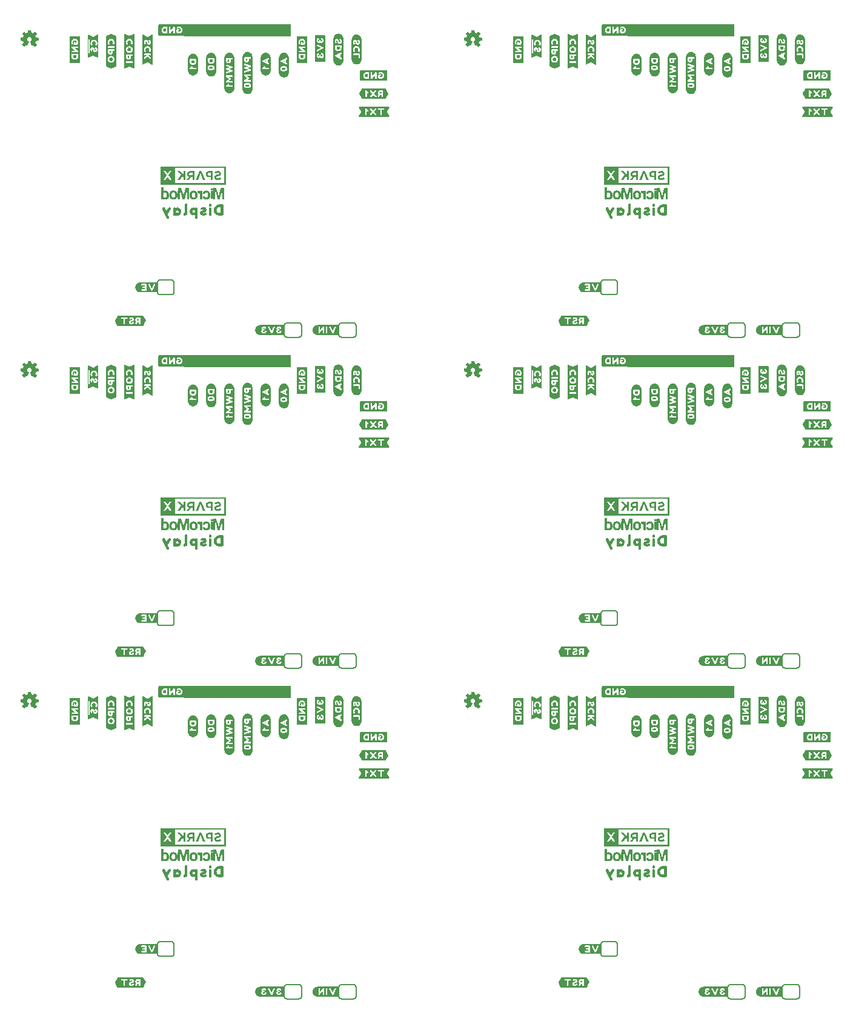
<source format=gbo>
G04 EAGLE Gerber RS-274X export*
G75*
%MOMM*%
%FSLAX34Y34*%
%LPD*%
%INSilkscreen Bottom*%
%IPPOS*%
%AMOC8*
5,1,8,0,0,1.08239X$1,22.5*%
G01*
%ADD10R,14.922500X1.651000*%
%ADD11R,3.644900X0.304800*%
%ADD12C,0.203200*%
%ADD13C,0.152400*%

G36*
X246367Y228597D02*
X246367Y228597D01*
X246374Y228603D01*
X246380Y228595D01*
X337820Y228595D01*
X337867Y228631D01*
X337862Y228639D01*
X337869Y228645D01*
X337869Y253955D01*
X337833Y254003D01*
X337826Y253997D01*
X337820Y254005D01*
X246380Y254005D01*
X246333Y253969D01*
X246338Y253961D01*
X246331Y253955D01*
X246331Y228645D01*
X246367Y228597D01*
G37*
G36*
X337867Y690911D02*
X337867Y690911D01*
X337862Y690919D01*
X337869Y690925D01*
X337869Y716235D01*
X337833Y716283D01*
X337826Y716277D01*
X337820Y716285D01*
X246380Y716285D01*
X246333Y716249D01*
X246338Y716241D01*
X246331Y716235D01*
X246331Y690925D01*
X246367Y690877D01*
X246374Y690883D01*
X246380Y690875D01*
X337820Y690875D01*
X337867Y690911D01*
G37*
G36*
X957627Y690911D02*
X957627Y690911D01*
X957622Y690919D01*
X957629Y690925D01*
X957629Y716235D01*
X957593Y716283D01*
X957586Y716277D01*
X957580Y716285D01*
X866140Y716285D01*
X866093Y716249D01*
X866098Y716241D01*
X866091Y716235D01*
X866091Y690925D01*
X866127Y690877D01*
X866134Y690883D01*
X866140Y690875D01*
X957580Y690875D01*
X957627Y690911D01*
G37*
G36*
X957627Y228631D02*
X957627Y228631D01*
X957622Y228639D01*
X957629Y228645D01*
X957629Y253955D01*
X957593Y254003D01*
X957586Y253997D01*
X957580Y254005D01*
X866140Y254005D01*
X866093Y253969D01*
X866098Y253961D01*
X866091Y253955D01*
X866091Y228645D01*
X866127Y228597D01*
X866134Y228603D01*
X866140Y228595D01*
X957580Y228595D01*
X957627Y228631D01*
G37*
G36*
X337867Y1153191D02*
X337867Y1153191D01*
X337862Y1153199D01*
X337869Y1153205D01*
X337869Y1178515D01*
X337833Y1178563D01*
X337826Y1178557D01*
X337820Y1178565D01*
X246380Y1178565D01*
X246333Y1178529D01*
X246338Y1178521D01*
X246331Y1178515D01*
X246331Y1153205D01*
X246367Y1153157D01*
X246374Y1153163D01*
X246380Y1153155D01*
X337820Y1153155D01*
X337867Y1153191D01*
G37*
G36*
X957627Y1153191D02*
X957627Y1153191D01*
X957622Y1153199D01*
X957629Y1153205D01*
X957629Y1178515D01*
X957593Y1178563D01*
X957586Y1178557D01*
X957580Y1178565D01*
X866140Y1178565D01*
X866093Y1178529D01*
X866098Y1178521D01*
X866091Y1178515D01*
X866091Y1153205D01*
X866127Y1153157D01*
X866134Y1153163D01*
X866140Y1153155D01*
X957580Y1153155D01*
X957627Y1153191D01*
G37*
%LPC*%
G36*
X886617Y693324D02*
X886617Y693324D01*
X886617Y713836D01*
X955181Y713836D01*
X955181Y693324D01*
X886617Y693324D01*
G37*
%LPD*%
%LPC*%
G36*
X266857Y693324D02*
X266857Y693324D01*
X266857Y713836D01*
X335421Y713836D01*
X335421Y693324D01*
X266857Y693324D01*
G37*
%LPD*%
%LPC*%
G36*
X335421Y251556D02*
X335421Y251556D01*
X335421Y231044D01*
X266857Y231044D01*
X266857Y251556D01*
X335421Y251556D01*
G37*
%LPD*%
%LPC*%
G36*
X886617Y231044D02*
X886617Y231044D01*
X886617Y251556D01*
X955181Y251556D01*
X955181Y231044D01*
X886617Y231044D01*
G37*
%LPD*%
%LPC*%
G36*
X886617Y1155604D02*
X886617Y1155604D01*
X886617Y1176116D01*
X955181Y1176116D01*
X955181Y1155604D01*
X886617Y1155604D01*
G37*
%LPD*%
%LPC*%
G36*
X266857Y1155604D02*
X266857Y1155604D01*
X266857Y1176116D01*
X335421Y1176116D01*
X335421Y1155604D01*
X266857Y1155604D01*
G37*
%LPD*%
G36*
X369005Y817154D02*
X369005Y817154D01*
X369008Y817151D01*
X369608Y817251D01*
X369611Y817255D01*
X369614Y817253D01*
X370314Y817453D01*
X370315Y817454D01*
X370316Y817453D01*
X370916Y817653D01*
X370919Y817658D01*
X370922Y817656D01*
X372122Y818256D01*
X372126Y818264D01*
X372132Y818262D01*
X372732Y818762D01*
X372732Y818766D01*
X372735Y818765D01*
X373635Y819665D01*
X373636Y819672D01*
X373641Y819673D01*
X374041Y820273D01*
X374041Y820277D01*
X374044Y820278D01*
X374644Y821478D01*
X374643Y821483D01*
X374647Y821484D01*
X374847Y822084D01*
X374846Y822086D01*
X374847Y822086D01*
X374883Y822210D01*
X374897Y822259D01*
X374939Y822407D01*
X374981Y822555D01*
X374995Y822604D01*
X375037Y822752D01*
X375038Y822752D01*
X375037Y822752D01*
X375047Y822786D01*
X375046Y822790D01*
X375049Y822792D01*
X375149Y823392D01*
X375146Y823397D01*
X375149Y823400D01*
X375149Y869500D01*
X375146Y869504D01*
X375149Y869507D01*
X375049Y870207D01*
X375048Y870208D01*
X375049Y870208D01*
X374949Y870808D01*
X374849Y871507D01*
X374841Y871515D01*
X374844Y871522D01*
X374546Y872119D01*
X374347Y872716D01*
X374339Y872721D01*
X374341Y872727D01*
X373541Y873927D01*
X373534Y873930D01*
X373535Y873935D01*
X373035Y874435D01*
X373031Y874435D01*
X373031Y874438D01*
X372031Y875238D01*
X372027Y875239D01*
X372027Y875241D01*
X371427Y875641D01*
X371418Y875640D01*
X371416Y875647D01*
X370816Y875847D01*
X370814Y875846D01*
X370814Y875847D01*
X370115Y876047D01*
X369516Y876247D01*
X369509Y876245D01*
X369507Y876249D01*
X368807Y876349D01*
X368802Y876346D01*
X368800Y876349D01*
X368100Y876349D01*
X368095Y876346D01*
X368092Y876349D01*
X367492Y876249D01*
X366793Y876149D01*
X366789Y876145D01*
X366786Y876147D01*
X366086Y875947D01*
X366085Y875946D01*
X366084Y875947D01*
X365484Y875747D01*
X365481Y875742D01*
X365478Y875744D01*
X364878Y875444D01*
X364876Y875440D01*
X364873Y875441D01*
X364273Y875041D01*
X364272Y875038D01*
X364269Y875038D01*
X363769Y874638D01*
X363768Y874634D01*
X363765Y874635D01*
X363265Y874135D01*
X363265Y874131D01*
X363262Y874131D01*
X362862Y873631D01*
X362861Y873627D01*
X362859Y873627D01*
X362459Y873027D01*
X362459Y873023D01*
X362456Y873022D01*
X361856Y871822D01*
X361857Y871817D01*
X361853Y871816D01*
X361653Y871216D01*
X361655Y871209D01*
X361651Y871207D01*
X361451Y869807D01*
X361454Y869802D01*
X361451Y869800D01*
X361451Y823500D01*
X361454Y823496D01*
X361451Y823493D01*
X361551Y822793D01*
X361555Y822789D01*
X361553Y822786D01*
X361753Y822086D01*
X361754Y822085D01*
X361753Y822084D01*
X361953Y821484D01*
X361958Y821481D01*
X361956Y821478D01*
X362556Y820278D01*
X362560Y820276D01*
X362559Y820273D01*
X362959Y819673D01*
X362962Y819672D01*
X362962Y819669D01*
X363362Y819169D01*
X363369Y819167D01*
X363369Y819162D01*
X363869Y818762D01*
X363873Y818761D01*
X363873Y818759D01*
X364471Y818360D01*
X364969Y817962D01*
X364979Y817961D01*
X364981Y817955D01*
X365681Y817655D01*
X365684Y817656D01*
X365684Y817653D01*
X366884Y817253D01*
X366891Y817255D01*
X366893Y817251D01*
X367593Y817151D01*
X367598Y817154D01*
X367600Y817151D01*
X369000Y817151D01*
X369005Y817154D01*
G37*
G36*
X369005Y354874D02*
X369005Y354874D01*
X369008Y354871D01*
X369608Y354971D01*
X369611Y354975D01*
X369614Y354973D01*
X370314Y355173D01*
X370315Y355174D01*
X370316Y355173D01*
X370916Y355373D01*
X370919Y355378D01*
X370922Y355376D01*
X372122Y355976D01*
X372126Y355984D01*
X372132Y355982D01*
X372732Y356482D01*
X372732Y356486D01*
X372735Y356485D01*
X373635Y357385D01*
X373636Y357392D01*
X373641Y357393D01*
X374041Y357993D01*
X374041Y357997D01*
X374044Y357998D01*
X374644Y359198D01*
X374643Y359203D01*
X374647Y359204D01*
X374847Y359804D01*
X374846Y359806D01*
X374847Y359806D01*
X374883Y359930D01*
X374897Y359979D01*
X374939Y360127D01*
X374981Y360275D01*
X374995Y360324D01*
X375037Y360472D01*
X375038Y360472D01*
X375037Y360472D01*
X375047Y360506D01*
X375046Y360510D01*
X375049Y360512D01*
X375149Y361112D01*
X375146Y361117D01*
X375149Y361120D01*
X375149Y407220D01*
X375146Y407224D01*
X375149Y407227D01*
X375049Y407927D01*
X375048Y407928D01*
X375049Y407928D01*
X374949Y408528D01*
X374849Y409227D01*
X374841Y409235D01*
X374844Y409242D01*
X374546Y409839D01*
X374347Y410436D01*
X374339Y410441D01*
X374341Y410447D01*
X373541Y411647D01*
X373534Y411650D01*
X373535Y411655D01*
X373035Y412155D01*
X373031Y412155D01*
X373031Y412158D01*
X372031Y412958D01*
X372027Y412959D01*
X372027Y412961D01*
X371427Y413361D01*
X371418Y413360D01*
X371416Y413367D01*
X370816Y413567D01*
X370814Y413566D01*
X370814Y413567D01*
X370115Y413767D01*
X369516Y413967D01*
X369509Y413965D01*
X369507Y413969D01*
X368807Y414069D01*
X368802Y414066D01*
X368800Y414069D01*
X368100Y414069D01*
X368095Y414066D01*
X368092Y414069D01*
X367492Y413969D01*
X366793Y413869D01*
X366789Y413865D01*
X366786Y413867D01*
X366086Y413667D01*
X366085Y413666D01*
X366084Y413667D01*
X365484Y413467D01*
X365481Y413462D01*
X365478Y413464D01*
X364878Y413164D01*
X364876Y413160D01*
X364873Y413161D01*
X364273Y412761D01*
X364272Y412758D01*
X364269Y412758D01*
X363769Y412358D01*
X363768Y412354D01*
X363765Y412355D01*
X363265Y411855D01*
X363265Y411851D01*
X363262Y411851D01*
X362862Y411351D01*
X362861Y411347D01*
X362859Y411347D01*
X362459Y410747D01*
X362459Y410743D01*
X362456Y410742D01*
X361856Y409542D01*
X361857Y409537D01*
X361853Y409536D01*
X361653Y408936D01*
X361655Y408929D01*
X361651Y408927D01*
X361451Y407527D01*
X361454Y407522D01*
X361451Y407520D01*
X361451Y361220D01*
X361454Y361216D01*
X361451Y361213D01*
X361551Y360513D01*
X361555Y360509D01*
X361553Y360506D01*
X361753Y359806D01*
X361754Y359805D01*
X361753Y359804D01*
X361953Y359204D01*
X361958Y359201D01*
X361956Y359198D01*
X362556Y357998D01*
X362560Y357996D01*
X362559Y357993D01*
X362959Y357393D01*
X362962Y357392D01*
X362962Y357389D01*
X363362Y356889D01*
X363369Y356887D01*
X363369Y356882D01*
X363869Y356482D01*
X363873Y356481D01*
X363873Y356479D01*
X364471Y356080D01*
X364969Y355682D01*
X364979Y355681D01*
X364981Y355675D01*
X365681Y355375D01*
X365684Y355376D01*
X365684Y355373D01*
X366884Y354973D01*
X366891Y354975D01*
X366893Y354971D01*
X367593Y354871D01*
X367598Y354874D01*
X367600Y354871D01*
X369000Y354871D01*
X369005Y354874D01*
G37*
G36*
X988765Y354874D02*
X988765Y354874D01*
X988768Y354871D01*
X989368Y354971D01*
X989371Y354975D01*
X989374Y354973D01*
X990074Y355173D01*
X990075Y355174D01*
X990076Y355173D01*
X990676Y355373D01*
X990679Y355378D01*
X990682Y355376D01*
X991882Y355976D01*
X991886Y355984D01*
X991892Y355982D01*
X992492Y356482D01*
X992492Y356486D01*
X992495Y356485D01*
X993395Y357385D01*
X993396Y357392D01*
X993401Y357393D01*
X993801Y357993D01*
X993801Y357997D01*
X993804Y357998D01*
X994404Y359198D01*
X994403Y359203D01*
X994407Y359204D01*
X994607Y359804D01*
X994606Y359806D01*
X994607Y359806D01*
X994643Y359930D01*
X994657Y359979D01*
X994699Y360127D01*
X994741Y360275D01*
X994755Y360324D01*
X994797Y360472D01*
X994798Y360472D01*
X994797Y360472D01*
X994807Y360506D01*
X994806Y360510D01*
X994809Y360512D01*
X994909Y361112D01*
X994906Y361117D01*
X994909Y361120D01*
X994909Y407220D01*
X994906Y407224D01*
X994909Y407227D01*
X994809Y407927D01*
X994808Y407928D01*
X994809Y407928D01*
X994709Y408528D01*
X994609Y409227D01*
X994601Y409235D01*
X994604Y409242D01*
X994306Y409839D01*
X994107Y410436D01*
X994099Y410441D01*
X994101Y410447D01*
X993301Y411647D01*
X993294Y411650D01*
X993295Y411655D01*
X992795Y412155D01*
X992791Y412155D01*
X992791Y412158D01*
X991791Y412958D01*
X991787Y412959D01*
X991787Y412961D01*
X991187Y413361D01*
X991178Y413360D01*
X991176Y413367D01*
X990576Y413567D01*
X990574Y413566D01*
X990574Y413567D01*
X989875Y413767D01*
X989276Y413967D01*
X989269Y413965D01*
X989267Y413969D01*
X988567Y414069D01*
X988562Y414066D01*
X988560Y414069D01*
X987860Y414069D01*
X987855Y414066D01*
X987852Y414069D01*
X987252Y413969D01*
X986553Y413869D01*
X986549Y413865D01*
X986546Y413867D01*
X985846Y413667D01*
X985845Y413666D01*
X985844Y413667D01*
X985244Y413467D01*
X985241Y413462D01*
X985238Y413464D01*
X984638Y413164D01*
X984636Y413160D01*
X984633Y413161D01*
X984033Y412761D01*
X984032Y412758D01*
X984029Y412758D01*
X983529Y412358D01*
X983528Y412354D01*
X983525Y412355D01*
X983025Y411855D01*
X983025Y411851D01*
X983022Y411851D01*
X982622Y411351D01*
X982621Y411347D01*
X982619Y411347D01*
X982219Y410747D01*
X982219Y410743D01*
X982216Y410742D01*
X981616Y409542D01*
X981617Y409537D01*
X981613Y409536D01*
X981413Y408936D01*
X981415Y408929D01*
X981411Y408927D01*
X981211Y407527D01*
X981214Y407522D01*
X981211Y407520D01*
X981211Y361220D01*
X981214Y361216D01*
X981211Y361213D01*
X981311Y360513D01*
X981315Y360509D01*
X981313Y360506D01*
X981513Y359806D01*
X981514Y359805D01*
X981513Y359804D01*
X981713Y359204D01*
X981718Y359201D01*
X981716Y359198D01*
X982316Y357998D01*
X982320Y357996D01*
X982319Y357993D01*
X982719Y357393D01*
X982722Y357392D01*
X982722Y357389D01*
X983122Y356889D01*
X983129Y356887D01*
X983129Y356882D01*
X983629Y356482D01*
X983633Y356481D01*
X983633Y356479D01*
X984231Y356080D01*
X984729Y355682D01*
X984739Y355681D01*
X984741Y355675D01*
X985441Y355375D01*
X985444Y355376D01*
X985444Y355373D01*
X986644Y354973D01*
X986651Y354975D01*
X986653Y354971D01*
X987353Y354871D01*
X987358Y354874D01*
X987360Y354871D01*
X988760Y354871D01*
X988765Y354874D01*
G37*
G36*
X988765Y1279434D02*
X988765Y1279434D01*
X988768Y1279431D01*
X989368Y1279531D01*
X989371Y1279535D01*
X989374Y1279533D01*
X990074Y1279733D01*
X990075Y1279734D01*
X990076Y1279733D01*
X990676Y1279933D01*
X990679Y1279938D01*
X990682Y1279936D01*
X991882Y1280536D01*
X991886Y1280544D01*
X991892Y1280542D01*
X992492Y1281042D01*
X992492Y1281046D01*
X992495Y1281045D01*
X993395Y1281945D01*
X993396Y1281952D01*
X993401Y1281953D01*
X993801Y1282553D01*
X993801Y1282557D01*
X993804Y1282558D01*
X994404Y1283758D01*
X994403Y1283763D01*
X994407Y1283764D01*
X994607Y1284364D01*
X994606Y1284366D01*
X994607Y1284366D01*
X994643Y1284490D01*
X994657Y1284539D01*
X994699Y1284687D01*
X994741Y1284835D01*
X994755Y1284884D01*
X994797Y1285032D01*
X994798Y1285032D01*
X994797Y1285032D01*
X994807Y1285066D01*
X994806Y1285070D01*
X994809Y1285072D01*
X994909Y1285672D01*
X994906Y1285677D01*
X994909Y1285680D01*
X994909Y1331780D01*
X994906Y1331784D01*
X994909Y1331787D01*
X994809Y1332487D01*
X994808Y1332488D01*
X994809Y1332488D01*
X994709Y1333088D01*
X994609Y1333787D01*
X994601Y1333795D01*
X994604Y1333802D01*
X994306Y1334399D01*
X994107Y1334996D01*
X994099Y1335001D01*
X994101Y1335007D01*
X993301Y1336207D01*
X993294Y1336210D01*
X993295Y1336215D01*
X992795Y1336715D01*
X992791Y1336715D01*
X992791Y1336718D01*
X991791Y1337518D01*
X991787Y1337519D01*
X991787Y1337521D01*
X991187Y1337921D01*
X991178Y1337920D01*
X991176Y1337927D01*
X990576Y1338127D01*
X990574Y1338126D01*
X990574Y1338127D01*
X989875Y1338327D01*
X989276Y1338527D01*
X989269Y1338525D01*
X989267Y1338529D01*
X988567Y1338629D01*
X988562Y1338626D01*
X988560Y1338629D01*
X987860Y1338629D01*
X987855Y1338626D01*
X987852Y1338629D01*
X987252Y1338529D01*
X986553Y1338429D01*
X986549Y1338425D01*
X986546Y1338427D01*
X985846Y1338227D01*
X985845Y1338226D01*
X985844Y1338227D01*
X985244Y1338027D01*
X985241Y1338022D01*
X985238Y1338024D01*
X984638Y1337724D01*
X984636Y1337720D01*
X984633Y1337721D01*
X984033Y1337321D01*
X984032Y1337318D01*
X984029Y1337318D01*
X983529Y1336918D01*
X983528Y1336914D01*
X983525Y1336915D01*
X983025Y1336415D01*
X983025Y1336411D01*
X983022Y1336411D01*
X982622Y1335911D01*
X982621Y1335907D01*
X982619Y1335907D01*
X982219Y1335307D01*
X982219Y1335303D01*
X982216Y1335302D01*
X981616Y1334102D01*
X981617Y1334097D01*
X981613Y1334096D01*
X981413Y1333496D01*
X981415Y1333489D01*
X981411Y1333487D01*
X981211Y1332087D01*
X981214Y1332082D01*
X981211Y1332080D01*
X981211Y1285780D01*
X981214Y1285776D01*
X981211Y1285773D01*
X981311Y1285073D01*
X981315Y1285069D01*
X981313Y1285066D01*
X981513Y1284366D01*
X981514Y1284365D01*
X981513Y1284364D01*
X981713Y1283764D01*
X981718Y1283761D01*
X981716Y1283758D01*
X982316Y1282558D01*
X982320Y1282556D01*
X982319Y1282553D01*
X982719Y1281953D01*
X982722Y1281952D01*
X982722Y1281949D01*
X983122Y1281449D01*
X983129Y1281447D01*
X983129Y1281442D01*
X983629Y1281042D01*
X983633Y1281041D01*
X983633Y1281039D01*
X984231Y1280640D01*
X984729Y1280242D01*
X984739Y1280241D01*
X984741Y1280235D01*
X985441Y1279935D01*
X985444Y1279936D01*
X985444Y1279933D01*
X986644Y1279533D01*
X986651Y1279535D01*
X986653Y1279531D01*
X987353Y1279431D01*
X987358Y1279434D01*
X987360Y1279431D01*
X988760Y1279431D01*
X988765Y1279434D01*
G37*
G36*
X369005Y1279434D02*
X369005Y1279434D01*
X369008Y1279431D01*
X369608Y1279531D01*
X369611Y1279535D01*
X369614Y1279533D01*
X370314Y1279733D01*
X370315Y1279734D01*
X370316Y1279733D01*
X370916Y1279933D01*
X370919Y1279938D01*
X370922Y1279936D01*
X372122Y1280536D01*
X372126Y1280544D01*
X372132Y1280542D01*
X372732Y1281042D01*
X372732Y1281046D01*
X372735Y1281045D01*
X373635Y1281945D01*
X373636Y1281952D01*
X373641Y1281953D01*
X374041Y1282553D01*
X374041Y1282557D01*
X374044Y1282558D01*
X374644Y1283758D01*
X374643Y1283763D01*
X374647Y1283764D01*
X374847Y1284364D01*
X374846Y1284366D01*
X374847Y1284366D01*
X374883Y1284490D01*
X374897Y1284539D01*
X374939Y1284687D01*
X374981Y1284835D01*
X374995Y1284884D01*
X375037Y1285032D01*
X375038Y1285032D01*
X375037Y1285032D01*
X375047Y1285066D01*
X375046Y1285070D01*
X375049Y1285072D01*
X375149Y1285672D01*
X375146Y1285677D01*
X375149Y1285680D01*
X375149Y1331780D01*
X375146Y1331784D01*
X375149Y1331787D01*
X375049Y1332487D01*
X375048Y1332488D01*
X375049Y1332488D01*
X374949Y1333088D01*
X374849Y1333787D01*
X374841Y1333795D01*
X374844Y1333802D01*
X374546Y1334399D01*
X374347Y1334996D01*
X374339Y1335001D01*
X374341Y1335007D01*
X373541Y1336207D01*
X373534Y1336210D01*
X373535Y1336215D01*
X373035Y1336715D01*
X373031Y1336715D01*
X373031Y1336718D01*
X372031Y1337518D01*
X372027Y1337519D01*
X372027Y1337521D01*
X371427Y1337921D01*
X371418Y1337920D01*
X371416Y1337927D01*
X370816Y1338127D01*
X370814Y1338126D01*
X370814Y1338127D01*
X370115Y1338327D01*
X369516Y1338527D01*
X369509Y1338525D01*
X369507Y1338529D01*
X368807Y1338629D01*
X368802Y1338626D01*
X368800Y1338629D01*
X368100Y1338629D01*
X368095Y1338626D01*
X368092Y1338629D01*
X367492Y1338529D01*
X366793Y1338429D01*
X366789Y1338425D01*
X366786Y1338427D01*
X366086Y1338227D01*
X366085Y1338226D01*
X366084Y1338227D01*
X365484Y1338027D01*
X365481Y1338022D01*
X365478Y1338024D01*
X364878Y1337724D01*
X364876Y1337720D01*
X364873Y1337721D01*
X364273Y1337321D01*
X364272Y1337318D01*
X364269Y1337318D01*
X363769Y1336918D01*
X363768Y1336914D01*
X363765Y1336915D01*
X363265Y1336415D01*
X363265Y1336411D01*
X363262Y1336411D01*
X362862Y1335911D01*
X362861Y1335907D01*
X362859Y1335907D01*
X362459Y1335307D01*
X362459Y1335303D01*
X362456Y1335302D01*
X361856Y1334102D01*
X361857Y1334097D01*
X361853Y1334096D01*
X361653Y1333496D01*
X361655Y1333489D01*
X361651Y1333487D01*
X361451Y1332087D01*
X361454Y1332082D01*
X361451Y1332080D01*
X361451Y1285780D01*
X361454Y1285776D01*
X361451Y1285773D01*
X361551Y1285073D01*
X361555Y1285069D01*
X361553Y1285066D01*
X361753Y1284366D01*
X361754Y1284365D01*
X361753Y1284364D01*
X361953Y1283764D01*
X361958Y1283761D01*
X361956Y1283758D01*
X362556Y1282558D01*
X362560Y1282556D01*
X362559Y1282553D01*
X362959Y1281953D01*
X362962Y1281952D01*
X362962Y1281949D01*
X363362Y1281449D01*
X363369Y1281447D01*
X363369Y1281442D01*
X363869Y1281042D01*
X363873Y1281041D01*
X363873Y1281039D01*
X364471Y1280640D01*
X364969Y1280242D01*
X364979Y1280241D01*
X364981Y1280235D01*
X365681Y1279935D01*
X365684Y1279936D01*
X365684Y1279933D01*
X366884Y1279533D01*
X366891Y1279535D01*
X366893Y1279531D01*
X367593Y1279431D01*
X367598Y1279434D01*
X367600Y1279431D01*
X369000Y1279431D01*
X369005Y1279434D01*
G37*
G36*
X988765Y817154D02*
X988765Y817154D01*
X988768Y817151D01*
X989368Y817251D01*
X989371Y817255D01*
X989374Y817253D01*
X990074Y817453D01*
X990075Y817454D01*
X990076Y817453D01*
X990676Y817653D01*
X990679Y817658D01*
X990682Y817656D01*
X991882Y818256D01*
X991886Y818264D01*
X991892Y818262D01*
X992492Y818762D01*
X992492Y818766D01*
X992495Y818765D01*
X993395Y819665D01*
X993396Y819672D01*
X993401Y819673D01*
X993801Y820273D01*
X993801Y820277D01*
X993804Y820278D01*
X994404Y821478D01*
X994403Y821483D01*
X994407Y821484D01*
X994607Y822084D01*
X994606Y822086D01*
X994607Y822086D01*
X994643Y822210D01*
X994657Y822259D01*
X994699Y822407D01*
X994741Y822555D01*
X994755Y822604D01*
X994797Y822752D01*
X994798Y822752D01*
X994797Y822752D01*
X994807Y822786D01*
X994806Y822790D01*
X994809Y822792D01*
X994909Y823392D01*
X994906Y823397D01*
X994909Y823400D01*
X994909Y869500D01*
X994906Y869504D01*
X994909Y869507D01*
X994809Y870207D01*
X994808Y870208D01*
X994809Y870208D01*
X994709Y870808D01*
X994609Y871507D01*
X994601Y871515D01*
X994604Y871522D01*
X994306Y872119D01*
X994107Y872716D01*
X994099Y872721D01*
X994101Y872727D01*
X993301Y873927D01*
X993294Y873930D01*
X993295Y873935D01*
X992795Y874435D01*
X992791Y874435D01*
X992791Y874438D01*
X991791Y875238D01*
X991787Y875239D01*
X991787Y875241D01*
X991187Y875641D01*
X991178Y875640D01*
X991176Y875647D01*
X990576Y875847D01*
X990574Y875846D01*
X990574Y875847D01*
X989875Y876047D01*
X989276Y876247D01*
X989269Y876245D01*
X989267Y876249D01*
X988567Y876349D01*
X988562Y876346D01*
X988560Y876349D01*
X987860Y876349D01*
X987855Y876346D01*
X987852Y876349D01*
X987252Y876249D01*
X986553Y876149D01*
X986549Y876145D01*
X986546Y876147D01*
X985846Y875947D01*
X985845Y875946D01*
X985844Y875947D01*
X985244Y875747D01*
X985241Y875742D01*
X985238Y875744D01*
X984638Y875444D01*
X984636Y875440D01*
X984633Y875441D01*
X984033Y875041D01*
X984032Y875038D01*
X984029Y875038D01*
X983529Y874638D01*
X983528Y874634D01*
X983525Y874635D01*
X983025Y874135D01*
X983025Y874131D01*
X983022Y874131D01*
X982622Y873631D01*
X982621Y873627D01*
X982619Y873627D01*
X982219Y873027D01*
X982219Y873023D01*
X982216Y873022D01*
X981616Y871822D01*
X981617Y871817D01*
X981613Y871816D01*
X981413Y871216D01*
X981415Y871209D01*
X981411Y871207D01*
X981211Y869807D01*
X981214Y869802D01*
X981211Y869800D01*
X981211Y823500D01*
X981214Y823496D01*
X981211Y823493D01*
X981311Y822793D01*
X981315Y822789D01*
X981313Y822786D01*
X981513Y822086D01*
X981514Y822085D01*
X981513Y822084D01*
X981713Y821484D01*
X981718Y821481D01*
X981716Y821478D01*
X982316Y820278D01*
X982320Y820276D01*
X982319Y820273D01*
X982719Y819673D01*
X982722Y819672D01*
X982722Y819669D01*
X983122Y819169D01*
X983129Y819167D01*
X983129Y819162D01*
X983629Y818762D01*
X983633Y818761D01*
X983633Y818759D01*
X984231Y818360D01*
X984729Y817962D01*
X984739Y817961D01*
X984741Y817955D01*
X985441Y817655D01*
X985444Y817656D01*
X985444Y817653D01*
X986644Y817253D01*
X986651Y817255D01*
X986653Y817251D01*
X987353Y817151D01*
X987358Y817154D01*
X987360Y817151D01*
X988760Y817151D01*
X988765Y817154D01*
G37*
G36*
X343604Y356304D02*
X343604Y356304D01*
X343607Y356301D01*
X344307Y356401D01*
X344312Y356406D01*
X344316Y356403D01*
X344915Y356603D01*
X345614Y356803D01*
X345618Y356808D01*
X345622Y356806D01*
X346222Y357106D01*
X346224Y357110D01*
X346227Y357109D01*
X346827Y357509D01*
X346828Y357512D01*
X346831Y357512D01*
X347331Y357912D01*
X347332Y357916D01*
X347335Y357915D01*
X347835Y358415D01*
X347835Y358419D01*
X347838Y358419D01*
X348638Y359419D01*
X348639Y359423D01*
X348641Y359423D01*
X349041Y360023D01*
X349041Y360028D01*
X349043Y360030D01*
X349042Y360033D01*
X349047Y360034D01*
X349247Y360634D01*
X349246Y360636D01*
X349247Y360636D01*
X349271Y360720D01*
X349285Y360769D01*
X349327Y360917D01*
X349328Y360917D01*
X349327Y360917D01*
X349370Y361065D01*
X349384Y361114D01*
X349426Y361262D01*
X349447Y361335D01*
X349647Y361934D01*
X349645Y361941D01*
X349649Y361943D01*
X349749Y362643D01*
X349746Y362648D01*
X349749Y362650D01*
X349749Y406050D01*
X349746Y406054D01*
X349749Y406057D01*
X349649Y406757D01*
X349648Y406758D01*
X349649Y406758D01*
X349549Y407358D01*
X349449Y408057D01*
X349441Y408065D01*
X349444Y408072D01*
X348544Y409872D01*
X348534Y409877D01*
X348535Y409885D01*
X348037Y410383D01*
X347638Y410881D01*
X347634Y410882D01*
X347635Y410885D01*
X347135Y411385D01*
X347128Y411386D01*
X347127Y411391D01*
X346527Y411791D01*
X346523Y411791D01*
X346522Y411794D01*
X345322Y412394D01*
X345315Y412393D01*
X345314Y412397D01*
X344614Y412597D01*
X344610Y412596D01*
X344608Y412599D01*
X344008Y412699D01*
X344007Y412698D01*
X344007Y412699D01*
X343307Y412799D01*
X343302Y412796D01*
X343300Y412799D01*
X342600Y412799D01*
X342595Y412796D01*
X342592Y412799D01*
X341992Y412699D01*
X341293Y412599D01*
X341289Y412595D01*
X341286Y412597D01*
X340586Y412397D01*
X340585Y412396D01*
X340584Y412397D01*
X339984Y412197D01*
X339979Y412189D01*
X339973Y412191D01*
X339374Y411792D01*
X338875Y411492D01*
X338873Y411487D01*
X338868Y411488D01*
X338268Y410988D01*
X338267Y410981D01*
X338262Y410981D01*
X337863Y410483D01*
X337365Y409985D01*
X337364Y409976D01*
X337358Y409975D01*
X337058Y409476D01*
X336659Y408877D01*
X336660Y408869D01*
X336653Y408864D01*
X336611Y408716D01*
X336568Y408568D01*
X336554Y408519D01*
X336512Y408371D01*
X336470Y408224D01*
X336456Y408174D01*
X336453Y408165D01*
X336253Y407566D01*
X336255Y407559D01*
X336251Y407557D01*
X336051Y406157D01*
X336054Y406152D01*
X336051Y406150D01*
X336051Y362550D01*
X336054Y362545D01*
X336051Y362542D01*
X336151Y361942D01*
X336155Y361939D01*
X336153Y361936D01*
X336353Y361236D01*
X336354Y361235D01*
X336353Y361234D01*
X336553Y360634D01*
X336558Y360631D01*
X336556Y360628D01*
X337156Y359428D01*
X337160Y359426D01*
X337159Y359423D01*
X337559Y358823D01*
X337566Y358820D01*
X337565Y358815D01*
X338065Y358315D01*
X338069Y358315D01*
X338069Y358312D01*
X338567Y357913D01*
X339065Y357415D01*
X339077Y357414D01*
X339078Y357406D01*
X340278Y356806D01*
X340283Y356807D01*
X340284Y356803D01*
X340884Y356603D01*
X340886Y356604D01*
X340886Y356603D01*
X341586Y356403D01*
X341591Y356405D01*
X341593Y356401D01*
X342293Y356301D01*
X342298Y356304D01*
X342300Y356301D01*
X343600Y356301D01*
X343604Y356304D01*
G37*
G36*
X963364Y818584D02*
X963364Y818584D01*
X963367Y818581D01*
X964067Y818681D01*
X964072Y818686D01*
X964076Y818683D01*
X964675Y818883D01*
X965374Y819083D01*
X965378Y819088D01*
X965382Y819086D01*
X965982Y819386D01*
X965984Y819390D01*
X965987Y819389D01*
X966587Y819789D01*
X966588Y819792D01*
X966591Y819792D01*
X967091Y820192D01*
X967092Y820196D01*
X967095Y820195D01*
X967595Y820695D01*
X967595Y820699D01*
X967598Y820699D01*
X968398Y821699D01*
X968399Y821703D01*
X968401Y821703D01*
X968801Y822303D01*
X968801Y822308D01*
X968803Y822310D01*
X968802Y822313D01*
X968807Y822314D01*
X969007Y822914D01*
X969006Y822916D01*
X969007Y822916D01*
X969031Y823000D01*
X969045Y823049D01*
X969087Y823197D01*
X969088Y823197D01*
X969087Y823197D01*
X969130Y823345D01*
X969144Y823394D01*
X969186Y823542D01*
X969207Y823615D01*
X969407Y824214D01*
X969405Y824221D01*
X969409Y824223D01*
X969509Y824923D01*
X969506Y824928D01*
X969509Y824930D01*
X969509Y868330D01*
X969506Y868334D01*
X969509Y868337D01*
X969409Y869037D01*
X969408Y869038D01*
X969409Y869038D01*
X969309Y869638D01*
X969209Y870337D01*
X969201Y870345D01*
X969204Y870352D01*
X968304Y872152D01*
X968294Y872157D01*
X968295Y872165D01*
X967797Y872663D01*
X967398Y873161D01*
X967394Y873162D01*
X967395Y873165D01*
X966895Y873665D01*
X966888Y873666D01*
X966887Y873671D01*
X966287Y874071D01*
X966283Y874071D01*
X966282Y874074D01*
X965082Y874674D01*
X965075Y874673D01*
X965074Y874677D01*
X964374Y874877D01*
X964370Y874876D01*
X964368Y874879D01*
X963768Y874979D01*
X963767Y874978D01*
X963767Y874979D01*
X963067Y875079D01*
X963062Y875076D01*
X963060Y875079D01*
X962360Y875079D01*
X962355Y875076D01*
X962352Y875079D01*
X961752Y874979D01*
X961053Y874879D01*
X961049Y874875D01*
X961046Y874877D01*
X960346Y874677D01*
X960345Y874676D01*
X960344Y874677D01*
X959744Y874477D01*
X959739Y874469D01*
X959733Y874471D01*
X959134Y874072D01*
X958635Y873772D01*
X958633Y873767D01*
X958628Y873768D01*
X958028Y873268D01*
X958027Y873261D01*
X958022Y873261D01*
X957623Y872763D01*
X957125Y872265D01*
X957124Y872256D01*
X957118Y872255D01*
X956818Y871756D01*
X956419Y871157D01*
X956420Y871149D01*
X956413Y871144D01*
X956371Y870996D01*
X956328Y870848D01*
X956314Y870799D01*
X956272Y870651D01*
X956230Y870504D01*
X956216Y870454D01*
X956213Y870445D01*
X956013Y869846D01*
X956015Y869839D01*
X956011Y869837D01*
X955811Y868437D01*
X955814Y868432D01*
X955811Y868430D01*
X955811Y824830D01*
X955814Y824825D01*
X955811Y824822D01*
X955911Y824222D01*
X955915Y824219D01*
X955913Y824216D01*
X956113Y823516D01*
X956114Y823515D01*
X956113Y823514D01*
X956313Y822914D01*
X956318Y822911D01*
X956316Y822908D01*
X956916Y821708D01*
X956920Y821706D01*
X956919Y821703D01*
X957319Y821103D01*
X957326Y821100D01*
X957325Y821095D01*
X957825Y820595D01*
X957829Y820595D01*
X957829Y820592D01*
X958327Y820193D01*
X958825Y819695D01*
X958837Y819694D01*
X958838Y819686D01*
X960038Y819086D01*
X960043Y819087D01*
X960044Y819083D01*
X960644Y818883D01*
X960646Y818884D01*
X960646Y818883D01*
X961346Y818683D01*
X961351Y818685D01*
X961353Y818681D01*
X962053Y818581D01*
X962058Y818584D01*
X962060Y818581D01*
X963360Y818581D01*
X963364Y818584D01*
G37*
G36*
X963364Y356304D02*
X963364Y356304D01*
X963367Y356301D01*
X964067Y356401D01*
X964072Y356406D01*
X964076Y356403D01*
X964675Y356603D01*
X965374Y356803D01*
X965378Y356808D01*
X965382Y356806D01*
X965982Y357106D01*
X965984Y357110D01*
X965987Y357109D01*
X966587Y357509D01*
X966588Y357512D01*
X966591Y357512D01*
X967091Y357912D01*
X967092Y357916D01*
X967095Y357915D01*
X967595Y358415D01*
X967595Y358419D01*
X967598Y358419D01*
X968398Y359419D01*
X968399Y359423D01*
X968401Y359423D01*
X968801Y360023D01*
X968801Y360028D01*
X968803Y360030D01*
X968802Y360033D01*
X968807Y360034D01*
X969007Y360634D01*
X969006Y360636D01*
X969007Y360636D01*
X969031Y360720D01*
X969045Y360769D01*
X969087Y360917D01*
X969088Y360917D01*
X969087Y360917D01*
X969130Y361065D01*
X969144Y361114D01*
X969186Y361262D01*
X969207Y361335D01*
X969407Y361934D01*
X969405Y361941D01*
X969409Y361943D01*
X969509Y362643D01*
X969506Y362648D01*
X969509Y362650D01*
X969509Y406050D01*
X969506Y406054D01*
X969509Y406057D01*
X969409Y406757D01*
X969408Y406758D01*
X969409Y406758D01*
X969309Y407358D01*
X969209Y408057D01*
X969201Y408065D01*
X969204Y408072D01*
X968304Y409872D01*
X968294Y409877D01*
X968295Y409885D01*
X967797Y410383D01*
X967398Y410881D01*
X967394Y410882D01*
X967395Y410885D01*
X966895Y411385D01*
X966888Y411386D01*
X966887Y411391D01*
X966287Y411791D01*
X966283Y411791D01*
X966282Y411794D01*
X965082Y412394D01*
X965075Y412393D01*
X965074Y412397D01*
X964374Y412597D01*
X964370Y412596D01*
X964368Y412599D01*
X963768Y412699D01*
X963767Y412698D01*
X963767Y412699D01*
X963067Y412799D01*
X963062Y412796D01*
X963060Y412799D01*
X962360Y412799D01*
X962355Y412796D01*
X962352Y412799D01*
X961752Y412699D01*
X961053Y412599D01*
X961049Y412595D01*
X961046Y412597D01*
X960346Y412397D01*
X960345Y412396D01*
X960344Y412397D01*
X959744Y412197D01*
X959739Y412189D01*
X959733Y412191D01*
X959134Y411792D01*
X958635Y411492D01*
X958633Y411487D01*
X958628Y411488D01*
X958028Y410988D01*
X958027Y410981D01*
X958022Y410981D01*
X957623Y410483D01*
X957125Y409985D01*
X957124Y409976D01*
X957118Y409975D01*
X956818Y409476D01*
X956419Y408877D01*
X956420Y408869D01*
X956413Y408864D01*
X956371Y408716D01*
X956328Y408568D01*
X956314Y408519D01*
X956272Y408371D01*
X956230Y408224D01*
X956216Y408174D01*
X956213Y408165D01*
X956013Y407566D01*
X956015Y407559D01*
X956011Y407557D01*
X955811Y406157D01*
X955814Y406152D01*
X955811Y406150D01*
X955811Y362550D01*
X955814Y362545D01*
X955811Y362542D01*
X955911Y361942D01*
X955915Y361939D01*
X955913Y361936D01*
X956113Y361236D01*
X956114Y361235D01*
X956113Y361234D01*
X956313Y360634D01*
X956318Y360631D01*
X956316Y360628D01*
X956916Y359428D01*
X956920Y359426D01*
X956919Y359423D01*
X957319Y358823D01*
X957326Y358820D01*
X957325Y358815D01*
X957825Y358315D01*
X957829Y358315D01*
X957829Y358312D01*
X958327Y357913D01*
X958825Y357415D01*
X958837Y357414D01*
X958838Y357406D01*
X960038Y356806D01*
X960043Y356807D01*
X960044Y356803D01*
X960644Y356603D01*
X960646Y356604D01*
X960646Y356603D01*
X961346Y356403D01*
X961351Y356405D01*
X961353Y356401D01*
X962053Y356301D01*
X962058Y356304D01*
X962060Y356301D01*
X963360Y356301D01*
X963364Y356304D01*
G37*
G36*
X343604Y818584D02*
X343604Y818584D01*
X343607Y818581D01*
X344307Y818681D01*
X344312Y818686D01*
X344316Y818683D01*
X344915Y818883D01*
X345614Y819083D01*
X345618Y819088D01*
X345622Y819086D01*
X346222Y819386D01*
X346224Y819390D01*
X346227Y819389D01*
X346827Y819789D01*
X346828Y819792D01*
X346831Y819792D01*
X347331Y820192D01*
X347332Y820196D01*
X347335Y820195D01*
X347835Y820695D01*
X347835Y820699D01*
X347838Y820699D01*
X348638Y821699D01*
X348639Y821703D01*
X348641Y821703D01*
X349041Y822303D01*
X349041Y822308D01*
X349043Y822310D01*
X349042Y822313D01*
X349047Y822314D01*
X349247Y822914D01*
X349246Y822916D01*
X349247Y822916D01*
X349271Y823000D01*
X349285Y823049D01*
X349327Y823197D01*
X349328Y823197D01*
X349327Y823197D01*
X349370Y823345D01*
X349384Y823394D01*
X349426Y823542D01*
X349447Y823615D01*
X349647Y824214D01*
X349645Y824221D01*
X349649Y824223D01*
X349749Y824923D01*
X349746Y824928D01*
X349749Y824930D01*
X349749Y868330D01*
X349746Y868334D01*
X349749Y868337D01*
X349649Y869037D01*
X349648Y869038D01*
X349649Y869038D01*
X349549Y869638D01*
X349449Y870337D01*
X349441Y870345D01*
X349444Y870352D01*
X348544Y872152D01*
X348534Y872157D01*
X348535Y872165D01*
X348037Y872663D01*
X347638Y873161D01*
X347634Y873162D01*
X347635Y873165D01*
X347135Y873665D01*
X347128Y873666D01*
X347127Y873671D01*
X346527Y874071D01*
X346523Y874071D01*
X346522Y874074D01*
X345322Y874674D01*
X345315Y874673D01*
X345314Y874677D01*
X344614Y874877D01*
X344610Y874876D01*
X344608Y874879D01*
X344008Y874979D01*
X344007Y874978D01*
X344007Y874979D01*
X343307Y875079D01*
X343302Y875076D01*
X343300Y875079D01*
X342600Y875079D01*
X342595Y875076D01*
X342592Y875079D01*
X341992Y874979D01*
X341293Y874879D01*
X341289Y874875D01*
X341286Y874877D01*
X340586Y874677D01*
X340585Y874676D01*
X340584Y874677D01*
X339984Y874477D01*
X339979Y874469D01*
X339973Y874471D01*
X339374Y874072D01*
X338875Y873772D01*
X338873Y873767D01*
X338868Y873768D01*
X338268Y873268D01*
X338267Y873261D01*
X338262Y873261D01*
X337863Y872763D01*
X337365Y872265D01*
X337364Y872256D01*
X337358Y872255D01*
X337058Y871756D01*
X336659Y871157D01*
X336660Y871149D01*
X336653Y871144D01*
X336611Y870996D01*
X336568Y870848D01*
X336554Y870799D01*
X336512Y870651D01*
X336470Y870504D01*
X336456Y870454D01*
X336453Y870445D01*
X336253Y869846D01*
X336255Y869839D01*
X336251Y869837D01*
X336051Y868437D01*
X336054Y868432D01*
X336051Y868430D01*
X336051Y824830D01*
X336054Y824825D01*
X336051Y824822D01*
X336151Y824222D01*
X336155Y824219D01*
X336153Y824216D01*
X336353Y823516D01*
X336354Y823515D01*
X336353Y823514D01*
X336553Y822914D01*
X336558Y822911D01*
X336556Y822908D01*
X337156Y821708D01*
X337160Y821706D01*
X337159Y821703D01*
X337559Y821103D01*
X337566Y821100D01*
X337565Y821095D01*
X338065Y820595D01*
X338069Y820595D01*
X338069Y820592D01*
X338567Y820193D01*
X339065Y819695D01*
X339077Y819694D01*
X339078Y819686D01*
X340278Y819086D01*
X340283Y819087D01*
X340284Y819083D01*
X340884Y818883D01*
X340886Y818884D01*
X340886Y818883D01*
X341586Y818683D01*
X341591Y818685D01*
X341593Y818681D01*
X342293Y818581D01*
X342298Y818584D01*
X342300Y818581D01*
X343600Y818581D01*
X343604Y818584D01*
G37*
G36*
X343604Y1280864D02*
X343604Y1280864D01*
X343607Y1280861D01*
X344307Y1280961D01*
X344312Y1280966D01*
X344316Y1280963D01*
X344915Y1281163D01*
X345614Y1281363D01*
X345618Y1281368D01*
X345622Y1281366D01*
X346222Y1281666D01*
X346224Y1281670D01*
X346227Y1281669D01*
X346827Y1282069D01*
X346828Y1282072D01*
X346831Y1282072D01*
X347331Y1282472D01*
X347332Y1282476D01*
X347335Y1282475D01*
X347835Y1282975D01*
X347835Y1282979D01*
X347838Y1282979D01*
X348638Y1283979D01*
X348639Y1283983D01*
X348641Y1283983D01*
X349041Y1284583D01*
X349041Y1284588D01*
X349043Y1284590D01*
X349042Y1284593D01*
X349047Y1284594D01*
X349247Y1285194D01*
X349246Y1285196D01*
X349247Y1285196D01*
X349271Y1285280D01*
X349285Y1285329D01*
X349327Y1285477D01*
X349328Y1285477D01*
X349327Y1285477D01*
X349370Y1285625D01*
X349384Y1285674D01*
X349426Y1285822D01*
X349447Y1285895D01*
X349647Y1286494D01*
X349645Y1286501D01*
X349649Y1286503D01*
X349749Y1287203D01*
X349746Y1287208D01*
X349749Y1287210D01*
X349749Y1330610D01*
X349746Y1330614D01*
X349749Y1330617D01*
X349649Y1331317D01*
X349648Y1331318D01*
X349649Y1331318D01*
X349549Y1331918D01*
X349449Y1332617D01*
X349441Y1332625D01*
X349444Y1332632D01*
X348544Y1334432D01*
X348534Y1334437D01*
X348535Y1334445D01*
X348037Y1334943D01*
X347638Y1335441D01*
X347634Y1335442D01*
X347635Y1335445D01*
X347135Y1335945D01*
X347128Y1335946D01*
X347127Y1335951D01*
X346527Y1336351D01*
X346523Y1336351D01*
X346522Y1336354D01*
X345322Y1336954D01*
X345315Y1336953D01*
X345314Y1336957D01*
X344614Y1337157D01*
X344610Y1337156D01*
X344608Y1337159D01*
X344008Y1337259D01*
X344007Y1337258D01*
X344007Y1337259D01*
X343307Y1337359D01*
X343302Y1337356D01*
X343300Y1337359D01*
X342600Y1337359D01*
X342595Y1337356D01*
X342592Y1337359D01*
X341992Y1337259D01*
X341293Y1337159D01*
X341289Y1337155D01*
X341286Y1337157D01*
X340586Y1336957D01*
X340585Y1336956D01*
X340584Y1336957D01*
X339984Y1336757D01*
X339979Y1336749D01*
X339973Y1336751D01*
X339374Y1336352D01*
X338875Y1336052D01*
X338873Y1336047D01*
X338868Y1336048D01*
X338268Y1335548D01*
X338267Y1335541D01*
X338262Y1335541D01*
X337863Y1335043D01*
X337365Y1334545D01*
X337364Y1334536D01*
X337358Y1334535D01*
X337058Y1334036D01*
X336659Y1333437D01*
X336660Y1333429D01*
X336653Y1333424D01*
X336611Y1333276D01*
X336568Y1333128D01*
X336554Y1333079D01*
X336512Y1332931D01*
X336470Y1332784D01*
X336456Y1332734D01*
X336453Y1332725D01*
X336253Y1332126D01*
X336255Y1332119D01*
X336251Y1332117D01*
X336051Y1330717D01*
X336054Y1330712D01*
X336051Y1330710D01*
X336051Y1287110D01*
X336054Y1287105D01*
X336051Y1287102D01*
X336151Y1286502D01*
X336155Y1286499D01*
X336153Y1286496D01*
X336353Y1285796D01*
X336354Y1285795D01*
X336353Y1285794D01*
X336553Y1285194D01*
X336558Y1285191D01*
X336556Y1285188D01*
X337156Y1283988D01*
X337160Y1283986D01*
X337159Y1283983D01*
X337559Y1283383D01*
X337566Y1283380D01*
X337565Y1283375D01*
X338065Y1282875D01*
X338069Y1282875D01*
X338069Y1282872D01*
X338567Y1282473D01*
X339065Y1281975D01*
X339077Y1281974D01*
X339078Y1281966D01*
X340278Y1281366D01*
X340283Y1281367D01*
X340284Y1281363D01*
X340884Y1281163D01*
X340886Y1281164D01*
X340886Y1281163D01*
X341586Y1280963D01*
X341591Y1280965D01*
X341593Y1280961D01*
X342293Y1280861D01*
X342298Y1280864D01*
X342300Y1280861D01*
X343600Y1280861D01*
X343604Y1280864D01*
G37*
G36*
X963364Y1280864D02*
X963364Y1280864D01*
X963367Y1280861D01*
X964067Y1280961D01*
X964072Y1280966D01*
X964076Y1280963D01*
X964675Y1281163D01*
X965374Y1281363D01*
X965378Y1281368D01*
X965382Y1281366D01*
X965982Y1281666D01*
X965984Y1281670D01*
X965987Y1281669D01*
X966587Y1282069D01*
X966588Y1282072D01*
X966591Y1282072D01*
X967091Y1282472D01*
X967092Y1282476D01*
X967095Y1282475D01*
X967595Y1282975D01*
X967595Y1282979D01*
X967598Y1282979D01*
X968398Y1283979D01*
X968399Y1283983D01*
X968401Y1283983D01*
X968801Y1284583D01*
X968801Y1284588D01*
X968803Y1284590D01*
X968802Y1284593D01*
X968807Y1284594D01*
X969007Y1285194D01*
X969006Y1285196D01*
X969007Y1285196D01*
X969031Y1285280D01*
X969045Y1285329D01*
X969087Y1285477D01*
X969088Y1285477D01*
X969087Y1285477D01*
X969130Y1285625D01*
X969144Y1285674D01*
X969186Y1285822D01*
X969207Y1285895D01*
X969407Y1286494D01*
X969405Y1286501D01*
X969409Y1286503D01*
X969509Y1287203D01*
X969506Y1287208D01*
X969509Y1287210D01*
X969509Y1330610D01*
X969506Y1330614D01*
X969509Y1330617D01*
X969409Y1331317D01*
X969408Y1331318D01*
X969409Y1331318D01*
X969309Y1331918D01*
X969209Y1332617D01*
X969201Y1332625D01*
X969204Y1332632D01*
X968304Y1334432D01*
X968294Y1334437D01*
X968295Y1334445D01*
X967797Y1334943D01*
X967398Y1335441D01*
X967394Y1335442D01*
X967395Y1335445D01*
X966895Y1335945D01*
X966888Y1335946D01*
X966887Y1335951D01*
X966287Y1336351D01*
X966283Y1336351D01*
X966282Y1336354D01*
X965082Y1336954D01*
X965075Y1336953D01*
X965074Y1336957D01*
X964374Y1337157D01*
X964370Y1337156D01*
X964368Y1337159D01*
X963768Y1337259D01*
X963767Y1337258D01*
X963767Y1337259D01*
X963067Y1337359D01*
X963062Y1337356D01*
X963060Y1337359D01*
X962360Y1337359D01*
X962355Y1337356D01*
X962352Y1337359D01*
X961752Y1337259D01*
X961053Y1337159D01*
X961049Y1337155D01*
X961046Y1337157D01*
X960346Y1336957D01*
X960345Y1336956D01*
X960344Y1336957D01*
X959744Y1336757D01*
X959739Y1336749D01*
X959733Y1336751D01*
X959134Y1336352D01*
X958635Y1336052D01*
X958633Y1336047D01*
X958628Y1336048D01*
X958028Y1335548D01*
X958027Y1335541D01*
X958022Y1335541D01*
X957623Y1335043D01*
X957125Y1334545D01*
X957124Y1334536D01*
X957118Y1334535D01*
X956818Y1334036D01*
X956419Y1333437D01*
X956420Y1333429D01*
X956413Y1333424D01*
X956371Y1333276D01*
X956328Y1333128D01*
X956314Y1333079D01*
X956272Y1332931D01*
X956230Y1332784D01*
X956216Y1332734D01*
X956213Y1332725D01*
X956013Y1332126D01*
X956015Y1332119D01*
X956011Y1332117D01*
X955811Y1330717D01*
X955814Y1330712D01*
X955811Y1330710D01*
X955811Y1287110D01*
X955814Y1287105D01*
X955811Y1287102D01*
X955911Y1286502D01*
X955915Y1286499D01*
X955913Y1286496D01*
X956113Y1285796D01*
X956114Y1285795D01*
X956113Y1285794D01*
X956313Y1285194D01*
X956318Y1285191D01*
X956316Y1285188D01*
X956916Y1283988D01*
X956920Y1283986D01*
X956919Y1283983D01*
X957319Y1283383D01*
X957326Y1283380D01*
X957325Y1283375D01*
X957825Y1282875D01*
X957829Y1282875D01*
X957829Y1282872D01*
X958327Y1282473D01*
X958825Y1281975D01*
X958837Y1281974D01*
X958838Y1281966D01*
X960038Y1281366D01*
X960043Y1281367D01*
X960044Y1281363D01*
X960644Y1281163D01*
X960646Y1281164D01*
X960646Y1281163D01*
X961346Y1280963D01*
X961351Y1280965D01*
X961353Y1280961D01*
X962053Y1280861D01*
X962058Y1280864D01*
X962060Y1280861D01*
X963360Y1280861D01*
X963364Y1280864D01*
G37*
G36*
X210044Y1315158D02*
X210044Y1315158D01*
X210037Y1315171D01*
X210049Y1315180D01*
X210049Y1363880D01*
X210048Y1363881D01*
X210049Y1363882D01*
X210046Y1363885D01*
X210013Y1363927D01*
X209999Y1363917D01*
X209984Y1363927D01*
X209384Y1363727D01*
X209381Y1363722D01*
X209378Y1363724D01*
X203392Y1360731D01*
X202815Y1360827D01*
X196722Y1363824D01*
X196696Y1363819D01*
X196684Y1363827D01*
X196384Y1363727D01*
X196354Y1363683D01*
X196351Y1363680D01*
X196351Y1315280D01*
X196387Y1315233D01*
X196388Y1315233D01*
X196388Y1315232D01*
X196788Y1315132D01*
X196810Y1315142D01*
X196822Y1315136D01*
X202915Y1318133D01*
X203492Y1318229D01*
X209478Y1315236D01*
X209487Y1315238D01*
X209490Y1315232D01*
X209990Y1315132D01*
X210044Y1315158D01*
G37*
G36*
X829804Y1315158D02*
X829804Y1315158D01*
X829797Y1315171D01*
X829809Y1315180D01*
X829809Y1363880D01*
X829808Y1363881D01*
X829809Y1363882D01*
X829806Y1363885D01*
X829773Y1363927D01*
X829759Y1363917D01*
X829744Y1363927D01*
X829144Y1363727D01*
X829141Y1363722D01*
X829138Y1363724D01*
X823152Y1360731D01*
X822575Y1360827D01*
X816482Y1363824D01*
X816456Y1363819D01*
X816444Y1363827D01*
X816144Y1363727D01*
X816114Y1363683D01*
X816111Y1363680D01*
X816111Y1315280D01*
X816147Y1315233D01*
X816148Y1315233D01*
X816148Y1315232D01*
X816548Y1315132D01*
X816570Y1315142D01*
X816582Y1315136D01*
X822675Y1318133D01*
X823252Y1318229D01*
X829238Y1315236D01*
X829247Y1315238D01*
X829250Y1315232D01*
X829750Y1315132D01*
X829804Y1315158D01*
G37*
G36*
X829804Y390598D02*
X829804Y390598D01*
X829797Y390611D01*
X829809Y390620D01*
X829809Y439320D01*
X829808Y439321D01*
X829809Y439322D01*
X829806Y439325D01*
X829773Y439367D01*
X829759Y439357D01*
X829744Y439367D01*
X829144Y439167D01*
X829141Y439162D01*
X829138Y439164D01*
X823152Y436171D01*
X822575Y436267D01*
X816482Y439264D01*
X816456Y439259D01*
X816444Y439267D01*
X816144Y439167D01*
X816114Y439123D01*
X816111Y439120D01*
X816111Y390720D01*
X816147Y390673D01*
X816148Y390673D01*
X816148Y390672D01*
X816548Y390572D01*
X816570Y390582D01*
X816582Y390576D01*
X822675Y393573D01*
X823252Y393669D01*
X829238Y390676D01*
X829247Y390678D01*
X829250Y390672D01*
X829750Y390572D01*
X829804Y390598D01*
G37*
G36*
X210044Y390598D02*
X210044Y390598D01*
X210037Y390611D01*
X210049Y390620D01*
X210049Y439320D01*
X210048Y439321D01*
X210049Y439322D01*
X210046Y439325D01*
X210013Y439367D01*
X209999Y439357D01*
X209984Y439367D01*
X209384Y439167D01*
X209381Y439162D01*
X209378Y439164D01*
X203392Y436171D01*
X202815Y436267D01*
X196722Y439264D01*
X196696Y439259D01*
X196684Y439267D01*
X196384Y439167D01*
X196354Y439123D01*
X196351Y439120D01*
X196351Y390720D01*
X196387Y390673D01*
X196388Y390673D01*
X196388Y390672D01*
X196788Y390572D01*
X196810Y390582D01*
X196822Y390576D01*
X202915Y393573D01*
X203492Y393669D01*
X209478Y390676D01*
X209487Y390678D01*
X209490Y390672D01*
X209990Y390572D01*
X210044Y390598D01*
G37*
G36*
X829804Y852878D02*
X829804Y852878D01*
X829797Y852891D01*
X829809Y852900D01*
X829809Y901600D01*
X829808Y901601D01*
X829809Y901602D01*
X829806Y901605D01*
X829773Y901647D01*
X829759Y901637D01*
X829744Y901647D01*
X829144Y901447D01*
X829141Y901442D01*
X829138Y901444D01*
X823152Y898451D01*
X822575Y898547D01*
X816482Y901544D01*
X816456Y901539D01*
X816444Y901547D01*
X816144Y901447D01*
X816114Y901403D01*
X816111Y901400D01*
X816111Y853000D01*
X816147Y852953D01*
X816148Y852953D01*
X816148Y852952D01*
X816548Y852852D01*
X816570Y852862D01*
X816582Y852856D01*
X822675Y855853D01*
X823252Y855949D01*
X829238Y852956D01*
X829247Y852958D01*
X829250Y852952D01*
X829750Y852852D01*
X829804Y852878D01*
G37*
G36*
X210044Y852878D02*
X210044Y852878D01*
X210037Y852891D01*
X210049Y852900D01*
X210049Y901600D01*
X210048Y901601D01*
X210049Y901602D01*
X210046Y901605D01*
X210013Y901647D01*
X209999Y901637D01*
X209984Y901647D01*
X209384Y901447D01*
X209381Y901442D01*
X209378Y901444D01*
X203392Y898451D01*
X202815Y898547D01*
X196722Y901544D01*
X196696Y901539D01*
X196684Y901547D01*
X196384Y901447D01*
X196354Y901403D01*
X196351Y901400D01*
X196351Y853000D01*
X196387Y852953D01*
X196388Y852953D01*
X196388Y852952D01*
X196788Y852852D01*
X196810Y852862D01*
X196822Y852856D01*
X202915Y855853D01*
X203492Y855949D01*
X209478Y852956D01*
X209487Y852958D01*
X209490Y852952D01*
X209990Y852852D01*
X210044Y852878D01*
G37*
G36*
X178113Y390580D02*
X178113Y390580D01*
X178122Y390576D01*
X184122Y393576D01*
X184125Y393583D01*
X184131Y393582D01*
X184631Y393982D01*
X184635Y393997D01*
X184645Y394005D01*
X184639Y394013D01*
X184649Y394020D01*
X184649Y435920D01*
X184628Y435948D01*
X184627Y435961D01*
X184027Y436361D01*
X184023Y436361D01*
X184022Y436364D01*
X178022Y439364D01*
X178001Y439360D01*
X177992Y439369D01*
X177392Y439269D01*
X177385Y439261D01*
X177378Y439264D01*
X171278Y436264D01*
X171269Y436247D01*
X171258Y436245D01*
X170958Y435745D01*
X170960Y435727D01*
X170951Y435720D01*
X170951Y394120D01*
X170965Y394102D01*
X170962Y394089D01*
X171362Y393589D01*
X171376Y393585D01*
X171378Y393576D01*
X177478Y390576D01*
X177494Y390579D01*
X177500Y390571D01*
X178100Y390571D01*
X178113Y390580D01*
G37*
G36*
X797873Y390580D02*
X797873Y390580D01*
X797882Y390576D01*
X803882Y393576D01*
X803885Y393583D01*
X803891Y393582D01*
X804391Y393982D01*
X804395Y393997D01*
X804405Y394005D01*
X804399Y394013D01*
X804409Y394020D01*
X804409Y435920D01*
X804388Y435948D01*
X804387Y435961D01*
X803787Y436361D01*
X803783Y436361D01*
X803782Y436364D01*
X797782Y439364D01*
X797761Y439360D01*
X797752Y439369D01*
X797152Y439269D01*
X797145Y439261D01*
X797138Y439264D01*
X791038Y436264D01*
X791029Y436247D01*
X791018Y436245D01*
X790718Y435745D01*
X790720Y435727D01*
X790711Y435720D01*
X790711Y394120D01*
X790725Y394102D01*
X790722Y394089D01*
X791122Y393589D01*
X791136Y393585D01*
X791138Y393576D01*
X797238Y390576D01*
X797254Y390579D01*
X797260Y390571D01*
X797860Y390571D01*
X797873Y390580D01*
G37*
G36*
X797873Y1315140D02*
X797873Y1315140D01*
X797882Y1315136D01*
X803882Y1318136D01*
X803885Y1318143D01*
X803891Y1318142D01*
X804391Y1318542D01*
X804395Y1318557D01*
X804405Y1318565D01*
X804399Y1318573D01*
X804409Y1318580D01*
X804409Y1360480D01*
X804388Y1360508D01*
X804387Y1360521D01*
X803787Y1360921D01*
X803783Y1360921D01*
X803782Y1360924D01*
X797782Y1363924D01*
X797761Y1363920D01*
X797752Y1363929D01*
X797152Y1363829D01*
X797145Y1363821D01*
X797138Y1363824D01*
X791038Y1360824D01*
X791029Y1360807D01*
X791018Y1360805D01*
X790718Y1360305D01*
X790720Y1360287D01*
X790711Y1360280D01*
X790711Y1318680D01*
X790725Y1318662D01*
X790722Y1318649D01*
X791122Y1318149D01*
X791136Y1318145D01*
X791138Y1318136D01*
X797238Y1315136D01*
X797254Y1315139D01*
X797260Y1315131D01*
X797860Y1315131D01*
X797873Y1315140D01*
G37*
G36*
X178113Y852860D02*
X178113Y852860D01*
X178122Y852856D01*
X184122Y855856D01*
X184125Y855863D01*
X184131Y855862D01*
X184631Y856262D01*
X184635Y856277D01*
X184645Y856285D01*
X184639Y856293D01*
X184649Y856300D01*
X184649Y898200D01*
X184628Y898228D01*
X184627Y898241D01*
X184027Y898641D01*
X184023Y898641D01*
X184022Y898644D01*
X178022Y901644D01*
X178001Y901640D01*
X177992Y901649D01*
X177392Y901549D01*
X177385Y901541D01*
X177378Y901544D01*
X171278Y898544D01*
X171269Y898527D01*
X171258Y898525D01*
X170958Y898025D01*
X170960Y898007D01*
X170951Y898000D01*
X170951Y856400D01*
X170965Y856382D01*
X170962Y856369D01*
X171362Y855869D01*
X171376Y855865D01*
X171378Y855856D01*
X177478Y852856D01*
X177494Y852859D01*
X177500Y852851D01*
X178100Y852851D01*
X178113Y852860D01*
G37*
G36*
X797873Y852860D02*
X797873Y852860D01*
X797882Y852856D01*
X803882Y855856D01*
X803885Y855863D01*
X803891Y855862D01*
X804391Y856262D01*
X804395Y856277D01*
X804405Y856285D01*
X804399Y856293D01*
X804409Y856300D01*
X804409Y898200D01*
X804388Y898228D01*
X804387Y898241D01*
X803787Y898641D01*
X803783Y898641D01*
X803782Y898644D01*
X797782Y901644D01*
X797761Y901640D01*
X797752Y901649D01*
X797152Y901549D01*
X797145Y901541D01*
X797138Y901544D01*
X791038Y898544D01*
X791029Y898527D01*
X791018Y898525D01*
X790718Y898025D01*
X790720Y898007D01*
X790711Y898000D01*
X790711Y856400D01*
X790725Y856382D01*
X790722Y856369D01*
X791122Y855869D01*
X791136Y855865D01*
X791138Y855856D01*
X797238Y852856D01*
X797254Y852859D01*
X797260Y852851D01*
X797860Y852851D01*
X797873Y852860D01*
G37*
G36*
X178113Y1315140D02*
X178113Y1315140D01*
X178122Y1315136D01*
X184122Y1318136D01*
X184125Y1318143D01*
X184131Y1318142D01*
X184631Y1318542D01*
X184635Y1318557D01*
X184645Y1318565D01*
X184639Y1318573D01*
X184649Y1318580D01*
X184649Y1360480D01*
X184628Y1360508D01*
X184627Y1360521D01*
X184027Y1360921D01*
X184023Y1360921D01*
X184022Y1360924D01*
X178022Y1363924D01*
X178001Y1363920D01*
X177992Y1363929D01*
X177392Y1363829D01*
X177385Y1363821D01*
X177378Y1363824D01*
X171278Y1360824D01*
X171269Y1360807D01*
X171258Y1360805D01*
X170958Y1360305D01*
X170960Y1360287D01*
X170951Y1360280D01*
X170951Y1318680D01*
X170965Y1318662D01*
X170962Y1318649D01*
X171362Y1318149D01*
X171376Y1318145D01*
X171378Y1318136D01*
X177478Y1315136D01*
X177494Y1315139D01*
X177500Y1315131D01*
X178100Y1315131D01*
X178113Y1315140D01*
G37*
G36*
X1114963Y1319537D02*
X1114963Y1319537D01*
X1114968Y1319531D01*
X1115564Y1319631D01*
X1116260Y1319631D01*
X1116268Y1319637D01*
X1116274Y1319633D01*
X1116974Y1319833D01*
X1116975Y1319834D01*
X1116976Y1319833D01*
X1117576Y1320033D01*
X1117579Y1320038D01*
X1117582Y1320036D01*
X1118782Y1320636D01*
X1118784Y1320640D01*
X1118787Y1320639D01*
X1119387Y1321039D01*
X1119390Y1321046D01*
X1119395Y1321045D01*
X1119895Y1321545D01*
X1119895Y1321549D01*
X1119898Y1321549D01*
X1120698Y1322549D01*
X1120699Y1322553D01*
X1120701Y1322553D01*
X1121101Y1323153D01*
X1121101Y1323157D01*
X1121104Y1323158D01*
X1121404Y1323758D01*
X1121403Y1323765D01*
X1121407Y1323766D01*
X1121446Y1323901D01*
X1121460Y1323950D01*
X1121502Y1324098D01*
X1121544Y1324245D01*
X1121558Y1324295D01*
X1121600Y1324442D01*
X1121601Y1324442D01*
X1121600Y1324442D01*
X1121607Y1324465D01*
X1121807Y1325064D01*
X1121803Y1325075D01*
X1121809Y1325080D01*
X1121809Y1325777D01*
X1121909Y1326473D01*
X1121906Y1326478D01*
X1121909Y1326480D01*
X1121909Y1357580D01*
X1121906Y1357584D01*
X1121909Y1357587D01*
X1121809Y1358287D01*
X1121805Y1358291D01*
X1121807Y1358294D01*
X1121607Y1358994D01*
X1121606Y1358995D01*
X1121607Y1358996D01*
X1121207Y1360196D01*
X1121199Y1360201D01*
X1121201Y1360207D01*
X1120803Y1360805D01*
X1120504Y1361402D01*
X1120494Y1361407D01*
X1120495Y1361415D01*
X1119495Y1362415D01*
X1119491Y1362415D01*
X1119491Y1362418D01*
X1118991Y1362818D01*
X1118983Y1362819D01*
X1118982Y1362824D01*
X1117182Y1363724D01*
X1117171Y1363722D01*
X1117167Y1363729D01*
X1116470Y1363828D01*
X1115774Y1364027D01*
X1115764Y1364024D01*
X1115760Y1364029D01*
X1114460Y1364029D01*
X1114456Y1364026D01*
X1114453Y1364029D01*
X1113753Y1363929D01*
X1113748Y1363924D01*
X1113744Y1363927D01*
X1113145Y1363727D01*
X1112446Y1363527D01*
X1112442Y1363522D01*
X1112438Y1363524D01*
X1111238Y1362924D01*
X1111235Y1362917D01*
X1111229Y1362918D01*
X1110729Y1362518D01*
X1110728Y1362514D01*
X1110725Y1362515D01*
X1109725Y1361515D01*
X1109724Y1361508D01*
X1109719Y1361507D01*
X1109319Y1360907D01*
X1109319Y1360906D01*
X1109318Y1360905D01*
X1109018Y1360405D01*
X1109018Y1360400D01*
X1109015Y1360399D01*
X1108715Y1359699D01*
X1108716Y1359696D01*
X1108713Y1359696D01*
X1108513Y1359096D01*
X1108514Y1359094D01*
X1108513Y1359094D01*
X1108484Y1358993D01*
X1108442Y1358846D01*
X1108428Y1358796D01*
X1108386Y1358649D01*
X1108343Y1358501D01*
X1108329Y1358452D01*
X1108313Y1358394D01*
X1108314Y1358390D01*
X1108311Y1358388D01*
X1108211Y1357788D01*
X1108214Y1357783D01*
X1108211Y1357780D01*
X1108211Y1326080D01*
X1108214Y1326076D01*
X1108211Y1326073D01*
X1108411Y1324673D01*
X1108416Y1324668D01*
X1108413Y1324664D01*
X1108613Y1324064D01*
X1108618Y1324061D01*
X1108616Y1324058D01*
X1109216Y1322858D01*
X1109220Y1322856D01*
X1109219Y1322853D01*
X1109619Y1322253D01*
X1109622Y1322252D01*
X1109622Y1322249D01*
X1110022Y1321749D01*
X1110026Y1321748D01*
X1110025Y1321745D01*
X1110525Y1321245D01*
X1110532Y1321244D01*
X1110533Y1321239D01*
X1111131Y1320840D01*
X1111629Y1320442D01*
X1111637Y1320441D01*
X1111638Y1320436D01*
X1112238Y1320136D01*
X1112245Y1320137D01*
X1112246Y1320133D01*
X1112945Y1319933D01*
X1113544Y1319733D01*
X1113551Y1319735D01*
X1113553Y1319731D01*
X1114953Y1319531D01*
X1114963Y1319537D01*
G37*
G36*
X495203Y1319537D02*
X495203Y1319537D01*
X495208Y1319531D01*
X495804Y1319631D01*
X496500Y1319631D01*
X496508Y1319637D01*
X496514Y1319633D01*
X497214Y1319833D01*
X497215Y1319834D01*
X497216Y1319833D01*
X497816Y1320033D01*
X497819Y1320038D01*
X497822Y1320036D01*
X499022Y1320636D01*
X499024Y1320640D01*
X499027Y1320639D01*
X499627Y1321039D01*
X499630Y1321046D01*
X499635Y1321045D01*
X500135Y1321545D01*
X500135Y1321549D01*
X500138Y1321549D01*
X500938Y1322549D01*
X500939Y1322553D01*
X500941Y1322553D01*
X501341Y1323153D01*
X501341Y1323157D01*
X501344Y1323158D01*
X501644Y1323758D01*
X501643Y1323765D01*
X501647Y1323766D01*
X501686Y1323901D01*
X501700Y1323950D01*
X501742Y1324098D01*
X501784Y1324245D01*
X501798Y1324295D01*
X501840Y1324442D01*
X501841Y1324442D01*
X501840Y1324442D01*
X501847Y1324465D01*
X502047Y1325064D01*
X502043Y1325075D01*
X502049Y1325080D01*
X502049Y1325777D01*
X502149Y1326473D01*
X502146Y1326478D01*
X502149Y1326480D01*
X502149Y1357580D01*
X502146Y1357584D01*
X502149Y1357587D01*
X502049Y1358287D01*
X502045Y1358291D01*
X502047Y1358294D01*
X501847Y1358994D01*
X501846Y1358995D01*
X501847Y1358996D01*
X501447Y1360196D01*
X501439Y1360201D01*
X501441Y1360207D01*
X501043Y1360805D01*
X500744Y1361402D01*
X500734Y1361407D01*
X500735Y1361415D01*
X499735Y1362415D01*
X499731Y1362415D01*
X499731Y1362418D01*
X499231Y1362818D01*
X499223Y1362819D01*
X499222Y1362824D01*
X497422Y1363724D01*
X497411Y1363722D01*
X497407Y1363729D01*
X496710Y1363828D01*
X496014Y1364027D01*
X496004Y1364024D01*
X496000Y1364029D01*
X494700Y1364029D01*
X494696Y1364026D01*
X494693Y1364029D01*
X493993Y1363929D01*
X493988Y1363924D01*
X493984Y1363927D01*
X493385Y1363727D01*
X492686Y1363527D01*
X492682Y1363522D01*
X492678Y1363524D01*
X491478Y1362924D01*
X491475Y1362917D01*
X491469Y1362918D01*
X490969Y1362518D01*
X490968Y1362514D01*
X490965Y1362515D01*
X489965Y1361515D01*
X489964Y1361508D01*
X489959Y1361507D01*
X489559Y1360907D01*
X489559Y1360906D01*
X489558Y1360905D01*
X489258Y1360405D01*
X489258Y1360400D01*
X489255Y1360399D01*
X488955Y1359699D01*
X488956Y1359696D01*
X488953Y1359696D01*
X488753Y1359096D01*
X488754Y1359094D01*
X488753Y1359094D01*
X488724Y1358993D01*
X488682Y1358846D01*
X488668Y1358796D01*
X488626Y1358649D01*
X488583Y1358501D01*
X488569Y1358452D01*
X488553Y1358394D01*
X488554Y1358390D01*
X488551Y1358388D01*
X488451Y1357788D01*
X488454Y1357783D01*
X488451Y1357780D01*
X488451Y1326080D01*
X488454Y1326076D01*
X488451Y1326073D01*
X488651Y1324673D01*
X488656Y1324668D01*
X488653Y1324664D01*
X488853Y1324064D01*
X488858Y1324061D01*
X488856Y1324058D01*
X489456Y1322858D01*
X489460Y1322856D01*
X489459Y1322853D01*
X489859Y1322253D01*
X489862Y1322252D01*
X489862Y1322249D01*
X490262Y1321749D01*
X490266Y1321748D01*
X490265Y1321745D01*
X490765Y1321245D01*
X490772Y1321244D01*
X490773Y1321239D01*
X491371Y1320840D01*
X491869Y1320442D01*
X491877Y1320441D01*
X491878Y1320436D01*
X492478Y1320136D01*
X492485Y1320137D01*
X492486Y1320133D01*
X493185Y1319933D01*
X493784Y1319733D01*
X493791Y1319735D01*
X493793Y1319731D01*
X495193Y1319531D01*
X495203Y1319537D01*
G37*
G36*
X495203Y394977D02*
X495203Y394977D01*
X495208Y394971D01*
X495804Y395071D01*
X496500Y395071D01*
X496508Y395077D01*
X496514Y395073D01*
X497214Y395273D01*
X497215Y395274D01*
X497216Y395273D01*
X497816Y395473D01*
X497819Y395478D01*
X497822Y395476D01*
X499022Y396076D01*
X499024Y396080D01*
X499027Y396079D01*
X499627Y396479D01*
X499630Y396486D01*
X499635Y396485D01*
X500135Y396985D01*
X500135Y396989D01*
X500138Y396989D01*
X500938Y397989D01*
X500939Y397993D01*
X500941Y397993D01*
X501341Y398593D01*
X501341Y398597D01*
X501344Y398598D01*
X501644Y399198D01*
X501643Y399205D01*
X501647Y399206D01*
X501686Y399341D01*
X501700Y399390D01*
X501742Y399538D01*
X501784Y399685D01*
X501798Y399735D01*
X501840Y399882D01*
X501841Y399882D01*
X501840Y399882D01*
X501847Y399905D01*
X502047Y400504D01*
X502043Y400515D01*
X502049Y400520D01*
X502049Y401217D01*
X502149Y401913D01*
X502146Y401918D01*
X502149Y401920D01*
X502149Y433020D01*
X502146Y433024D01*
X502149Y433027D01*
X502049Y433727D01*
X502045Y433731D01*
X502047Y433734D01*
X501847Y434434D01*
X501846Y434435D01*
X501847Y434436D01*
X501447Y435636D01*
X501439Y435641D01*
X501441Y435647D01*
X501043Y436245D01*
X500744Y436842D01*
X500734Y436847D01*
X500735Y436855D01*
X499735Y437855D01*
X499731Y437855D01*
X499731Y437858D01*
X499231Y438258D01*
X499223Y438259D01*
X499222Y438264D01*
X497422Y439164D01*
X497411Y439162D01*
X497407Y439169D01*
X496710Y439268D01*
X496014Y439467D01*
X496004Y439464D01*
X496000Y439469D01*
X494700Y439469D01*
X494696Y439466D01*
X494693Y439469D01*
X493993Y439369D01*
X493988Y439364D01*
X493984Y439367D01*
X493385Y439167D01*
X492686Y438967D01*
X492682Y438962D01*
X492678Y438964D01*
X491478Y438364D01*
X491475Y438357D01*
X491469Y438358D01*
X490969Y437958D01*
X490968Y437954D01*
X490965Y437955D01*
X489965Y436955D01*
X489964Y436948D01*
X489959Y436947D01*
X489559Y436347D01*
X489559Y436346D01*
X489558Y436345D01*
X489258Y435845D01*
X489258Y435840D01*
X489255Y435839D01*
X488955Y435139D01*
X488956Y435136D01*
X488953Y435136D01*
X488753Y434536D01*
X488754Y434534D01*
X488753Y434534D01*
X488724Y434433D01*
X488682Y434286D01*
X488668Y434236D01*
X488626Y434089D01*
X488583Y433941D01*
X488569Y433892D01*
X488553Y433834D01*
X488554Y433830D01*
X488551Y433828D01*
X488451Y433228D01*
X488454Y433223D01*
X488451Y433220D01*
X488451Y401520D01*
X488454Y401516D01*
X488451Y401513D01*
X488651Y400113D01*
X488656Y400108D01*
X488653Y400104D01*
X488853Y399504D01*
X488858Y399501D01*
X488856Y399498D01*
X489456Y398298D01*
X489460Y398296D01*
X489459Y398293D01*
X489859Y397693D01*
X489862Y397692D01*
X489862Y397689D01*
X490262Y397189D01*
X490266Y397188D01*
X490265Y397185D01*
X490765Y396685D01*
X490772Y396684D01*
X490773Y396679D01*
X491371Y396280D01*
X491869Y395882D01*
X491877Y395881D01*
X491878Y395876D01*
X492478Y395576D01*
X492485Y395577D01*
X492486Y395573D01*
X493185Y395373D01*
X493784Y395173D01*
X493791Y395175D01*
X493793Y395171D01*
X495193Y394971D01*
X495203Y394977D01*
G37*
G36*
X1114963Y394977D02*
X1114963Y394977D01*
X1114968Y394971D01*
X1115564Y395071D01*
X1116260Y395071D01*
X1116268Y395077D01*
X1116274Y395073D01*
X1116974Y395273D01*
X1116975Y395274D01*
X1116976Y395273D01*
X1117576Y395473D01*
X1117579Y395478D01*
X1117582Y395476D01*
X1118782Y396076D01*
X1118784Y396080D01*
X1118787Y396079D01*
X1119387Y396479D01*
X1119390Y396486D01*
X1119395Y396485D01*
X1119895Y396985D01*
X1119895Y396989D01*
X1119898Y396989D01*
X1120698Y397989D01*
X1120699Y397993D01*
X1120701Y397993D01*
X1121101Y398593D01*
X1121101Y398597D01*
X1121104Y398598D01*
X1121404Y399198D01*
X1121403Y399205D01*
X1121407Y399206D01*
X1121446Y399341D01*
X1121460Y399390D01*
X1121502Y399538D01*
X1121544Y399685D01*
X1121558Y399735D01*
X1121600Y399882D01*
X1121601Y399882D01*
X1121600Y399882D01*
X1121607Y399905D01*
X1121807Y400504D01*
X1121803Y400515D01*
X1121809Y400520D01*
X1121809Y401217D01*
X1121909Y401913D01*
X1121906Y401918D01*
X1121909Y401920D01*
X1121909Y433020D01*
X1121906Y433024D01*
X1121909Y433027D01*
X1121809Y433727D01*
X1121805Y433731D01*
X1121807Y433734D01*
X1121607Y434434D01*
X1121606Y434435D01*
X1121607Y434436D01*
X1121207Y435636D01*
X1121199Y435641D01*
X1121201Y435647D01*
X1120803Y436245D01*
X1120504Y436842D01*
X1120494Y436847D01*
X1120495Y436855D01*
X1119495Y437855D01*
X1119491Y437855D01*
X1119491Y437858D01*
X1118991Y438258D01*
X1118983Y438259D01*
X1118982Y438264D01*
X1117182Y439164D01*
X1117171Y439162D01*
X1117167Y439169D01*
X1116470Y439268D01*
X1115774Y439467D01*
X1115764Y439464D01*
X1115760Y439469D01*
X1114460Y439469D01*
X1114456Y439466D01*
X1114453Y439469D01*
X1113753Y439369D01*
X1113748Y439364D01*
X1113744Y439367D01*
X1113145Y439167D01*
X1112446Y438967D01*
X1112442Y438962D01*
X1112438Y438964D01*
X1111238Y438364D01*
X1111235Y438357D01*
X1111229Y438358D01*
X1110729Y437958D01*
X1110728Y437954D01*
X1110725Y437955D01*
X1109725Y436955D01*
X1109724Y436948D01*
X1109719Y436947D01*
X1109319Y436347D01*
X1109319Y436346D01*
X1109318Y436345D01*
X1109018Y435845D01*
X1109018Y435840D01*
X1109015Y435839D01*
X1108715Y435139D01*
X1108716Y435136D01*
X1108713Y435136D01*
X1108513Y434536D01*
X1108514Y434534D01*
X1108513Y434534D01*
X1108484Y434433D01*
X1108442Y434286D01*
X1108428Y434236D01*
X1108386Y434089D01*
X1108343Y433941D01*
X1108329Y433892D01*
X1108313Y433834D01*
X1108314Y433830D01*
X1108311Y433828D01*
X1108211Y433228D01*
X1108214Y433223D01*
X1108211Y433220D01*
X1108211Y401520D01*
X1108214Y401516D01*
X1108211Y401513D01*
X1108411Y400113D01*
X1108416Y400108D01*
X1108413Y400104D01*
X1108613Y399504D01*
X1108618Y399501D01*
X1108616Y399498D01*
X1109216Y398298D01*
X1109220Y398296D01*
X1109219Y398293D01*
X1109619Y397693D01*
X1109622Y397692D01*
X1109622Y397689D01*
X1110022Y397189D01*
X1110026Y397188D01*
X1110025Y397185D01*
X1110525Y396685D01*
X1110532Y396684D01*
X1110533Y396679D01*
X1111131Y396280D01*
X1111629Y395882D01*
X1111637Y395881D01*
X1111638Y395876D01*
X1112238Y395576D01*
X1112245Y395577D01*
X1112246Y395573D01*
X1112945Y395373D01*
X1113544Y395173D01*
X1113551Y395175D01*
X1113553Y395171D01*
X1114953Y394971D01*
X1114963Y394977D01*
G37*
G36*
X495203Y857257D02*
X495203Y857257D01*
X495208Y857251D01*
X495804Y857351D01*
X496500Y857351D01*
X496508Y857357D01*
X496514Y857353D01*
X497214Y857553D01*
X497215Y857554D01*
X497216Y857553D01*
X497816Y857753D01*
X497819Y857758D01*
X497822Y857756D01*
X499022Y858356D01*
X499024Y858360D01*
X499027Y858359D01*
X499627Y858759D01*
X499630Y858766D01*
X499635Y858765D01*
X500135Y859265D01*
X500135Y859269D01*
X500138Y859269D01*
X500938Y860269D01*
X500939Y860273D01*
X500941Y860273D01*
X501341Y860873D01*
X501341Y860877D01*
X501344Y860878D01*
X501644Y861478D01*
X501643Y861485D01*
X501647Y861486D01*
X501658Y861522D01*
X501700Y861670D01*
X501714Y861719D01*
X501756Y861867D01*
X501798Y862015D01*
X501812Y862064D01*
X501847Y862185D01*
X502047Y862784D01*
X502043Y862795D01*
X502049Y862800D01*
X502049Y863497D01*
X502149Y864193D01*
X502146Y864198D01*
X502149Y864200D01*
X502149Y895300D01*
X502146Y895304D01*
X502149Y895307D01*
X502049Y896007D01*
X502045Y896011D01*
X502047Y896014D01*
X501847Y896714D01*
X501846Y896715D01*
X501847Y896716D01*
X501447Y897916D01*
X501439Y897921D01*
X501441Y897927D01*
X501043Y898525D01*
X500744Y899122D01*
X500734Y899127D01*
X500735Y899135D01*
X499735Y900135D01*
X499731Y900135D01*
X499731Y900138D01*
X499231Y900538D01*
X499223Y900539D01*
X499222Y900544D01*
X497422Y901444D01*
X497411Y901442D01*
X497407Y901449D01*
X496710Y901548D01*
X496014Y901747D01*
X496004Y901744D01*
X496000Y901749D01*
X494700Y901749D01*
X494696Y901746D01*
X494693Y901749D01*
X493993Y901649D01*
X493988Y901644D01*
X493984Y901647D01*
X493385Y901447D01*
X492686Y901247D01*
X492682Y901242D01*
X492678Y901244D01*
X491478Y900644D01*
X491475Y900637D01*
X491469Y900638D01*
X490969Y900238D01*
X490968Y900234D01*
X490965Y900235D01*
X489965Y899235D01*
X489964Y899228D01*
X489959Y899227D01*
X489559Y898627D01*
X489559Y898626D01*
X489558Y898625D01*
X489258Y898125D01*
X489258Y898120D01*
X489255Y898119D01*
X488955Y897419D01*
X488956Y897416D01*
X488953Y897416D01*
X488753Y896816D01*
X488754Y896814D01*
X488753Y896814D01*
X488738Y896763D01*
X488696Y896615D01*
X488682Y896566D01*
X488640Y896418D01*
X488597Y896270D01*
X488583Y896221D01*
X488553Y896114D01*
X488554Y896110D01*
X488551Y896108D01*
X488451Y895508D01*
X488454Y895503D01*
X488451Y895500D01*
X488451Y863800D01*
X488454Y863796D01*
X488451Y863793D01*
X488651Y862393D01*
X488656Y862388D01*
X488653Y862384D01*
X488853Y861784D01*
X488858Y861781D01*
X488856Y861778D01*
X489456Y860578D01*
X489460Y860576D01*
X489459Y860573D01*
X489859Y859973D01*
X489862Y859972D01*
X489862Y859969D01*
X490262Y859469D01*
X490266Y859468D01*
X490265Y859465D01*
X490765Y858965D01*
X490772Y858964D01*
X490773Y858959D01*
X491371Y858560D01*
X491869Y858162D01*
X491877Y858161D01*
X491878Y858156D01*
X492478Y857856D01*
X492485Y857857D01*
X492486Y857853D01*
X493185Y857653D01*
X493784Y857453D01*
X493791Y857455D01*
X493793Y857451D01*
X495193Y857251D01*
X495203Y857257D01*
G37*
G36*
X1114963Y857257D02*
X1114963Y857257D01*
X1114968Y857251D01*
X1115564Y857351D01*
X1116260Y857351D01*
X1116268Y857357D01*
X1116274Y857353D01*
X1116974Y857553D01*
X1116975Y857554D01*
X1116976Y857553D01*
X1117576Y857753D01*
X1117579Y857758D01*
X1117582Y857756D01*
X1118782Y858356D01*
X1118784Y858360D01*
X1118787Y858359D01*
X1119387Y858759D01*
X1119390Y858766D01*
X1119395Y858765D01*
X1119895Y859265D01*
X1119895Y859269D01*
X1119898Y859269D01*
X1120698Y860269D01*
X1120699Y860273D01*
X1120701Y860273D01*
X1121101Y860873D01*
X1121101Y860877D01*
X1121104Y860878D01*
X1121404Y861478D01*
X1121403Y861485D01*
X1121407Y861486D01*
X1121418Y861522D01*
X1121460Y861670D01*
X1121474Y861719D01*
X1121516Y861867D01*
X1121558Y862015D01*
X1121572Y862064D01*
X1121607Y862185D01*
X1121807Y862784D01*
X1121803Y862795D01*
X1121809Y862800D01*
X1121809Y863497D01*
X1121909Y864193D01*
X1121906Y864198D01*
X1121909Y864200D01*
X1121909Y895300D01*
X1121906Y895304D01*
X1121909Y895307D01*
X1121809Y896007D01*
X1121805Y896011D01*
X1121807Y896014D01*
X1121607Y896714D01*
X1121606Y896715D01*
X1121607Y896716D01*
X1121207Y897916D01*
X1121199Y897921D01*
X1121201Y897927D01*
X1120803Y898525D01*
X1120504Y899122D01*
X1120494Y899127D01*
X1120495Y899135D01*
X1119495Y900135D01*
X1119491Y900135D01*
X1119491Y900138D01*
X1118991Y900538D01*
X1118983Y900539D01*
X1118982Y900544D01*
X1117182Y901444D01*
X1117171Y901442D01*
X1117167Y901449D01*
X1116470Y901548D01*
X1115774Y901747D01*
X1115764Y901744D01*
X1115760Y901749D01*
X1114460Y901749D01*
X1114456Y901746D01*
X1114453Y901749D01*
X1113753Y901649D01*
X1113748Y901644D01*
X1113744Y901647D01*
X1113145Y901447D01*
X1112446Y901247D01*
X1112442Y901242D01*
X1112438Y901244D01*
X1111238Y900644D01*
X1111235Y900637D01*
X1111229Y900638D01*
X1110729Y900238D01*
X1110728Y900234D01*
X1110725Y900235D01*
X1109725Y899235D01*
X1109724Y899228D01*
X1109719Y899227D01*
X1109319Y898627D01*
X1109319Y898626D01*
X1109318Y898625D01*
X1109018Y898125D01*
X1109018Y898120D01*
X1109015Y898119D01*
X1108715Y897419D01*
X1108716Y897416D01*
X1108713Y897416D01*
X1108513Y896816D01*
X1108514Y896814D01*
X1108513Y896814D01*
X1108498Y896763D01*
X1108456Y896615D01*
X1108442Y896566D01*
X1108400Y896418D01*
X1108357Y896270D01*
X1108343Y896221D01*
X1108313Y896114D01*
X1108314Y896110D01*
X1108311Y896108D01*
X1108211Y895508D01*
X1108214Y895503D01*
X1108211Y895500D01*
X1108211Y863800D01*
X1108214Y863796D01*
X1108211Y863793D01*
X1108411Y862393D01*
X1108416Y862388D01*
X1108413Y862384D01*
X1108613Y861784D01*
X1108618Y861781D01*
X1108616Y861778D01*
X1109216Y860578D01*
X1109220Y860576D01*
X1109219Y860573D01*
X1109619Y859973D01*
X1109622Y859972D01*
X1109622Y859969D01*
X1110022Y859469D01*
X1110026Y859468D01*
X1110025Y859465D01*
X1110525Y858965D01*
X1110532Y858964D01*
X1110533Y858959D01*
X1111131Y858560D01*
X1111629Y858162D01*
X1111637Y858161D01*
X1111638Y858156D01*
X1112238Y857856D01*
X1112245Y857857D01*
X1112246Y857853D01*
X1112945Y857653D01*
X1113544Y857453D01*
X1113551Y857455D01*
X1113553Y857451D01*
X1114953Y857251D01*
X1114963Y857257D01*
G37*
G36*
X842138Y955825D02*
X842138Y955825D01*
X842151Y955822D01*
X842651Y956222D01*
X842654Y956236D01*
X842664Y956238D01*
X845664Y962238D01*
X845663Y962245D01*
X845668Y962249D01*
X845667Y962251D01*
X845669Y962252D01*
X845769Y962852D01*
X845759Y962871D01*
X845764Y962882D01*
X842764Y968982D01*
X842757Y968985D01*
X842758Y968991D01*
X842358Y969491D01*
X842329Y969498D01*
X842326Y969502D01*
X842325Y969502D01*
X842320Y969509D01*
X806520Y969509D01*
X806511Y969502D01*
X806508Y969502D01*
X806504Y969499D01*
X806495Y969502D01*
X805995Y969202D01*
X805988Y969184D01*
X805976Y969182D01*
X802876Y963082D01*
X802878Y963072D01*
X802871Y963068D01*
X802771Y962468D01*
X802781Y962449D01*
X802776Y962438D01*
X805776Y956438D01*
X805780Y956436D01*
X805779Y956433D01*
X806179Y955833D01*
X806212Y955821D01*
X806220Y955811D01*
X842120Y955811D01*
X842138Y955825D01*
G37*
G36*
X222378Y955825D02*
X222378Y955825D01*
X222391Y955822D01*
X222891Y956222D01*
X222894Y956236D01*
X222904Y956238D01*
X225904Y962238D01*
X225903Y962245D01*
X225908Y962249D01*
X225907Y962251D01*
X225909Y962252D01*
X226009Y962852D01*
X225999Y962871D01*
X226004Y962882D01*
X223004Y968982D01*
X222997Y968985D01*
X222998Y968991D01*
X222598Y969491D01*
X222569Y969498D01*
X222566Y969502D01*
X222565Y969502D01*
X222560Y969509D01*
X186760Y969509D01*
X186751Y969502D01*
X186748Y969502D01*
X186744Y969499D01*
X186735Y969502D01*
X186235Y969202D01*
X186228Y969184D01*
X186216Y969182D01*
X183116Y963082D01*
X183118Y963072D01*
X183111Y963068D01*
X183011Y962468D01*
X183021Y962449D01*
X183016Y962438D01*
X186016Y956438D01*
X186020Y956436D01*
X186019Y956433D01*
X186419Y955833D01*
X186452Y955821D01*
X186460Y955811D01*
X222360Y955811D01*
X222378Y955825D01*
G37*
G36*
X842138Y493545D02*
X842138Y493545D01*
X842151Y493542D01*
X842651Y493942D01*
X842654Y493956D01*
X842664Y493958D01*
X845664Y499958D01*
X845663Y499965D01*
X845668Y499969D01*
X845667Y499971D01*
X845669Y499972D01*
X845769Y500572D01*
X845759Y500591D01*
X845764Y500602D01*
X842764Y506702D01*
X842757Y506705D01*
X842758Y506711D01*
X842358Y507211D01*
X842329Y507218D01*
X842326Y507222D01*
X842325Y507222D01*
X842320Y507229D01*
X806520Y507229D01*
X806511Y507222D01*
X806508Y507222D01*
X806504Y507219D01*
X806495Y507222D01*
X805995Y506922D01*
X805988Y506904D01*
X805976Y506902D01*
X802876Y500802D01*
X802878Y500792D01*
X802871Y500788D01*
X802771Y500188D01*
X802781Y500169D01*
X802776Y500158D01*
X805776Y494158D01*
X805780Y494156D01*
X805779Y494153D01*
X806179Y493553D01*
X806212Y493541D01*
X806220Y493531D01*
X842120Y493531D01*
X842138Y493545D01*
G37*
G36*
X222378Y493545D02*
X222378Y493545D01*
X222391Y493542D01*
X222891Y493942D01*
X222894Y493956D01*
X222904Y493958D01*
X225904Y499958D01*
X225903Y499965D01*
X225908Y499969D01*
X225907Y499971D01*
X225909Y499972D01*
X226009Y500572D01*
X225999Y500591D01*
X226004Y500602D01*
X223004Y506702D01*
X222997Y506705D01*
X222998Y506711D01*
X222598Y507211D01*
X222569Y507218D01*
X222566Y507222D01*
X222565Y507222D01*
X222560Y507229D01*
X186760Y507229D01*
X186751Y507222D01*
X186748Y507222D01*
X186744Y507219D01*
X186735Y507222D01*
X186235Y506922D01*
X186228Y506904D01*
X186216Y506902D01*
X183116Y500802D01*
X183118Y500792D01*
X183111Y500788D01*
X183011Y500188D01*
X183021Y500169D01*
X183016Y500158D01*
X186016Y494158D01*
X186020Y494156D01*
X186019Y494153D01*
X186419Y493553D01*
X186452Y493541D01*
X186460Y493531D01*
X222360Y493531D01*
X222378Y493545D01*
G37*
G36*
X222378Y31265D02*
X222378Y31265D01*
X222391Y31262D01*
X222891Y31662D01*
X222894Y31676D01*
X222904Y31678D01*
X225904Y37678D01*
X225903Y37685D01*
X225908Y37689D01*
X225907Y37691D01*
X225909Y37692D01*
X226009Y38292D01*
X225999Y38311D01*
X226004Y38322D01*
X223004Y44422D01*
X222997Y44425D01*
X222998Y44431D01*
X222598Y44931D01*
X222569Y44938D01*
X222566Y44942D01*
X222565Y44942D01*
X222560Y44949D01*
X186760Y44949D01*
X186751Y44942D01*
X186748Y44942D01*
X186744Y44939D01*
X186735Y44942D01*
X186235Y44642D01*
X186228Y44624D01*
X186216Y44622D01*
X183116Y38522D01*
X183118Y38512D01*
X183111Y38508D01*
X183011Y37908D01*
X183021Y37889D01*
X183016Y37878D01*
X186016Y31878D01*
X186020Y31876D01*
X186019Y31873D01*
X186419Y31273D01*
X186452Y31261D01*
X186460Y31251D01*
X222360Y31251D01*
X222378Y31265D01*
G37*
G36*
X842138Y31265D02*
X842138Y31265D01*
X842151Y31262D01*
X842651Y31662D01*
X842654Y31676D01*
X842664Y31678D01*
X845664Y37678D01*
X845663Y37685D01*
X845668Y37689D01*
X845667Y37691D01*
X845669Y37692D01*
X845769Y38292D01*
X845759Y38311D01*
X845764Y38322D01*
X842764Y44422D01*
X842757Y44425D01*
X842758Y44431D01*
X842358Y44931D01*
X842329Y44938D01*
X842326Y44942D01*
X842325Y44942D01*
X842320Y44949D01*
X806520Y44949D01*
X806511Y44942D01*
X806508Y44942D01*
X806504Y44939D01*
X806495Y44942D01*
X805995Y44642D01*
X805988Y44624D01*
X805976Y44622D01*
X802876Y38522D01*
X802878Y38512D01*
X802871Y38508D01*
X802771Y37908D01*
X802781Y37889D01*
X802776Y37878D01*
X805776Y31878D01*
X805780Y31876D01*
X805779Y31873D01*
X806179Y31273D01*
X806212Y31261D01*
X806220Y31251D01*
X842120Y31251D01*
X842138Y31265D01*
G37*
G36*
X1185693Y785640D02*
X1185693Y785640D01*
X1185702Y785636D01*
X1186102Y785836D01*
X1186112Y785857D01*
X1186121Y785864D01*
X1186118Y785868D01*
X1186128Y785889D01*
X1186120Y785894D01*
X1186124Y785902D01*
X1183125Y791901D01*
X1182834Y792578D01*
X1186224Y799157D01*
X1186224Y799159D01*
X1186225Y799159D01*
X1186224Y799161D01*
X1186225Y799161D01*
X1186223Y799164D01*
X1186214Y799216D01*
X1186196Y799213D01*
X1186188Y799229D01*
X1185588Y799329D01*
X1185583Y799326D01*
X1185580Y799329D01*
X1144180Y799329D01*
X1144171Y799322D01*
X1144166Y799322D01*
X1144164Y799321D01*
X1144158Y799324D01*
X1143758Y799124D01*
X1143745Y799097D01*
X1143735Y799089D01*
X1143738Y799084D01*
X1143732Y799071D01*
X1143740Y799066D01*
X1143736Y799058D01*
X1146834Y792961D01*
X1147027Y792384D01*
X1143636Y785803D01*
X1143637Y785801D01*
X1143635Y785800D01*
X1143638Y785795D01*
X1143646Y785744D01*
X1143664Y785747D01*
X1143673Y785731D01*
X1144373Y785631D01*
X1144378Y785634D01*
X1144380Y785631D01*
X1185680Y785631D01*
X1185693Y785640D01*
G37*
G36*
X1185693Y1247920D02*
X1185693Y1247920D01*
X1185702Y1247916D01*
X1186102Y1248116D01*
X1186112Y1248137D01*
X1186121Y1248144D01*
X1186118Y1248148D01*
X1186128Y1248169D01*
X1186120Y1248174D01*
X1186124Y1248182D01*
X1183125Y1254181D01*
X1182834Y1254858D01*
X1186224Y1261437D01*
X1186224Y1261439D01*
X1186225Y1261439D01*
X1186224Y1261441D01*
X1186225Y1261441D01*
X1186223Y1261444D01*
X1186214Y1261496D01*
X1186196Y1261493D01*
X1186188Y1261509D01*
X1185588Y1261609D01*
X1185583Y1261606D01*
X1185580Y1261609D01*
X1144180Y1261609D01*
X1144171Y1261602D01*
X1144166Y1261602D01*
X1144164Y1261601D01*
X1144158Y1261604D01*
X1143758Y1261404D01*
X1143745Y1261377D01*
X1143735Y1261369D01*
X1143738Y1261364D01*
X1143732Y1261351D01*
X1143740Y1261346D01*
X1143736Y1261338D01*
X1146834Y1255241D01*
X1147027Y1254664D01*
X1143636Y1248083D01*
X1143637Y1248081D01*
X1143635Y1248080D01*
X1143638Y1248075D01*
X1143646Y1248024D01*
X1143664Y1248027D01*
X1143673Y1248011D01*
X1144373Y1247911D01*
X1144378Y1247914D01*
X1144380Y1247911D01*
X1185680Y1247911D01*
X1185693Y1247920D01*
G37*
G36*
X565933Y1247920D02*
X565933Y1247920D01*
X565942Y1247916D01*
X566342Y1248116D01*
X566352Y1248137D01*
X566361Y1248144D01*
X566358Y1248148D01*
X566368Y1248169D01*
X566360Y1248174D01*
X566364Y1248182D01*
X563365Y1254181D01*
X563074Y1254858D01*
X566464Y1261437D01*
X566464Y1261439D01*
X566465Y1261439D01*
X566464Y1261441D01*
X566465Y1261441D01*
X566463Y1261444D01*
X566454Y1261496D01*
X566436Y1261493D01*
X566428Y1261509D01*
X565828Y1261609D01*
X565823Y1261606D01*
X565820Y1261609D01*
X524420Y1261609D01*
X524411Y1261602D01*
X524406Y1261602D01*
X524404Y1261601D01*
X524398Y1261604D01*
X523998Y1261404D01*
X523985Y1261377D01*
X523975Y1261369D01*
X523978Y1261364D01*
X523972Y1261351D01*
X523980Y1261346D01*
X523976Y1261338D01*
X527074Y1255241D01*
X527267Y1254664D01*
X523876Y1248083D01*
X523877Y1248081D01*
X523875Y1248080D01*
X523878Y1248075D01*
X523886Y1248024D01*
X523904Y1248027D01*
X523913Y1248011D01*
X524613Y1247911D01*
X524618Y1247914D01*
X524620Y1247911D01*
X565920Y1247911D01*
X565933Y1247920D01*
G37*
G36*
X565933Y323360D02*
X565933Y323360D01*
X565942Y323356D01*
X566342Y323556D01*
X566352Y323577D01*
X566361Y323584D01*
X566358Y323588D01*
X566368Y323609D01*
X566360Y323614D01*
X566364Y323622D01*
X563365Y329621D01*
X563074Y330298D01*
X566464Y336877D01*
X566464Y336879D01*
X566465Y336879D01*
X566464Y336881D01*
X566465Y336881D01*
X566463Y336884D01*
X566454Y336936D01*
X566436Y336933D01*
X566428Y336949D01*
X565828Y337049D01*
X565823Y337046D01*
X565820Y337049D01*
X524420Y337049D01*
X524411Y337042D01*
X524406Y337042D01*
X524404Y337041D01*
X524398Y337044D01*
X523998Y336844D01*
X523985Y336817D01*
X523975Y336809D01*
X523978Y336804D01*
X523972Y336791D01*
X523980Y336786D01*
X523976Y336778D01*
X527074Y330681D01*
X527267Y330104D01*
X523876Y323523D01*
X523877Y323521D01*
X523875Y323520D01*
X523878Y323515D01*
X523886Y323464D01*
X523904Y323467D01*
X523913Y323451D01*
X524613Y323351D01*
X524618Y323354D01*
X524620Y323351D01*
X565920Y323351D01*
X565933Y323360D01*
G37*
G36*
X1185693Y323360D02*
X1185693Y323360D01*
X1185702Y323356D01*
X1186102Y323556D01*
X1186112Y323577D01*
X1186121Y323584D01*
X1186118Y323588D01*
X1186128Y323609D01*
X1186120Y323614D01*
X1186124Y323622D01*
X1183125Y329621D01*
X1182834Y330298D01*
X1186224Y336877D01*
X1186224Y336879D01*
X1186225Y336879D01*
X1186224Y336881D01*
X1186225Y336881D01*
X1186223Y336884D01*
X1186214Y336936D01*
X1186196Y336933D01*
X1186188Y336949D01*
X1185588Y337049D01*
X1185583Y337046D01*
X1185580Y337049D01*
X1144180Y337049D01*
X1144171Y337042D01*
X1144166Y337042D01*
X1144164Y337041D01*
X1144158Y337044D01*
X1143758Y336844D01*
X1143745Y336817D01*
X1143735Y336809D01*
X1143738Y336804D01*
X1143732Y336791D01*
X1143740Y336786D01*
X1143736Y336778D01*
X1146834Y330681D01*
X1147027Y330104D01*
X1143636Y323523D01*
X1143637Y323521D01*
X1143635Y323520D01*
X1143638Y323515D01*
X1143646Y323464D01*
X1143664Y323467D01*
X1143673Y323451D01*
X1144373Y323351D01*
X1144378Y323354D01*
X1144380Y323351D01*
X1185680Y323351D01*
X1185693Y323360D01*
G37*
G36*
X565933Y785640D02*
X565933Y785640D01*
X565942Y785636D01*
X566342Y785836D01*
X566352Y785857D01*
X566361Y785864D01*
X566358Y785868D01*
X566368Y785889D01*
X566360Y785894D01*
X566364Y785902D01*
X563365Y791901D01*
X563074Y792578D01*
X566464Y799157D01*
X566464Y799159D01*
X566465Y799159D01*
X566464Y799161D01*
X566465Y799161D01*
X566463Y799164D01*
X566454Y799216D01*
X566436Y799213D01*
X566428Y799229D01*
X565828Y799329D01*
X565823Y799326D01*
X565820Y799329D01*
X524420Y799329D01*
X524411Y799322D01*
X524406Y799322D01*
X524404Y799321D01*
X524398Y799324D01*
X523998Y799124D01*
X523985Y799097D01*
X523975Y799089D01*
X523978Y799084D01*
X523972Y799071D01*
X523980Y799066D01*
X523976Y799058D01*
X527074Y792961D01*
X527267Y792384D01*
X523876Y785803D01*
X523877Y785801D01*
X523875Y785800D01*
X523878Y785795D01*
X523886Y785744D01*
X523904Y785747D01*
X523913Y785731D01*
X524613Y785631D01*
X524618Y785634D01*
X524620Y785631D01*
X565920Y785631D01*
X565933Y785640D01*
G37*
G36*
X1039317Y943147D02*
X1039317Y943147D01*
X1039312Y943154D01*
X1039319Y943160D01*
X1039319Y956760D01*
X1039283Y956807D01*
X1039276Y956802D01*
X1039270Y956809D01*
X1005370Y956809D01*
X1005365Y956806D01*
X1005362Y956809D01*
X1004762Y956709D01*
X1004063Y956609D01*
X1004060Y956605D01*
X1004059Y956605D01*
X1004056Y956607D01*
X1003356Y956407D01*
X1003355Y956406D01*
X1003354Y956407D01*
X1002754Y956207D01*
X1002751Y956202D01*
X1002748Y956204D01*
X1002148Y955904D01*
X1002146Y955900D01*
X1002143Y955901D01*
X1001543Y955501D01*
X1001542Y955498D01*
X1001539Y955498D01*
X1001039Y955098D01*
X1001038Y955094D01*
X1001035Y955095D01*
X1000535Y954595D01*
X1000535Y954591D01*
X1000532Y954591D01*
X1000132Y954091D01*
X1000131Y954087D01*
X1000129Y954087D01*
X999729Y953487D01*
X999729Y953483D01*
X999726Y953482D01*
X999126Y952282D01*
X999127Y952277D01*
X999123Y952276D01*
X998923Y951676D01*
X998925Y951669D01*
X998921Y951667D01*
X998721Y950267D01*
X998724Y950262D01*
X998721Y950260D01*
X998721Y949660D01*
X998724Y949656D01*
X998721Y949653D01*
X998921Y948253D01*
X998926Y948248D01*
X998923Y948244D01*
X999123Y947644D01*
X999126Y947643D01*
X999125Y947641D01*
X999425Y946941D01*
X999429Y946938D01*
X999428Y946935D01*
X999728Y946435D01*
X999729Y946434D01*
X999729Y946433D01*
X1000129Y945833D01*
X1000132Y945832D01*
X1000132Y945829D01*
X1000532Y945329D01*
X1000536Y945328D01*
X1000535Y945325D01*
X1001035Y944825D01*
X1001039Y944825D01*
X1001039Y944822D01*
X1001539Y944422D01*
X1001543Y944421D01*
X1001543Y944419D01*
X1002143Y944019D01*
X1002147Y944019D01*
X1002148Y944016D01*
X1002748Y943716D01*
X1002755Y943717D01*
X1002756Y943713D01*
X1003455Y943513D01*
X1004054Y943313D01*
X1004061Y943315D01*
X1004063Y943311D01*
X1004762Y943211D01*
X1005362Y943111D01*
X1005367Y943114D01*
X1005370Y943111D01*
X1039270Y943111D01*
X1039317Y943147D01*
G37*
G36*
X1039317Y480867D02*
X1039317Y480867D01*
X1039312Y480874D01*
X1039319Y480880D01*
X1039319Y494480D01*
X1039283Y494527D01*
X1039276Y494522D01*
X1039270Y494529D01*
X1005370Y494529D01*
X1005365Y494526D01*
X1005362Y494529D01*
X1004762Y494429D01*
X1004063Y494329D01*
X1004060Y494325D01*
X1004059Y494325D01*
X1004056Y494327D01*
X1003356Y494127D01*
X1003355Y494126D01*
X1003354Y494127D01*
X1002754Y493927D01*
X1002751Y493922D01*
X1002748Y493924D01*
X1002148Y493624D01*
X1002146Y493620D01*
X1002143Y493621D01*
X1001543Y493221D01*
X1001542Y493218D01*
X1001539Y493218D01*
X1001039Y492818D01*
X1001038Y492814D01*
X1001035Y492815D01*
X1000535Y492315D01*
X1000535Y492311D01*
X1000532Y492311D01*
X1000132Y491811D01*
X1000131Y491807D01*
X1000129Y491807D01*
X999729Y491207D01*
X999729Y491203D01*
X999726Y491202D01*
X999126Y490002D01*
X999127Y489997D01*
X999123Y489996D01*
X998923Y489396D01*
X998925Y489389D01*
X998921Y489387D01*
X998721Y487987D01*
X998724Y487982D01*
X998721Y487980D01*
X998721Y487380D01*
X998724Y487376D01*
X998721Y487373D01*
X998921Y485973D01*
X998926Y485968D01*
X998923Y485964D01*
X999123Y485364D01*
X999126Y485363D01*
X999125Y485361D01*
X999425Y484661D01*
X999429Y484658D01*
X999428Y484655D01*
X999728Y484155D01*
X999729Y484154D01*
X999729Y484153D01*
X1000129Y483553D01*
X1000132Y483552D01*
X1000132Y483549D01*
X1000532Y483049D01*
X1000536Y483048D01*
X1000535Y483045D01*
X1001035Y482545D01*
X1001039Y482545D01*
X1001039Y482542D01*
X1001539Y482142D01*
X1001543Y482141D01*
X1001543Y482139D01*
X1002143Y481739D01*
X1002147Y481739D01*
X1002148Y481736D01*
X1002748Y481436D01*
X1002755Y481437D01*
X1002756Y481433D01*
X1003455Y481233D01*
X1004054Y481033D01*
X1004061Y481035D01*
X1004063Y481031D01*
X1004762Y480931D01*
X1005362Y480831D01*
X1005367Y480834D01*
X1005370Y480831D01*
X1039270Y480831D01*
X1039317Y480867D01*
G37*
G36*
X419557Y943147D02*
X419557Y943147D01*
X419552Y943154D01*
X419559Y943160D01*
X419559Y956760D01*
X419523Y956807D01*
X419516Y956802D01*
X419510Y956809D01*
X385610Y956809D01*
X385605Y956806D01*
X385602Y956809D01*
X385002Y956709D01*
X384303Y956609D01*
X384300Y956605D01*
X384299Y956605D01*
X384296Y956607D01*
X383596Y956407D01*
X383595Y956406D01*
X383594Y956407D01*
X382994Y956207D01*
X382991Y956202D01*
X382988Y956204D01*
X382388Y955904D01*
X382386Y955900D01*
X382383Y955901D01*
X381783Y955501D01*
X381782Y955498D01*
X381779Y955498D01*
X381279Y955098D01*
X381278Y955094D01*
X381275Y955095D01*
X380775Y954595D01*
X380775Y954591D01*
X380772Y954591D01*
X380372Y954091D01*
X380371Y954087D01*
X380369Y954087D01*
X379969Y953487D01*
X379969Y953483D01*
X379966Y953482D01*
X379366Y952282D01*
X379367Y952277D01*
X379363Y952276D01*
X379163Y951676D01*
X379165Y951669D01*
X379161Y951667D01*
X378961Y950267D01*
X378964Y950262D01*
X378961Y950260D01*
X378961Y949660D01*
X378964Y949656D01*
X378961Y949653D01*
X379161Y948253D01*
X379166Y948248D01*
X379163Y948244D01*
X379363Y947644D01*
X379366Y947643D01*
X379365Y947641D01*
X379665Y946941D01*
X379669Y946938D01*
X379668Y946935D01*
X379968Y946435D01*
X379969Y946434D01*
X379969Y946433D01*
X380369Y945833D01*
X380372Y945832D01*
X380372Y945829D01*
X380772Y945329D01*
X380776Y945328D01*
X380775Y945325D01*
X381275Y944825D01*
X381279Y944825D01*
X381279Y944822D01*
X381779Y944422D01*
X381783Y944421D01*
X381783Y944419D01*
X382383Y944019D01*
X382387Y944019D01*
X382388Y944016D01*
X382988Y943716D01*
X382995Y943717D01*
X382996Y943713D01*
X383695Y943513D01*
X384294Y943313D01*
X384301Y943315D01*
X384303Y943311D01*
X385002Y943211D01*
X385602Y943111D01*
X385607Y943114D01*
X385610Y943111D01*
X419510Y943111D01*
X419557Y943147D01*
G37*
G36*
X1039317Y18587D02*
X1039317Y18587D01*
X1039312Y18594D01*
X1039319Y18600D01*
X1039319Y32200D01*
X1039283Y32247D01*
X1039276Y32242D01*
X1039270Y32249D01*
X1005370Y32249D01*
X1005365Y32246D01*
X1005362Y32249D01*
X1004762Y32149D01*
X1004063Y32049D01*
X1004060Y32045D01*
X1004059Y32045D01*
X1004056Y32047D01*
X1003356Y31847D01*
X1003355Y31846D01*
X1003354Y31847D01*
X1002754Y31647D01*
X1002751Y31642D01*
X1002748Y31644D01*
X1002148Y31344D01*
X1002146Y31340D01*
X1002143Y31341D01*
X1001543Y30941D01*
X1001542Y30938D01*
X1001539Y30938D01*
X1001039Y30538D01*
X1001038Y30534D01*
X1001035Y30535D01*
X1000535Y30035D01*
X1000535Y30031D01*
X1000532Y30031D01*
X1000132Y29531D01*
X1000131Y29527D01*
X1000129Y29527D01*
X999729Y28927D01*
X999729Y28923D01*
X999726Y28922D01*
X999126Y27722D01*
X999127Y27717D01*
X999123Y27716D01*
X998923Y27116D01*
X998925Y27109D01*
X998921Y27107D01*
X998721Y25707D01*
X998724Y25702D01*
X998721Y25700D01*
X998721Y25100D01*
X998724Y25096D01*
X998721Y25093D01*
X998921Y23693D01*
X998926Y23688D01*
X998923Y23684D01*
X999123Y23084D01*
X999126Y23083D01*
X999125Y23081D01*
X999425Y22381D01*
X999429Y22378D01*
X999428Y22375D01*
X999728Y21875D01*
X999729Y21874D01*
X999729Y21873D01*
X1000129Y21273D01*
X1000132Y21272D01*
X1000132Y21269D01*
X1000532Y20769D01*
X1000536Y20768D01*
X1000535Y20765D01*
X1001035Y20265D01*
X1001039Y20265D01*
X1001039Y20262D01*
X1001539Y19862D01*
X1001543Y19861D01*
X1001543Y19859D01*
X1002143Y19459D01*
X1002147Y19459D01*
X1002148Y19456D01*
X1002748Y19156D01*
X1002755Y19157D01*
X1002756Y19153D01*
X1003455Y18953D01*
X1004054Y18753D01*
X1004061Y18755D01*
X1004063Y18751D01*
X1004762Y18651D01*
X1005362Y18551D01*
X1005367Y18554D01*
X1005370Y18551D01*
X1039270Y18551D01*
X1039317Y18587D01*
G37*
G36*
X419557Y480867D02*
X419557Y480867D01*
X419552Y480874D01*
X419559Y480880D01*
X419559Y494480D01*
X419523Y494527D01*
X419516Y494522D01*
X419510Y494529D01*
X385610Y494529D01*
X385605Y494526D01*
X385602Y494529D01*
X385002Y494429D01*
X384303Y494329D01*
X384300Y494325D01*
X384299Y494325D01*
X384296Y494327D01*
X383596Y494127D01*
X383595Y494126D01*
X383594Y494127D01*
X382994Y493927D01*
X382991Y493922D01*
X382988Y493924D01*
X382388Y493624D01*
X382386Y493620D01*
X382383Y493621D01*
X381783Y493221D01*
X381782Y493218D01*
X381779Y493218D01*
X381279Y492818D01*
X381278Y492814D01*
X381275Y492815D01*
X380775Y492315D01*
X380775Y492311D01*
X380772Y492311D01*
X380372Y491811D01*
X380371Y491807D01*
X380369Y491807D01*
X379969Y491207D01*
X379969Y491203D01*
X379966Y491202D01*
X379366Y490002D01*
X379367Y489997D01*
X379363Y489996D01*
X379163Y489396D01*
X379165Y489389D01*
X379161Y489387D01*
X378961Y487987D01*
X378964Y487982D01*
X378961Y487980D01*
X378961Y487380D01*
X378964Y487376D01*
X378961Y487373D01*
X379161Y485973D01*
X379166Y485968D01*
X379163Y485964D01*
X379363Y485364D01*
X379366Y485363D01*
X379365Y485361D01*
X379665Y484661D01*
X379669Y484658D01*
X379668Y484655D01*
X379968Y484155D01*
X379969Y484154D01*
X379969Y484153D01*
X380369Y483553D01*
X380372Y483552D01*
X380372Y483549D01*
X380772Y483049D01*
X380776Y483048D01*
X380775Y483045D01*
X381275Y482545D01*
X381279Y482545D01*
X381279Y482542D01*
X381779Y482142D01*
X381783Y482141D01*
X381783Y482139D01*
X382383Y481739D01*
X382387Y481739D01*
X382388Y481736D01*
X382988Y481436D01*
X382995Y481437D01*
X382996Y481433D01*
X383695Y481233D01*
X384294Y481033D01*
X384301Y481035D01*
X384303Y481031D01*
X385002Y480931D01*
X385602Y480831D01*
X385607Y480834D01*
X385610Y480831D01*
X419510Y480831D01*
X419557Y480867D01*
G37*
G36*
X419557Y18587D02*
X419557Y18587D01*
X419552Y18594D01*
X419559Y18600D01*
X419559Y32200D01*
X419523Y32247D01*
X419516Y32242D01*
X419510Y32249D01*
X385610Y32249D01*
X385605Y32246D01*
X385602Y32249D01*
X385002Y32149D01*
X384303Y32049D01*
X384300Y32045D01*
X384299Y32045D01*
X384296Y32047D01*
X383596Y31847D01*
X383595Y31846D01*
X383594Y31847D01*
X382994Y31647D01*
X382991Y31642D01*
X382988Y31644D01*
X382388Y31344D01*
X382386Y31340D01*
X382383Y31341D01*
X381783Y30941D01*
X381782Y30938D01*
X381779Y30938D01*
X381279Y30538D01*
X381278Y30534D01*
X381275Y30535D01*
X380775Y30035D01*
X380775Y30031D01*
X380772Y30031D01*
X380372Y29531D01*
X380371Y29527D01*
X380369Y29527D01*
X379969Y28927D01*
X379969Y28923D01*
X379966Y28922D01*
X379366Y27722D01*
X379367Y27717D01*
X379363Y27716D01*
X379163Y27116D01*
X379165Y27109D01*
X379161Y27107D01*
X378961Y25707D01*
X378964Y25702D01*
X378961Y25700D01*
X378961Y25100D01*
X378964Y25096D01*
X378961Y25093D01*
X379161Y23693D01*
X379166Y23688D01*
X379163Y23684D01*
X379363Y23084D01*
X379366Y23083D01*
X379365Y23081D01*
X379665Y22381D01*
X379669Y22378D01*
X379668Y22375D01*
X379968Y21875D01*
X379969Y21874D01*
X379969Y21873D01*
X380369Y21273D01*
X380372Y21272D01*
X380372Y21269D01*
X380772Y20769D01*
X380776Y20768D01*
X380775Y20765D01*
X381275Y20265D01*
X381279Y20265D01*
X381279Y20262D01*
X381779Y19862D01*
X381783Y19861D01*
X381783Y19859D01*
X382383Y19459D01*
X382387Y19459D01*
X382388Y19456D01*
X382988Y19156D01*
X382995Y19157D01*
X382996Y19153D01*
X383695Y18953D01*
X384294Y18753D01*
X384301Y18755D01*
X384303Y18751D01*
X385002Y18651D01*
X385602Y18551D01*
X385607Y18554D01*
X385610Y18551D01*
X419510Y18551D01*
X419557Y18587D01*
G37*
G36*
X841561Y858393D02*
X841561Y858393D01*
X841576Y858383D01*
X842176Y858583D01*
X842179Y858588D01*
X842182Y858586D01*
X848168Y861579D01*
X848745Y861483D01*
X854838Y858486D01*
X854876Y858493D01*
X854887Y858489D01*
X855187Y858689D01*
X855193Y858707D01*
X855201Y858712D01*
X855197Y858717D01*
X855199Y858722D01*
X855209Y858730D01*
X855209Y900030D01*
X855193Y900051D01*
X855195Y900065D01*
X854895Y900365D01*
X854841Y900372D01*
X854838Y900374D01*
X848744Y897277D01*
X848168Y897181D01*
X842182Y900174D01*
X842177Y900173D01*
X842176Y900177D01*
X841576Y900377D01*
X841574Y900376D01*
X841573Y900377D01*
X841570Y900375D01*
X841519Y900358D01*
X841525Y900341D01*
X841511Y900330D01*
X841511Y858430D01*
X841512Y858429D01*
X841511Y858428D01*
X841514Y858425D01*
X841547Y858383D01*
X841561Y858393D01*
G37*
G36*
X221801Y1320673D02*
X221801Y1320673D01*
X221816Y1320663D01*
X222416Y1320863D01*
X222419Y1320868D01*
X222422Y1320866D01*
X228408Y1323859D01*
X228985Y1323763D01*
X235078Y1320766D01*
X235116Y1320773D01*
X235127Y1320769D01*
X235427Y1320969D01*
X235433Y1320987D01*
X235441Y1320992D01*
X235437Y1320997D01*
X235439Y1321002D01*
X235449Y1321010D01*
X235449Y1362310D01*
X235433Y1362331D01*
X235435Y1362345D01*
X235135Y1362645D01*
X235081Y1362652D01*
X235078Y1362654D01*
X228984Y1359557D01*
X228408Y1359461D01*
X222422Y1362454D01*
X222417Y1362453D01*
X222416Y1362457D01*
X221816Y1362657D01*
X221814Y1362656D01*
X221813Y1362657D01*
X221810Y1362655D01*
X221759Y1362638D01*
X221765Y1362621D01*
X221751Y1362610D01*
X221751Y1320710D01*
X221752Y1320709D01*
X221751Y1320708D01*
X221754Y1320705D01*
X221787Y1320663D01*
X221801Y1320673D01*
G37*
G36*
X841561Y1320673D02*
X841561Y1320673D01*
X841576Y1320663D01*
X842176Y1320863D01*
X842179Y1320868D01*
X842182Y1320866D01*
X848168Y1323859D01*
X848745Y1323763D01*
X854838Y1320766D01*
X854876Y1320773D01*
X854887Y1320769D01*
X855187Y1320969D01*
X855193Y1320987D01*
X855201Y1320992D01*
X855197Y1320997D01*
X855199Y1321002D01*
X855209Y1321010D01*
X855209Y1362310D01*
X855193Y1362331D01*
X855195Y1362345D01*
X854895Y1362645D01*
X854841Y1362652D01*
X854838Y1362654D01*
X848744Y1359557D01*
X848168Y1359461D01*
X842182Y1362454D01*
X842177Y1362453D01*
X842176Y1362457D01*
X841576Y1362657D01*
X841574Y1362656D01*
X841573Y1362657D01*
X841570Y1362655D01*
X841519Y1362638D01*
X841525Y1362621D01*
X841511Y1362610D01*
X841511Y1320710D01*
X841512Y1320709D01*
X841511Y1320708D01*
X841514Y1320705D01*
X841547Y1320663D01*
X841561Y1320673D01*
G37*
G36*
X841561Y396113D02*
X841561Y396113D01*
X841576Y396103D01*
X842176Y396303D01*
X842179Y396308D01*
X842182Y396306D01*
X848168Y399299D01*
X848745Y399203D01*
X854838Y396206D01*
X854876Y396213D01*
X854887Y396209D01*
X855187Y396409D01*
X855193Y396427D01*
X855201Y396432D01*
X855197Y396437D01*
X855199Y396442D01*
X855209Y396450D01*
X855209Y437750D01*
X855193Y437771D01*
X855195Y437785D01*
X854895Y438085D01*
X854841Y438092D01*
X854838Y438094D01*
X848744Y434997D01*
X848168Y434901D01*
X842182Y437894D01*
X842177Y437893D01*
X842176Y437897D01*
X841576Y438097D01*
X841574Y438096D01*
X841573Y438097D01*
X841570Y438095D01*
X841519Y438078D01*
X841525Y438061D01*
X841511Y438050D01*
X841511Y396150D01*
X841512Y396149D01*
X841511Y396148D01*
X841514Y396145D01*
X841547Y396103D01*
X841561Y396113D01*
G37*
G36*
X221801Y396113D02*
X221801Y396113D01*
X221816Y396103D01*
X222416Y396303D01*
X222419Y396308D01*
X222422Y396306D01*
X228408Y399299D01*
X228985Y399203D01*
X235078Y396206D01*
X235116Y396213D01*
X235127Y396209D01*
X235427Y396409D01*
X235433Y396427D01*
X235441Y396432D01*
X235437Y396437D01*
X235439Y396442D01*
X235449Y396450D01*
X235449Y437750D01*
X235433Y437771D01*
X235435Y437785D01*
X235135Y438085D01*
X235081Y438092D01*
X235078Y438094D01*
X228984Y434997D01*
X228408Y434901D01*
X222422Y437894D01*
X222417Y437893D01*
X222416Y437897D01*
X221816Y438097D01*
X221814Y438096D01*
X221813Y438097D01*
X221810Y438095D01*
X221759Y438078D01*
X221765Y438061D01*
X221751Y438050D01*
X221751Y396150D01*
X221752Y396149D01*
X221751Y396148D01*
X221754Y396145D01*
X221787Y396103D01*
X221801Y396113D01*
G37*
G36*
X221801Y858393D02*
X221801Y858393D01*
X221816Y858383D01*
X222416Y858583D01*
X222419Y858588D01*
X222422Y858586D01*
X228408Y861579D01*
X228985Y861483D01*
X235078Y858486D01*
X235116Y858493D01*
X235127Y858489D01*
X235427Y858689D01*
X235433Y858707D01*
X235441Y858712D01*
X235437Y858717D01*
X235439Y858722D01*
X235449Y858730D01*
X235449Y900030D01*
X235433Y900051D01*
X235435Y900065D01*
X235135Y900365D01*
X235081Y900372D01*
X235078Y900374D01*
X228984Y897277D01*
X228408Y897181D01*
X222422Y900174D01*
X222417Y900173D01*
X222416Y900177D01*
X221816Y900377D01*
X221814Y900376D01*
X221813Y900377D01*
X221810Y900375D01*
X221759Y900358D01*
X221765Y900341D01*
X221751Y900330D01*
X221751Y858430D01*
X221752Y858429D01*
X221751Y858428D01*
X221754Y858425D01*
X221787Y858383D01*
X221801Y858393D01*
G37*
G36*
X521304Y1321164D02*
X521304Y1321164D01*
X521307Y1321161D01*
X522007Y1321261D01*
X522011Y1321265D01*
X522014Y1321263D01*
X522714Y1321463D01*
X522715Y1321464D01*
X522716Y1321463D01*
X523316Y1321663D01*
X523319Y1321668D01*
X523322Y1321666D01*
X524522Y1322266D01*
X524525Y1322273D01*
X524531Y1322272D01*
X525031Y1322672D01*
X525032Y1322676D01*
X525035Y1322675D01*
X526035Y1323675D01*
X526035Y1323679D01*
X526038Y1323679D01*
X526438Y1324179D01*
X526439Y1324187D01*
X526444Y1324188D01*
X527044Y1325388D01*
X527043Y1325395D01*
X527047Y1325396D01*
X527086Y1325531D01*
X527100Y1325580D01*
X527142Y1325728D01*
X527184Y1325875D01*
X527198Y1325925D01*
X527240Y1326072D01*
X527241Y1326072D01*
X527240Y1326072D01*
X527247Y1326095D01*
X527447Y1326694D01*
X527445Y1326701D01*
X527449Y1326703D01*
X527549Y1327403D01*
X527546Y1327408D01*
X527549Y1327410D01*
X527549Y1355810D01*
X527546Y1355814D01*
X527549Y1355817D01*
X527449Y1356513D01*
X527449Y1357210D01*
X527442Y1357219D01*
X527447Y1357226D01*
X527247Y1357825D01*
X527047Y1358524D01*
X527042Y1358528D01*
X527044Y1358532D01*
X526744Y1359132D01*
X526740Y1359134D01*
X526741Y1359137D01*
X526341Y1359737D01*
X526338Y1359738D01*
X526338Y1359741D01*
X525538Y1360741D01*
X525534Y1360742D01*
X525535Y1360745D01*
X525035Y1361245D01*
X525028Y1361246D01*
X525027Y1361251D01*
X524427Y1361651D01*
X524426Y1361651D01*
X524425Y1361652D01*
X523925Y1361952D01*
X523922Y1361952D01*
X523922Y1361954D01*
X523322Y1362254D01*
X523315Y1362253D01*
X523314Y1362257D01*
X522615Y1362457D01*
X522016Y1362657D01*
X522009Y1362655D01*
X522007Y1362659D01*
X521307Y1362759D01*
X521302Y1362756D01*
X521300Y1362759D01*
X519900Y1362759D01*
X519891Y1362752D01*
X519884Y1362757D01*
X519289Y1362558D01*
X518593Y1362459D01*
X518585Y1362451D01*
X518578Y1362454D01*
X516778Y1361554D01*
X516775Y1361547D01*
X516769Y1361548D01*
X516269Y1361148D01*
X516268Y1361144D01*
X516265Y1361145D01*
X515265Y1360145D01*
X515264Y1360134D01*
X515264Y1360133D01*
X515256Y1360132D01*
X514957Y1359535D01*
X514559Y1358937D01*
X514560Y1358928D01*
X514553Y1358926D01*
X514153Y1357726D01*
X514154Y1357724D01*
X514153Y1357724D01*
X514123Y1357619D01*
X514109Y1357570D01*
X514067Y1357422D01*
X514024Y1357274D01*
X514010Y1357225D01*
X513968Y1357077D01*
X513953Y1357024D01*
X513955Y1357019D01*
X513951Y1357017D01*
X513851Y1356317D01*
X513854Y1356312D01*
X513851Y1356310D01*
X513851Y1327510D01*
X513854Y1327506D01*
X513851Y1327503D01*
X513951Y1326803D01*
X513956Y1326798D01*
X513953Y1326794D01*
X514153Y1326195D01*
X514353Y1325496D01*
X514354Y1325495D01*
X514353Y1325494D01*
X514553Y1324894D01*
X514561Y1324889D01*
X514559Y1324883D01*
X514959Y1324283D01*
X514962Y1324282D01*
X514962Y1324279D01*
X515762Y1323279D01*
X515766Y1323278D01*
X515765Y1323275D01*
X516265Y1322775D01*
X516269Y1322775D01*
X516269Y1322772D01*
X516769Y1322372D01*
X516773Y1322371D01*
X516773Y1322369D01*
X517373Y1321969D01*
X517377Y1321969D01*
X517378Y1321966D01*
X517978Y1321666D01*
X517985Y1321667D01*
X517986Y1321663D01*
X518685Y1321463D01*
X519284Y1321263D01*
X519291Y1321265D01*
X519293Y1321261D01*
X519993Y1321161D01*
X519998Y1321164D01*
X520000Y1321161D01*
X521300Y1321161D01*
X521304Y1321164D01*
G37*
G36*
X1141064Y1321164D02*
X1141064Y1321164D01*
X1141067Y1321161D01*
X1141767Y1321261D01*
X1141771Y1321265D01*
X1141774Y1321263D01*
X1142474Y1321463D01*
X1142475Y1321464D01*
X1142476Y1321463D01*
X1143076Y1321663D01*
X1143079Y1321668D01*
X1143082Y1321666D01*
X1144282Y1322266D01*
X1144285Y1322273D01*
X1144291Y1322272D01*
X1144791Y1322672D01*
X1144792Y1322676D01*
X1144795Y1322675D01*
X1145795Y1323675D01*
X1145795Y1323679D01*
X1145798Y1323679D01*
X1146198Y1324179D01*
X1146199Y1324187D01*
X1146204Y1324188D01*
X1146804Y1325388D01*
X1146803Y1325395D01*
X1146807Y1325396D01*
X1146846Y1325531D01*
X1146860Y1325580D01*
X1146902Y1325728D01*
X1146944Y1325875D01*
X1146958Y1325925D01*
X1147000Y1326072D01*
X1147001Y1326072D01*
X1147000Y1326072D01*
X1147007Y1326095D01*
X1147207Y1326694D01*
X1147205Y1326701D01*
X1147209Y1326703D01*
X1147309Y1327403D01*
X1147306Y1327408D01*
X1147309Y1327410D01*
X1147309Y1355810D01*
X1147306Y1355814D01*
X1147309Y1355817D01*
X1147209Y1356513D01*
X1147209Y1357210D01*
X1147202Y1357219D01*
X1147207Y1357226D01*
X1147007Y1357825D01*
X1146807Y1358524D01*
X1146802Y1358528D01*
X1146804Y1358532D01*
X1146504Y1359132D01*
X1146500Y1359134D01*
X1146501Y1359137D01*
X1146101Y1359737D01*
X1146098Y1359738D01*
X1146098Y1359741D01*
X1145298Y1360741D01*
X1145294Y1360742D01*
X1145295Y1360745D01*
X1144795Y1361245D01*
X1144788Y1361246D01*
X1144787Y1361251D01*
X1144187Y1361651D01*
X1144186Y1361651D01*
X1144185Y1361652D01*
X1143685Y1361952D01*
X1143682Y1361952D01*
X1143682Y1361954D01*
X1143082Y1362254D01*
X1143075Y1362253D01*
X1143074Y1362257D01*
X1142375Y1362457D01*
X1141776Y1362657D01*
X1141769Y1362655D01*
X1141767Y1362659D01*
X1141067Y1362759D01*
X1141062Y1362756D01*
X1141060Y1362759D01*
X1139660Y1362759D01*
X1139651Y1362752D01*
X1139644Y1362757D01*
X1139049Y1362558D01*
X1138353Y1362459D01*
X1138345Y1362451D01*
X1138338Y1362454D01*
X1136538Y1361554D01*
X1136535Y1361547D01*
X1136529Y1361548D01*
X1136029Y1361148D01*
X1136028Y1361144D01*
X1136025Y1361145D01*
X1135025Y1360145D01*
X1135024Y1360134D01*
X1135024Y1360133D01*
X1135016Y1360132D01*
X1134717Y1359535D01*
X1134319Y1358937D01*
X1134320Y1358928D01*
X1134313Y1358926D01*
X1133913Y1357726D01*
X1133914Y1357724D01*
X1133913Y1357724D01*
X1133883Y1357619D01*
X1133869Y1357570D01*
X1133827Y1357422D01*
X1133784Y1357274D01*
X1133770Y1357225D01*
X1133728Y1357077D01*
X1133713Y1357024D01*
X1133715Y1357019D01*
X1133711Y1357017D01*
X1133611Y1356317D01*
X1133614Y1356312D01*
X1133611Y1356310D01*
X1133611Y1327510D01*
X1133614Y1327506D01*
X1133611Y1327503D01*
X1133711Y1326803D01*
X1133716Y1326798D01*
X1133713Y1326794D01*
X1133913Y1326195D01*
X1134113Y1325496D01*
X1134114Y1325495D01*
X1134113Y1325494D01*
X1134313Y1324894D01*
X1134321Y1324889D01*
X1134319Y1324883D01*
X1134719Y1324283D01*
X1134722Y1324282D01*
X1134722Y1324279D01*
X1135522Y1323279D01*
X1135526Y1323278D01*
X1135525Y1323275D01*
X1136025Y1322775D01*
X1136029Y1322775D01*
X1136029Y1322772D01*
X1136529Y1322372D01*
X1136533Y1322371D01*
X1136533Y1322369D01*
X1137133Y1321969D01*
X1137137Y1321969D01*
X1137138Y1321966D01*
X1137738Y1321666D01*
X1137745Y1321667D01*
X1137746Y1321663D01*
X1138445Y1321463D01*
X1139044Y1321263D01*
X1139051Y1321265D01*
X1139053Y1321261D01*
X1139753Y1321161D01*
X1139758Y1321164D01*
X1139760Y1321161D01*
X1141060Y1321161D01*
X1141064Y1321164D01*
G37*
G36*
X1141064Y396604D02*
X1141064Y396604D01*
X1141067Y396601D01*
X1141767Y396701D01*
X1141771Y396705D01*
X1141774Y396703D01*
X1142474Y396903D01*
X1142475Y396904D01*
X1142476Y396903D01*
X1143076Y397103D01*
X1143079Y397108D01*
X1143082Y397106D01*
X1144282Y397706D01*
X1144285Y397713D01*
X1144291Y397712D01*
X1144791Y398112D01*
X1144792Y398116D01*
X1144795Y398115D01*
X1145795Y399115D01*
X1145795Y399119D01*
X1145798Y399119D01*
X1146198Y399619D01*
X1146199Y399627D01*
X1146204Y399628D01*
X1146804Y400828D01*
X1146803Y400835D01*
X1146807Y400836D01*
X1146846Y400971D01*
X1146860Y401020D01*
X1146902Y401168D01*
X1146944Y401315D01*
X1146958Y401365D01*
X1147000Y401512D01*
X1147001Y401512D01*
X1147000Y401512D01*
X1147007Y401535D01*
X1147207Y402134D01*
X1147205Y402141D01*
X1147209Y402143D01*
X1147309Y402843D01*
X1147306Y402848D01*
X1147309Y402850D01*
X1147309Y431250D01*
X1147306Y431254D01*
X1147309Y431257D01*
X1147209Y431953D01*
X1147209Y432650D01*
X1147202Y432659D01*
X1147207Y432666D01*
X1147007Y433265D01*
X1146807Y433964D01*
X1146802Y433968D01*
X1146804Y433972D01*
X1146504Y434572D01*
X1146500Y434574D01*
X1146501Y434577D01*
X1146101Y435177D01*
X1146098Y435178D01*
X1146098Y435181D01*
X1145298Y436181D01*
X1145294Y436182D01*
X1145295Y436185D01*
X1144795Y436685D01*
X1144788Y436686D01*
X1144787Y436691D01*
X1144187Y437091D01*
X1144186Y437091D01*
X1144185Y437092D01*
X1143685Y437392D01*
X1143682Y437392D01*
X1143682Y437394D01*
X1143082Y437694D01*
X1143075Y437693D01*
X1143074Y437697D01*
X1142375Y437897D01*
X1141776Y438097D01*
X1141769Y438095D01*
X1141767Y438099D01*
X1141067Y438199D01*
X1141062Y438196D01*
X1141060Y438199D01*
X1139660Y438199D01*
X1139651Y438192D01*
X1139644Y438197D01*
X1139049Y437998D01*
X1138353Y437899D01*
X1138345Y437891D01*
X1138338Y437894D01*
X1136538Y436994D01*
X1136535Y436987D01*
X1136529Y436988D01*
X1136029Y436588D01*
X1136028Y436584D01*
X1136025Y436585D01*
X1135025Y435585D01*
X1135024Y435574D01*
X1135024Y435573D01*
X1135016Y435572D01*
X1134717Y434975D01*
X1134319Y434377D01*
X1134320Y434368D01*
X1134313Y434366D01*
X1133913Y433166D01*
X1133914Y433164D01*
X1133913Y433164D01*
X1133883Y433059D01*
X1133869Y433010D01*
X1133827Y432862D01*
X1133784Y432714D01*
X1133770Y432665D01*
X1133728Y432517D01*
X1133713Y432464D01*
X1133715Y432459D01*
X1133711Y432457D01*
X1133611Y431757D01*
X1133614Y431752D01*
X1133611Y431750D01*
X1133611Y402950D01*
X1133614Y402946D01*
X1133611Y402943D01*
X1133711Y402243D01*
X1133716Y402238D01*
X1133713Y402234D01*
X1133913Y401635D01*
X1134113Y400936D01*
X1134114Y400935D01*
X1134113Y400934D01*
X1134313Y400334D01*
X1134321Y400329D01*
X1134319Y400323D01*
X1134719Y399723D01*
X1134722Y399722D01*
X1134722Y399719D01*
X1135522Y398719D01*
X1135526Y398718D01*
X1135525Y398715D01*
X1136025Y398215D01*
X1136029Y398215D01*
X1136029Y398212D01*
X1136529Y397812D01*
X1136533Y397811D01*
X1136533Y397809D01*
X1137133Y397409D01*
X1137137Y397409D01*
X1137138Y397406D01*
X1137738Y397106D01*
X1137745Y397107D01*
X1137746Y397103D01*
X1138445Y396903D01*
X1139044Y396703D01*
X1139051Y396705D01*
X1139053Y396701D01*
X1139753Y396601D01*
X1139758Y396604D01*
X1139760Y396601D01*
X1141060Y396601D01*
X1141064Y396604D01*
G37*
G36*
X521304Y396604D02*
X521304Y396604D01*
X521307Y396601D01*
X522007Y396701D01*
X522011Y396705D01*
X522014Y396703D01*
X522714Y396903D01*
X522715Y396904D01*
X522716Y396903D01*
X523316Y397103D01*
X523319Y397108D01*
X523322Y397106D01*
X524522Y397706D01*
X524525Y397713D01*
X524531Y397712D01*
X525031Y398112D01*
X525032Y398116D01*
X525035Y398115D01*
X526035Y399115D01*
X526035Y399119D01*
X526038Y399119D01*
X526438Y399619D01*
X526439Y399627D01*
X526444Y399628D01*
X527044Y400828D01*
X527043Y400835D01*
X527047Y400836D01*
X527086Y400971D01*
X527100Y401020D01*
X527142Y401168D01*
X527184Y401315D01*
X527198Y401365D01*
X527240Y401512D01*
X527241Y401512D01*
X527240Y401512D01*
X527247Y401535D01*
X527447Y402134D01*
X527445Y402141D01*
X527449Y402143D01*
X527549Y402843D01*
X527546Y402848D01*
X527549Y402850D01*
X527549Y431250D01*
X527546Y431254D01*
X527549Y431257D01*
X527449Y431953D01*
X527449Y432650D01*
X527442Y432659D01*
X527447Y432666D01*
X527247Y433265D01*
X527047Y433964D01*
X527042Y433968D01*
X527044Y433972D01*
X526744Y434572D01*
X526740Y434574D01*
X526741Y434577D01*
X526341Y435177D01*
X526338Y435178D01*
X526338Y435181D01*
X525538Y436181D01*
X525534Y436182D01*
X525535Y436185D01*
X525035Y436685D01*
X525028Y436686D01*
X525027Y436691D01*
X524427Y437091D01*
X524426Y437091D01*
X524425Y437092D01*
X523925Y437392D01*
X523922Y437392D01*
X523922Y437394D01*
X523322Y437694D01*
X523315Y437693D01*
X523314Y437697D01*
X522615Y437897D01*
X522016Y438097D01*
X522009Y438095D01*
X522007Y438099D01*
X521307Y438199D01*
X521302Y438196D01*
X521300Y438199D01*
X519900Y438199D01*
X519891Y438192D01*
X519884Y438197D01*
X519289Y437998D01*
X518593Y437899D01*
X518585Y437891D01*
X518578Y437894D01*
X516778Y436994D01*
X516775Y436987D01*
X516769Y436988D01*
X516269Y436588D01*
X516268Y436584D01*
X516265Y436585D01*
X515265Y435585D01*
X515264Y435574D01*
X515264Y435573D01*
X515256Y435572D01*
X514957Y434975D01*
X514559Y434377D01*
X514560Y434368D01*
X514553Y434366D01*
X514153Y433166D01*
X514154Y433164D01*
X514153Y433164D01*
X514123Y433059D01*
X514109Y433010D01*
X514067Y432862D01*
X514024Y432714D01*
X514010Y432665D01*
X513968Y432517D01*
X513953Y432464D01*
X513955Y432459D01*
X513951Y432457D01*
X513851Y431757D01*
X513854Y431752D01*
X513851Y431750D01*
X513851Y402950D01*
X513854Y402946D01*
X513851Y402943D01*
X513951Y402243D01*
X513956Y402238D01*
X513953Y402234D01*
X514153Y401635D01*
X514353Y400936D01*
X514354Y400935D01*
X514353Y400934D01*
X514553Y400334D01*
X514561Y400329D01*
X514559Y400323D01*
X514959Y399723D01*
X514962Y399722D01*
X514962Y399719D01*
X515762Y398719D01*
X515766Y398718D01*
X515765Y398715D01*
X516265Y398215D01*
X516269Y398215D01*
X516269Y398212D01*
X516769Y397812D01*
X516773Y397811D01*
X516773Y397809D01*
X517373Y397409D01*
X517377Y397409D01*
X517378Y397406D01*
X517978Y397106D01*
X517985Y397107D01*
X517986Y397103D01*
X518685Y396903D01*
X519284Y396703D01*
X519291Y396705D01*
X519293Y396701D01*
X519993Y396601D01*
X519998Y396604D01*
X520000Y396601D01*
X521300Y396601D01*
X521304Y396604D01*
G37*
G36*
X521304Y858884D02*
X521304Y858884D01*
X521307Y858881D01*
X522007Y858981D01*
X522011Y858985D01*
X522014Y858983D01*
X522714Y859183D01*
X522715Y859184D01*
X522716Y859183D01*
X523316Y859383D01*
X523319Y859388D01*
X523322Y859386D01*
X524522Y859986D01*
X524525Y859993D01*
X524531Y859992D01*
X525031Y860392D01*
X525032Y860396D01*
X525035Y860395D01*
X526035Y861395D01*
X526035Y861399D01*
X526038Y861399D01*
X526438Y861899D01*
X526439Y861907D01*
X526444Y861908D01*
X527044Y863108D01*
X527043Y863115D01*
X527047Y863116D01*
X527086Y863251D01*
X527100Y863300D01*
X527142Y863448D01*
X527184Y863595D01*
X527198Y863645D01*
X527240Y863792D01*
X527241Y863792D01*
X527240Y863792D01*
X527247Y863815D01*
X527447Y864414D01*
X527445Y864421D01*
X527449Y864423D01*
X527549Y865123D01*
X527546Y865128D01*
X527549Y865130D01*
X527549Y893530D01*
X527546Y893534D01*
X527549Y893537D01*
X527449Y894233D01*
X527449Y894930D01*
X527442Y894939D01*
X527447Y894946D01*
X527247Y895545D01*
X527047Y896244D01*
X527042Y896248D01*
X527044Y896252D01*
X526744Y896852D01*
X526740Y896854D01*
X526741Y896857D01*
X526341Y897457D01*
X526338Y897458D01*
X526338Y897461D01*
X525538Y898461D01*
X525534Y898462D01*
X525535Y898465D01*
X525035Y898965D01*
X525028Y898966D01*
X525027Y898971D01*
X524427Y899371D01*
X524426Y899371D01*
X524425Y899372D01*
X523925Y899672D01*
X523922Y899672D01*
X523922Y899674D01*
X523322Y899974D01*
X523315Y899973D01*
X523314Y899977D01*
X522615Y900177D01*
X522016Y900377D01*
X522009Y900375D01*
X522007Y900379D01*
X521307Y900479D01*
X521302Y900476D01*
X521300Y900479D01*
X519900Y900479D01*
X519891Y900472D01*
X519884Y900477D01*
X519289Y900278D01*
X518593Y900179D01*
X518585Y900171D01*
X518578Y900174D01*
X516778Y899274D01*
X516775Y899267D01*
X516769Y899268D01*
X516269Y898868D01*
X516268Y898864D01*
X516265Y898865D01*
X515265Y897865D01*
X515264Y897854D01*
X515264Y897853D01*
X515256Y897852D01*
X514957Y897255D01*
X514559Y896657D01*
X514560Y896648D01*
X514553Y896646D01*
X514153Y895446D01*
X514154Y895444D01*
X514153Y895444D01*
X514123Y895339D01*
X514109Y895290D01*
X514067Y895142D01*
X514024Y894994D01*
X514010Y894945D01*
X513968Y894797D01*
X513953Y894744D01*
X513955Y894739D01*
X513951Y894737D01*
X513851Y894037D01*
X513854Y894032D01*
X513851Y894030D01*
X513851Y865230D01*
X513854Y865226D01*
X513851Y865223D01*
X513951Y864523D01*
X513956Y864518D01*
X513953Y864514D01*
X514153Y863915D01*
X514353Y863216D01*
X514354Y863215D01*
X514353Y863214D01*
X514553Y862614D01*
X514561Y862609D01*
X514559Y862603D01*
X514959Y862003D01*
X514962Y862002D01*
X514962Y861999D01*
X515762Y860999D01*
X515766Y860998D01*
X515765Y860995D01*
X516265Y860495D01*
X516269Y860495D01*
X516269Y860492D01*
X516769Y860092D01*
X516773Y860091D01*
X516773Y860089D01*
X517373Y859689D01*
X517377Y859689D01*
X517378Y859686D01*
X517978Y859386D01*
X517985Y859387D01*
X517986Y859383D01*
X518685Y859183D01*
X519284Y858983D01*
X519291Y858985D01*
X519293Y858981D01*
X519993Y858881D01*
X519998Y858884D01*
X520000Y858881D01*
X521300Y858881D01*
X521304Y858884D01*
G37*
G36*
X1141064Y858884D02*
X1141064Y858884D01*
X1141067Y858881D01*
X1141767Y858981D01*
X1141771Y858985D01*
X1141774Y858983D01*
X1142474Y859183D01*
X1142475Y859184D01*
X1142476Y859183D01*
X1143076Y859383D01*
X1143079Y859388D01*
X1143082Y859386D01*
X1144282Y859986D01*
X1144285Y859993D01*
X1144291Y859992D01*
X1144791Y860392D01*
X1144792Y860396D01*
X1144795Y860395D01*
X1145795Y861395D01*
X1145795Y861399D01*
X1145798Y861399D01*
X1146198Y861899D01*
X1146199Y861907D01*
X1146204Y861908D01*
X1146804Y863108D01*
X1146803Y863115D01*
X1146807Y863116D01*
X1146846Y863251D01*
X1146860Y863300D01*
X1146902Y863448D01*
X1146944Y863595D01*
X1146958Y863645D01*
X1147000Y863792D01*
X1147001Y863792D01*
X1147000Y863792D01*
X1147007Y863815D01*
X1147207Y864414D01*
X1147205Y864421D01*
X1147209Y864423D01*
X1147309Y865123D01*
X1147306Y865128D01*
X1147309Y865130D01*
X1147309Y893530D01*
X1147306Y893534D01*
X1147309Y893537D01*
X1147209Y894233D01*
X1147209Y894930D01*
X1147202Y894939D01*
X1147207Y894946D01*
X1147007Y895545D01*
X1146807Y896244D01*
X1146802Y896248D01*
X1146804Y896252D01*
X1146504Y896852D01*
X1146500Y896854D01*
X1146501Y896857D01*
X1146101Y897457D01*
X1146098Y897458D01*
X1146098Y897461D01*
X1145298Y898461D01*
X1145294Y898462D01*
X1145295Y898465D01*
X1144795Y898965D01*
X1144788Y898966D01*
X1144787Y898971D01*
X1144187Y899371D01*
X1144186Y899371D01*
X1144185Y899372D01*
X1143685Y899672D01*
X1143682Y899672D01*
X1143682Y899674D01*
X1143082Y899974D01*
X1143075Y899973D01*
X1143074Y899977D01*
X1142375Y900177D01*
X1141776Y900377D01*
X1141769Y900375D01*
X1141767Y900379D01*
X1141067Y900479D01*
X1141062Y900476D01*
X1141060Y900479D01*
X1139660Y900479D01*
X1139651Y900472D01*
X1139644Y900477D01*
X1139049Y900278D01*
X1138353Y900179D01*
X1138345Y900171D01*
X1138338Y900174D01*
X1136538Y899274D01*
X1136535Y899267D01*
X1136529Y899268D01*
X1136029Y898868D01*
X1136028Y898864D01*
X1136025Y898865D01*
X1135025Y897865D01*
X1135024Y897854D01*
X1135024Y897853D01*
X1135016Y897852D01*
X1134717Y897255D01*
X1134319Y896657D01*
X1134320Y896648D01*
X1134313Y896646D01*
X1133913Y895446D01*
X1133914Y895444D01*
X1133913Y895444D01*
X1133883Y895339D01*
X1133869Y895290D01*
X1133827Y895142D01*
X1133784Y894994D01*
X1133770Y894945D01*
X1133728Y894797D01*
X1133713Y894744D01*
X1133715Y894739D01*
X1133711Y894737D01*
X1133611Y894037D01*
X1133614Y894032D01*
X1133611Y894030D01*
X1133611Y865230D01*
X1133614Y865226D01*
X1133611Y865223D01*
X1133711Y864523D01*
X1133716Y864518D01*
X1133713Y864514D01*
X1133913Y863915D01*
X1134113Y863216D01*
X1134114Y863215D01*
X1134113Y863214D01*
X1134313Y862614D01*
X1134321Y862609D01*
X1134319Y862603D01*
X1134719Y862003D01*
X1134722Y862002D01*
X1134722Y861999D01*
X1135522Y860999D01*
X1135526Y860998D01*
X1135525Y860995D01*
X1136025Y860495D01*
X1136029Y860495D01*
X1136029Y860492D01*
X1136529Y860092D01*
X1136533Y860091D01*
X1136533Y860089D01*
X1137133Y859689D01*
X1137137Y859689D01*
X1137138Y859686D01*
X1137738Y859386D01*
X1137745Y859387D01*
X1137746Y859383D01*
X1138445Y859183D01*
X1139044Y858983D01*
X1139051Y858985D01*
X1139053Y858981D01*
X1139753Y858881D01*
X1139758Y858884D01*
X1139760Y858881D01*
X1141060Y858881D01*
X1141064Y858884D01*
G37*
G36*
X562425Y374154D02*
X562425Y374154D01*
X562428Y374151D01*
X563028Y374251D01*
X563069Y374295D01*
X563066Y374298D01*
X563069Y374300D01*
X563069Y387800D01*
X563033Y387847D01*
X563026Y387842D01*
X563020Y387849D01*
X525820Y387849D01*
X525815Y387846D01*
X525812Y387849D01*
X525212Y387749D01*
X525175Y387710D01*
X525173Y387708D01*
X525173Y387707D01*
X525171Y387705D01*
X525174Y387703D01*
X525171Y387700D01*
X525171Y374200D01*
X525207Y374153D01*
X525214Y374158D01*
X525220Y374151D01*
X562420Y374151D01*
X562425Y374154D01*
G37*
G36*
X280485Y899934D02*
X280485Y899934D01*
X280488Y899931D01*
X281088Y900031D01*
X281129Y900075D01*
X281126Y900078D01*
X281129Y900080D01*
X281129Y913580D01*
X281093Y913627D01*
X281086Y913622D01*
X281080Y913629D01*
X243880Y913629D01*
X243875Y913626D01*
X243872Y913629D01*
X243272Y913529D01*
X243235Y913490D01*
X243233Y913488D01*
X243233Y913487D01*
X243231Y913485D01*
X243234Y913483D01*
X243231Y913480D01*
X243231Y899980D01*
X243267Y899933D01*
X243274Y899938D01*
X243280Y899931D01*
X280480Y899931D01*
X280485Y899934D01*
G37*
G36*
X900245Y437654D02*
X900245Y437654D01*
X900248Y437651D01*
X900848Y437751D01*
X900889Y437795D01*
X900886Y437798D01*
X900889Y437800D01*
X900889Y451300D01*
X900853Y451347D01*
X900846Y451342D01*
X900840Y451349D01*
X863640Y451349D01*
X863635Y451346D01*
X863632Y451349D01*
X863032Y451249D01*
X862995Y451210D01*
X862993Y451208D01*
X862993Y451207D01*
X862991Y451205D01*
X862994Y451203D01*
X862991Y451200D01*
X862991Y437700D01*
X863027Y437653D01*
X863034Y437658D01*
X863040Y437651D01*
X900240Y437651D01*
X900245Y437654D01*
G37*
G36*
X900245Y1362214D02*
X900245Y1362214D01*
X900248Y1362211D01*
X900848Y1362311D01*
X900889Y1362355D01*
X900886Y1362358D01*
X900889Y1362360D01*
X900889Y1375860D01*
X900853Y1375907D01*
X900846Y1375902D01*
X900840Y1375909D01*
X863640Y1375909D01*
X863635Y1375906D01*
X863632Y1375909D01*
X863032Y1375809D01*
X862995Y1375770D01*
X862993Y1375768D01*
X862993Y1375767D01*
X862991Y1375765D01*
X862994Y1375763D01*
X862991Y1375760D01*
X862991Y1362260D01*
X863027Y1362213D01*
X863034Y1362218D01*
X863040Y1362211D01*
X900240Y1362211D01*
X900245Y1362214D01*
G37*
G36*
X562425Y1298714D02*
X562425Y1298714D01*
X562428Y1298711D01*
X563028Y1298811D01*
X563069Y1298855D01*
X563066Y1298858D01*
X563069Y1298860D01*
X563069Y1312360D01*
X563033Y1312407D01*
X563026Y1312402D01*
X563020Y1312409D01*
X525820Y1312409D01*
X525815Y1312406D01*
X525812Y1312409D01*
X525212Y1312309D01*
X525175Y1312270D01*
X525173Y1312268D01*
X525173Y1312267D01*
X525171Y1312265D01*
X525174Y1312263D01*
X525171Y1312260D01*
X525171Y1298760D01*
X525207Y1298713D01*
X525214Y1298718D01*
X525220Y1298711D01*
X562420Y1298711D01*
X562425Y1298714D01*
G37*
G36*
X1182185Y374154D02*
X1182185Y374154D01*
X1182188Y374151D01*
X1182788Y374251D01*
X1182829Y374295D01*
X1182826Y374298D01*
X1182829Y374300D01*
X1182829Y387800D01*
X1182793Y387847D01*
X1182786Y387842D01*
X1182780Y387849D01*
X1145580Y387849D01*
X1145575Y387846D01*
X1145572Y387849D01*
X1144972Y387749D01*
X1144935Y387710D01*
X1144933Y387708D01*
X1144933Y387707D01*
X1144931Y387705D01*
X1144934Y387703D01*
X1144931Y387700D01*
X1144931Y374200D01*
X1144967Y374153D01*
X1144974Y374158D01*
X1144980Y374151D01*
X1182180Y374151D01*
X1182185Y374154D01*
G37*
G36*
X280485Y1362214D02*
X280485Y1362214D01*
X280488Y1362211D01*
X281088Y1362311D01*
X281129Y1362355D01*
X281126Y1362358D01*
X281129Y1362360D01*
X281129Y1375860D01*
X281093Y1375907D01*
X281086Y1375902D01*
X281080Y1375909D01*
X243880Y1375909D01*
X243875Y1375906D01*
X243872Y1375909D01*
X243272Y1375809D01*
X243235Y1375770D01*
X243233Y1375768D01*
X243233Y1375767D01*
X243231Y1375765D01*
X243234Y1375763D01*
X243231Y1375760D01*
X243231Y1362260D01*
X243267Y1362213D01*
X243274Y1362218D01*
X243280Y1362211D01*
X280480Y1362211D01*
X280485Y1362214D01*
G37*
G36*
X1182185Y1298714D02*
X1182185Y1298714D01*
X1182188Y1298711D01*
X1182788Y1298811D01*
X1182829Y1298855D01*
X1182826Y1298858D01*
X1182829Y1298860D01*
X1182829Y1312360D01*
X1182793Y1312407D01*
X1182786Y1312402D01*
X1182780Y1312409D01*
X1145580Y1312409D01*
X1145575Y1312406D01*
X1145572Y1312409D01*
X1144972Y1312309D01*
X1144935Y1312270D01*
X1144933Y1312268D01*
X1144933Y1312267D01*
X1144931Y1312265D01*
X1144934Y1312263D01*
X1144931Y1312260D01*
X1144931Y1298760D01*
X1144967Y1298713D01*
X1144974Y1298718D01*
X1144980Y1298711D01*
X1182180Y1298711D01*
X1182185Y1298714D01*
G37*
G36*
X900245Y899934D02*
X900245Y899934D01*
X900248Y899931D01*
X900848Y900031D01*
X900889Y900075D01*
X900886Y900078D01*
X900889Y900080D01*
X900889Y913580D01*
X900853Y913627D01*
X900846Y913622D01*
X900840Y913629D01*
X863640Y913629D01*
X863635Y913626D01*
X863632Y913629D01*
X863032Y913529D01*
X862995Y913490D01*
X862993Y913488D01*
X862993Y913487D01*
X862991Y913485D01*
X862994Y913483D01*
X862991Y913480D01*
X862991Y899980D01*
X863027Y899933D01*
X863034Y899938D01*
X863040Y899931D01*
X900240Y899931D01*
X900245Y899934D01*
G37*
G36*
X280485Y437654D02*
X280485Y437654D01*
X280488Y437651D01*
X281088Y437751D01*
X281129Y437795D01*
X281126Y437798D01*
X281129Y437800D01*
X281129Y451300D01*
X281093Y451347D01*
X281086Y451342D01*
X281080Y451349D01*
X243880Y451349D01*
X243875Y451346D01*
X243872Y451349D01*
X243272Y451249D01*
X243235Y451210D01*
X243233Y451208D01*
X243233Y451207D01*
X243231Y451205D01*
X243234Y451203D01*
X243231Y451200D01*
X243231Y437700D01*
X243267Y437653D01*
X243274Y437658D01*
X243280Y437651D01*
X280480Y437651D01*
X280485Y437654D01*
G37*
G36*
X562425Y836434D02*
X562425Y836434D01*
X562428Y836431D01*
X563028Y836531D01*
X563069Y836575D01*
X563066Y836578D01*
X563069Y836580D01*
X563069Y850080D01*
X563033Y850127D01*
X563026Y850122D01*
X563020Y850129D01*
X525820Y850129D01*
X525815Y850126D01*
X525812Y850129D01*
X525212Y850029D01*
X525175Y849990D01*
X525173Y849988D01*
X525173Y849987D01*
X525171Y849985D01*
X525174Y849983D01*
X525171Y849980D01*
X525171Y836480D01*
X525207Y836433D01*
X525214Y836438D01*
X525220Y836431D01*
X562420Y836431D01*
X562425Y836434D01*
G37*
G36*
X1182185Y836434D02*
X1182185Y836434D01*
X1182188Y836431D01*
X1182788Y836531D01*
X1182829Y836575D01*
X1182826Y836578D01*
X1182829Y836580D01*
X1182829Y850080D01*
X1182793Y850127D01*
X1182786Y850122D01*
X1182780Y850129D01*
X1145580Y850129D01*
X1145575Y850126D01*
X1145572Y850129D01*
X1144972Y850029D01*
X1144935Y849990D01*
X1144933Y849988D01*
X1144933Y849987D01*
X1144931Y849985D01*
X1144934Y849983D01*
X1144931Y849980D01*
X1144931Y836480D01*
X1144967Y836433D01*
X1144974Y836438D01*
X1144980Y836431D01*
X1182180Y836431D01*
X1182185Y836434D01*
G37*
G36*
X451347Y860487D02*
X451347Y860487D01*
X451342Y860494D01*
X451349Y860500D01*
X451349Y897700D01*
X451346Y897705D01*
X451349Y897708D01*
X451249Y898308D01*
X451205Y898349D01*
X451203Y898346D01*
X451200Y898349D01*
X437700Y898349D01*
X437653Y898313D01*
X437658Y898306D01*
X437651Y898300D01*
X437651Y861100D01*
X437654Y861095D01*
X437651Y861092D01*
X437751Y860492D01*
X437795Y860451D01*
X437798Y860454D01*
X437800Y860451D01*
X451300Y860451D01*
X451347Y860487D01*
G37*
G36*
X753607Y860487D02*
X753607Y860487D01*
X753602Y860494D01*
X753609Y860500D01*
X753609Y897700D01*
X753606Y897705D01*
X753609Y897708D01*
X753509Y898308D01*
X753465Y898349D01*
X753463Y898346D01*
X753460Y898349D01*
X739960Y898349D01*
X739913Y898313D01*
X739918Y898306D01*
X739911Y898300D01*
X739911Y861100D01*
X739914Y861095D01*
X739911Y861092D01*
X740011Y860492D01*
X740055Y860451D01*
X740058Y860454D01*
X740060Y860451D01*
X753560Y860451D01*
X753607Y860487D01*
G37*
G36*
X753607Y1322767D02*
X753607Y1322767D01*
X753602Y1322774D01*
X753609Y1322780D01*
X753609Y1359980D01*
X753606Y1359985D01*
X753609Y1359988D01*
X753509Y1360588D01*
X753465Y1360629D01*
X753463Y1360626D01*
X753460Y1360629D01*
X739960Y1360629D01*
X739913Y1360593D01*
X739918Y1360586D01*
X739911Y1360580D01*
X739911Y1323380D01*
X739914Y1323375D01*
X739911Y1323372D01*
X740011Y1322772D01*
X740055Y1322731D01*
X740058Y1322734D01*
X740060Y1322731D01*
X753560Y1322731D01*
X753607Y1322767D01*
G37*
G36*
X1071107Y398207D02*
X1071107Y398207D01*
X1071102Y398214D01*
X1071109Y398220D01*
X1071109Y435420D01*
X1071106Y435425D01*
X1071109Y435428D01*
X1071009Y436028D01*
X1070965Y436069D01*
X1070963Y436066D01*
X1070960Y436069D01*
X1057460Y436069D01*
X1057413Y436033D01*
X1057418Y436026D01*
X1057411Y436020D01*
X1057411Y398820D01*
X1057414Y398815D01*
X1057411Y398812D01*
X1057511Y398212D01*
X1057555Y398171D01*
X1057558Y398174D01*
X1057560Y398171D01*
X1071060Y398171D01*
X1071107Y398207D01*
G37*
G36*
X1071107Y1322767D02*
X1071107Y1322767D01*
X1071102Y1322774D01*
X1071109Y1322780D01*
X1071109Y1359980D01*
X1071106Y1359985D01*
X1071109Y1359988D01*
X1071009Y1360588D01*
X1070965Y1360629D01*
X1070963Y1360626D01*
X1070960Y1360629D01*
X1057460Y1360629D01*
X1057413Y1360593D01*
X1057418Y1360586D01*
X1057411Y1360580D01*
X1057411Y1323380D01*
X1057414Y1323375D01*
X1057411Y1323372D01*
X1057511Y1322772D01*
X1057555Y1322731D01*
X1057558Y1322734D01*
X1057560Y1322731D01*
X1071060Y1322731D01*
X1071107Y1322767D01*
G37*
G36*
X451347Y1322767D02*
X451347Y1322767D01*
X451342Y1322774D01*
X451349Y1322780D01*
X451349Y1359980D01*
X451346Y1359985D01*
X451349Y1359988D01*
X451249Y1360588D01*
X451205Y1360629D01*
X451203Y1360626D01*
X451200Y1360629D01*
X437700Y1360629D01*
X437653Y1360593D01*
X437658Y1360586D01*
X437651Y1360580D01*
X437651Y1323380D01*
X437654Y1323375D01*
X437651Y1323372D01*
X437751Y1322772D01*
X437795Y1322731D01*
X437798Y1322734D01*
X437800Y1322731D01*
X451300Y1322731D01*
X451347Y1322767D01*
G37*
G36*
X753607Y398207D02*
X753607Y398207D01*
X753602Y398214D01*
X753609Y398220D01*
X753609Y435420D01*
X753606Y435425D01*
X753609Y435428D01*
X753509Y436028D01*
X753465Y436069D01*
X753463Y436066D01*
X753460Y436069D01*
X739960Y436069D01*
X739913Y436033D01*
X739918Y436026D01*
X739911Y436020D01*
X739911Y398820D01*
X739914Y398815D01*
X739911Y398812D01*
X740011Y398212D01*
X740055Y398171D01*
X740058Y398174D01*
X740060Y398171D01*
X753560Y398171D01*
X753607Y398207D01*
G37*
G36*
X133847Y398207D02*
X133847Y398207D01*
X133842Y398214D01*
X133849Y398220D01*
X133849Y435420D01*
X133846Y435425D01*
X133849Y435428D01*
X133749Y436028D01*
X133705Y436069D01*
X133703Y436066D01*
X133700Y436069D01*
X120200Y436069D01*
X120153Y436033D01*
X120158Y436026D01*
X120151Y436020D01*
X120151Y398820D01*
X120154Y398815D01*
X120151Y398812D01*
X120251Y398212D01*
X120295Y398171D01*
X120298Y398174D01*
X120300Y398171D01*
X133800Y398171D01*
X133847Y398207D01*
G37*
G36*
X451347Y398207D02*
X451347Y398207D01*
X451342Y398214D01*
X451349Y398220D01*
X451349Y435420D01*
X451346Y435425D01*
X451349Y435428D01*
X451249Y436028D01*
X451205Y436069D01*
X451203Y436066D01*
X451200Y436069D01*
X437700Y436069D01*
X437653Y436033D01*
X437658Y436026D01*
X437651Y436020D01*
X437651Y398820D01*
X437654Y398815D01*
X437651Y398812D01*
X437751Y398212D01*
X437795Y398171D01*
X437798Y398174D01*
X437800Y398171D01*
X451300Y398171D01*
X451347Y398207D01*
G37*
G36*
X1071107Y860487D02*
X1071107Y860487D01*
X1071102Y860494D01*
X1071109Y860500D01*
X1071109Y897700D01*
X1071106Y897705D01*
X1071109Y897708D01*
X1071009Y898308D01*
X1070965Y898349D01*
X1070963Y898346D01*
X1070960Y898349D01*
X1057460Y898349D01*
X1057413Y898313D01*
X1057418Y898306D01*
X1057411Y898300D01*
X1057411Y861100D01*
X1057414Y861095D01*
X1057411Y861092D01*
X1057511Y860492D01*
X1057555Y860451D01*
X1057558Y860454D01*
X1057560Y860451D01*
X1071060Y860451D01*
X1071107Y860487D01*
G37*
G36*
X133847Y860487D02*
X133847Y860487D01*
X133842Y860494D01*
X133849Y860500D01*
X133849Y897700D01*
X133846Y897705D01*
X133849Y897708D01*
X133749Y898308D01*
X133705Y898349D01*
X133703Y898346D01*
X133700Y898349D01*
X120200Y898349D01*
X120153Y898313D01*
X120158Y898306D01*
X120151Y898300D01*
X120151Y861100D01*
X120154Y861095D01*
X120151Y861092D01*
X120251Y860492D01*
X120295Y860451D01*
X120298Y860454D01*
X120300Y860451D01*
X133800Y860451D01*
X133847Y860487D01*
G37*
G36*
X133847Y1322767D02*
X133847Y1322767D01*
X133842Y1322774D01*
X133849Y1322780D01*
X133849Y1359980D01*
X133846Y1359985D01*
X133849Y1359988D01*
X133749Y1360588D01*
X133705Y1360629D01*
X133703Y1360626D01*
X133700Y1360629D01*
X120200Y1360629D01*
X120153Y1360593D01*
X120158Y1360586D01*
X120151Y1360580D01*
X120151Y1323380D01*
X120154Y1323375D01*
X120151Y1323372D01*
X120251Y1322772D01*
X120295Y1322731D01*
X120298Y1322734D01*
X120300Y1322731D01*
X133800Y1322731D01*
X133847Y1322767D01*
G37*
G36*
X561154Y811034D02*
X561154Y811034D01*
X561157Y811031D01*
X561857Y811131D01*
X561881Y811156D01*
X561894Y811158D01*
X565194Y817858D01*
X565194Y817862D01*
X565196Y817863D01*
X565192Y817868D01*
X565188Y817890D01*
X565194Y817902D01*
X561894Y824502D01*
X561870Y824514D01*
X561866Y824527D01*
X561266Y824727D01*
X561255Y824723D01*
X561250Y824729D01*
X527850Y824729D01*
X527825Y824710D01*
X527812Y824711D01*
X527412Y824211D01*
X527411Y824203D01*
X527406Y824202D01*
X524406Y818202D01*
X524408Y818190D01*
X524403Y818185D01*
X524404Y818183D01*
X524401Y818180D01*
X524401Y817580D01*
X524411Y817567D01*
X524406Y817558D01*
X527506Y811458D01*
X527516Y811453D01*
X527515Y811445D01*
X527915Y811045D01*
X527942Y811042D01*
X527950Y811031D01*
X561150Y811031D01*
X561154Y811034D01*
G37*
G36*
X561154Y1273314D02*
X561154Y1273314D01*
X561157Y1273311D01*
X561857Y1273411D01*
X561881Y1273436D01*
X561894Y1273438D01*
X565194Y1280138D01*
X565194Y1280142D01*
X565196Y1280143D01*
X565192Y1280148D01*
X565188Y1280170D01*
X565194Y1280182D01*
X561894Y1286782D01*
X561870Y1286794D01*
X561866Y1286807D01*
X561266Y1287007D01*
X561255Y1287003D01*
X561250Y1287009D01*
X527850Y1287009D01*
X527825Y1286990D01*
X527812Y1286991D01*
X527412Y1286491D01*
X527411Y1286483D01*
X527406Y1286482D01*
X524406Y1280482D01*
X524408Y1280470D01*
X524403Y1280465D01*
X524404Y1280463D01*
X524401Y1280460D01*
X524401Y1279860D01*
X524411Y1279847D01*
X524406Y1279838D01*
X527506Y1273738D01*
X527516Y1273733D01*
X527515Y1273725D01*
X527915Y1273325D01*
X527942Y1273322D01*
X527950Y1273311D01*
X561150Y1273311D01*
X561154Y1273314D01*
G37*
G36*
X1180914Y1273314D02*
X1180914Y1273314D01*
X1180917Y1273311D01*
X1181617Y1273411D01*
X1181641Y1273436D01*
X1181654Y1273438D01*
X1184954Y1280138D01*
X1184954Y1280142D01*
X1184956Y1280143D01*
X1184952Y1280148D01*
X1184948Y1280170D01*
X1184954Y1280182D01*
X1181654Y1286782D01*
X1181630Y1286794D01*
X1181626Y1286807D01*
X1181026Y1287007D01*
X1181015Y1287003D01*
X1181010Y1287009D01*
X1147610Y1287009D01*
X1147585Y1286990D01*
X1147572Y1286991D01*
X1147172Y1286491D01*
X1147171Y1286483D01*
X1147166Y1286482D01*
X1144166Y1280482D01*
X1144168Y1280470D01*
X1144163Y1280465D01*
X1144164Y1280463D01*
X1144161Y1280460D01*
X1144161Y1279860D01*
X1144171Y1279847D01*
X1144166Y1279838D01*
X1147266Y1273738D01*
X1147276Y1273733D01*
X1147275Y1273725D01*
X1147675Y1273325D01*
X1147702Y1273322D01*
X1147710Y1273311D01*
X1180910Y1273311D01*
X1180914Y1273314D01*
G37*
G36*
X1180914Y811034D02*
X1180914Y811034D01*
X1180917Y811031D01*
X1181617Y811131D01*
X1181641Y811156D01*
X1181654Y811158D01*
X1184954Y817858D01*
X1184954Y817862D01*
X1184956Y817863D01*
X1184952Y817868D01*
X1184948Y817890D01*
X1184954Y817902D01*
X1181654Y824502D01*
X1181630Y824514D01*
X1181626Y824527D01*
X1181026Y824727D01*
X1181015Y824723D01*
X1181010Y824729D01*
X1147610Y824729D01*
X1147585Y824710D01*
X1147572Y824711D01*
X1147172Y824211D01*
X1147171Y824203D01*
X1147166Y824202D01*
X1144166Y818202D01*
X1144168Y818190D01*
X1144163Y818185D01*
X1144164Y818183D01*
X1144161Y818180D01*
X1144161Y817580D01*
X1144171Y817567D01*
X1144166Y817558D01*
X1147266Y811458D01*
X1147276Y811453D01*
X1147275Y811445D01*
X1147675Y811045D01*
X1147702Y811042D01*
X1147710Y811031D01*
X1180910Y811031D01*
X1180914Y811034D01*
G37*
G36*
X1180914Y348754D02*
X1180914Y348754D01*
X1180917Y348751D01*
X1181617Y348851D01*
X1181641Y348876D01*
X1181654Y348878D01*
X1184954Y355578D01*
X1184954Y355582D01*
X1184956Y355583D01*
X1184952Y355588D01*
X1184948Y355610D01*
X1184954Y355622D01*
X1181654Y362222D01*
X1181630Y362234D01*
X1181626Y362247D01*
X1181026Y362447D01*
X1181015Y362443D01*
X1181010Y362449D01*
X1147610Y362449D01*
X1147585Y362430D01*
X1147572Y362431D01*
X1147172Y361931D01*
X1147171Y361923D01*
X1147166Y361922D01*
X1144166Y355922D01*
X1144168Y355910D01*
X1144163Y355905D01*
X1144164Y355903D01*
X1144161Y355900D01*
X1144161Y355300D01*
X1144171Y355287D01*
X1144166Y355278D01*
X1147266Y349178D01*
X1147276Y349173D01*
X1147275Y349165D01*
X1147675Y348765D01*
X1147702Y348762D01*
X1147710Y348751D01*
X1180910Y348751D01*
X1180914Y348754D01*
G37*
G36*
X561154Y348754D02*
X561154Y348754D01*
X561157Y348751D01*
X561857Y348851D01*
X561881Y348876D01*
X561894Y348878D01*
X565194Y355578D01*
X565194Y355582D01*
X565196Y355583D01*
X565192Y355588D01*
X565188Y355610D01*
X565194Y355622D01*
X561894Y362222D01*
X561870Y362234D01*
X561866Y362247D01*
X561266Y362447D01*
X561255Y362443D01*
X561250Y362449D01*
X527850Y362449D01*
X527825Y362430D01*
X527812Y362431D01*
X527412Y361931D01*
X527411Y361923D01*
X527406Y361922D01*
X524406Y355922D01*
X524408Y355910D01*
X524403Y355905D01*
X524404Y355903D01*
X524401Y355900D01*
X524401Y355300D01*
X524411Y355287D01*
X524406Y355278D01*
X527506Y349178D01*
X527516Y349173D01*
X527515Y349165D01*
X527915Y348765D01*
X527942Y348762D01*
X527950Y348751D01*
X561150Y348751D01*
X561154Y348754D01*
G37*
G36*
X476105Y1324704D02*
X476105Y1324704D01*
X476108Y1324701D01*
X476708Y1324801D01*
X476749Y1324845D01*
X476746Y1324848D01*
X476749Y1324850D01*
X476749Y1361350D01*
X476741Y1361361D01*
X476746Y1361368D01*
X476546Y1361868D01*
X476505Y1361893D01*
X476500Y1361899D01*
X463600Y1361899D01*
X463589Y1361891D01*
X463582Y1361896D01*
X463082Y1361696D01*
X463057Y1361655D01*
X463053Y1361652D01*
X463053Y1361651D01*
X463051Y1361650D01*
X463051Y1325350D01*
X463054Y1325345D01*
X463051Y1325342D01*
X463151Y1324742D01*
X463195Y1324701D01*
X463198Y1324704D01*
X463200Y1324701D01*
X476100Y1324701D01*
X476105Y1324704D01*
G37*
G36*
X1095865Y400144D02*
X1095865Y400144D01*
X1095868Y400141D01*
X1096468Y400241D01*
X1096509Y400285D01*
X1096506Y400288D01*
X1096509Y400290D01*
X1096509Y436790D01*
X1096501Y436801D01*
X1096506Y436808D01*
X1096306Y437308D01*
X1096265Y437333D01*
X1096260Y437339D01*
X1083360Y437339D01*
X1083349Y437331D01*
X1083342Y437336D01*
X1082842Y437136D01*
X1082817Y437095D01*
X1082813Y437092D01*
X1082813Y437091D01*
X1082811Y437090D01*
X1082811Y400790D01*
X1082814Y400785D01*
X1082811Y400782D01*
X1082911Y400182D01*
X1082955Y400141D01*
X1082958Y400144D01*
X1082960Y400141D01*
X1095860Y400141D01*
X1095865Y400144D01*
G37*
G36*
X476105Y400144D02*
X476105Y400144D01*
X476108Y400141D01*
X476708Y400241D01*
X476749Y400285D01*
X476746Y400288D01*
X476749Y400290D01*
X476749Y436790D01*
X476741Y436801D01*
X476746Y436808D01*
X476546Y437308D01*
X476505Y437333D01*
X476500Y437339D01*
X463600Y437339D01*
X463589Y437331D01*
X463582Y437336D01*
X463082Y437136D01*
X463057Y437095D01*
X463053Y437092D01*
X463053Y437091D01*
X463051Y437090D01*
X463051Y400790D01*
X463054Y400785D01*
X463051Y400782D01*
X463151Y400182D01*
X463195Y400141D01*
X463198Y400144D01*
X463200Y400141D01*
X476100Y400141D01*
X476105Y400144D01*
G37*
G36*
X1095865Y1324704D02*
X1095865Y1324704D01*
X1095868Y1324701D01*
X1096468Y1324801D01*
X1096509Y1324845D01*
X1096506Y1324848D01*
X1096509Y1324850D01*
X1096509Y1361350D01*
X1096501Y1361361D01*
X1096506Y1361368D01*
X1096306Y1361868D01*
X1096265Y1361893D01*
X1096260Y1361899D01*
X1083360Y1361899D01*
X1083349Y1361891D01*
X1083342Y1361896D01*
X1082842Y1361696D01*
X1082817Y1361655D01*
X1082813Y1361652D01*
X1082813Y1361651D01*
X1082811Y1361650D01*
X1082811Y1325350D01*
X1082814Y1325345D01*
X1082811Y1325342D01*
X1082911Y1324742D01*
X1082955Y1324701D01*
X1082958Y1324704D01*
X1082960Y1324701D01*
X1095860Y1324701D01*
X1095865Y1324704D01*
G37*
G36*
X476105Y862424D02*
X476105Y862424D01*
X476108Y862421D01*
X476708Y862521D01*
X476749Y862565D01*
X476746Y862568D01*
X476749Y862570D01*
X476749Y899070D01*
X476741Y899081D01*
X476746Y899088D01*
X476546Y899588D01*
X476505Y899613D01*
X476500Y899619D01*
X463600Y899619D01*
X463589Y899611D01*
X463582Y899616D01*
X463082Y899416D01*
X463057Y899375D01*
X463053Y899372D01*
X463053Y899371D01*
X463051Y899370D01*
X463051Y863070D01*
X463054Y863065D01*
X463051Y863062D01*
X463151Y862462D01*
X463195Y862421D01*
X463198Y862424D01*
X463200Y862421D01*
X476100Y862421D01*
X476105Y862424D01*
G37*
G36*
X1095865Y862424D02*
X1095865Y862424D01*
X1095868Y862421D01*
X1096468Y862521D01*
X1096509Y862565D01*
X1096506Y862568D01*
X1096509Y862570D01*
X1096509Y899070D01*
X1096501Y899081D01*
X1096506Y899088D01*
X1096306Y899588D01*
X1096265Y899613D01*
X1096260Y899619D01*
X1083360Y899619D01*
X1083349Y899611D01*
X1083342Y899616D01*
X1082842Y899416D01*
X1082817Y899375D01*
X1082813Y899372D01*
X1082813Y899371D01*
X1082811Y899370D01*
X1082811Y863070D01*
X1082814Y863065D01*
X1082811Y863062D01*
X1082911Y862462D01*
X1082955Y862421D01*
X1082958Y862424D01*
X1082960Y862421D01*
X1095860Y862421D01*
X1095865Y862424D01*
G37*
G36*
X495323Y480840D02*
X495323Y480840D01*
X495332Y480836D01*
X495732Y481036D01*
X495742Y481057D01*
X495751Y481064D01*
X495748Y481068D01*
X495751Y481073D01*
X495759Y481080D01*
X495759Y493980D01*
X495751Y493991D01*
X495756Y493998D01*
X495556Y494498D01*
X495515Y494523D01*
X495510Y494529D01*
X465910Y494529D01*
X465906Y494526D01*
X465903Y494529D01*
X465207Y494429D01*
X464610Y494429D01*
X464603Y494424D01*
X464601Y494424D01*
X464596Y494427D01*
X463896Y494227D01*
X463895Y494226D01*
X463894Y494227D01*
X463294Y494027D01*
X463291Y494022D01*
X463288Y494024D01*
X462688Y493724D01*
X462686Y493720D01*
X462683Y493721D01*
X461483Y492921D01*
X461482Y492918D01*
X461479Y492918D01*
X460979Y492518D01*
X460977Y492511D01*
X460972Y492511D01*
X460572Y492011D01*
X460571Y492007D01*
X460569Y492007D01*
X459769Y490807D01*
X459770Y490798D01*
X459769Y490797D01*
X459763Y490796D01*
X459564Y490199D01*
X459266Y489602D01*
X459268Y489591D01*
X459261Y489587D01*
X459161Y488888D01*
X459061Y488288D01*
X459064Y488283D01*
X459061Y488280D01*
X459061Y486880D01*
X459064Y486876D01*
X459061Y486873D01*
X459161Y486173D01*
X459166Y486168D01*
X459163Y486164D01*
X459563Y484964D01*
X459571Y484959D01*
X459569Y484953D01*
X459967Y484355D01*
X460266Y483758D01*
X460273Y483755D01*
X460272Y483749D01*
X460672Y483249D01*
X460676Y483248D01*
X460675Y483245D01*
X461675Y482245D01*
X461682Y482244D01*
X461683Y482239D01*
X462283Y481839D01*
X462287Y481839D01*
X462288Y481836D01*
X463488Y481236D01*
X463493Y481237D01*
X463494Y481233D01*
X464094Y481033D01*
X464101Y481035D01*
X464103Y481031D01*
X465503Y480831D01*
X465508Y480834D01*
X465510Y480831D01*
X495310Y480831D01*
X495323Y480840D01*
G37*
G36*
X1115083Y480840D02*
X1115083Y480840D01*
X1115092Y480836D01*
X1115492Y481036D01*
X1115502Y481057D01*
X1115511Y481064D01*
X1115508Y481068D01*
X1115511Y481073D01*
X1115519Y481080D01*
X1115519Y493980D01*
X1115511Y493991D01*
X1115516Y493998D01*
X1115316Y494498D01*
X1115275Y494523D01*
X1115270Y494529D01*
X1085670Y494529D01*
X1085666Y494526D01*
X1085663Y494529D01*
X1084967Y494429D01*
X1084370Y494429D01*
X1084363Y494424D01*
X1084361Y494424D01*
X1084356Y494427D01*
X1083656Y494227D01*
X1083655Y494226D01*
X1083654Y494227D01*
X1083054Y494027D01*
X1083051Y494022D01*
X1083048Y494024D01*
X1082448Y493724D01*
X1082446Y493720D01*
X1082443Y493721D01*
X1081243Y492921D01*
X1081242Y492918D01*
X1081239Y492918D01*
X1080739Y492518D01*
X1080737Y492511D01*
X1080732Y492511D01*
X1080332Y492011D01*
X1080331Y492007D01*
X1080329Y492007D01*
X1079529Y490807D01*
X1079530Y490798D01*
X1079529Y490797D01*
X1079523Y490796D01*
X1079324Y490199D01*
X1079026Y489602D01*
X1079028Y489591D01*
X1079021Y489587D01*
X1078921Y488888D01*
X1078821Y488288D01*
X1078824Y488283D01*
X1078821Y488280D01*
X1078821Y486880D01*
X1078824Y486876D01*
X1078821Y486873D01*
X1078921Y486173D01*
X1078926Y486168D01*
X1078923Y486164D01*
X1079323Y484964D01*
X1079331Y484959D01*
X1079329Y484953D01*
X1079727Y484355D01*
X1080026Y483758D01*
X1080033Y483755D01*
X1080032Y483749D01*
X1080432Y483249D01*
X1080436Y483248D01*
X1080435Y483245D01*
X1081435Y482245D01*
X1081442Y482244D01*
X1081443Y482239D01*
X1082043Y481839D01*
X1082047Y481839D01*
X1082048Y481836D01*
X1083248Y481236D01*
X1083253Y481237D01*
X1083254Y481233D01*
X1083854Y481033D01*
X1083861Y481035D01*
X1083863Y481031D01*
X1085263Y480831D01*
X1085268Y480834D01*
X1085270Y480831D01*
X1115070Y480831D01*
X1115083Y480840D01*
G37*
G36*
X1115083Y18560D02*
X1115083Y18560D01*
X1115092Y18556D01*
X1115492Y18756D01*
X1115502Y18777D01*
X1115511Y18784D01*
X1115508Y18788D01*
X1115511Y18793D01*
X1115519Y18800D01*
X1115519Y31700D01*
X1115511Y31711D01*
X1115516Y31718D01*
X1115316Y32218D01*
X1115275Y32243D01*
X1115270Y32249D01*
X1085670Y32249D01*
X1085666Y32246D01*
X1085663Y32249D01*
X1084967Y32149D01*
X1084370Y32149D01*
X1084363Y32144D01*
X1084361Y32144D01*
X1084356Y32147D01*
X1083656Y31947D01*
X1083655Y31946D01*
X1083654Y31947D01*
X1083054Y31747D01*
X1083051Y31742D01*
X1083048Y31744D01*
X1082448Y31444D01*
X1082446Y31440D01*
X1082443Y31441D01*
X1081243Y30641D01*
X1081242Y30638D01*
X1081239Y30638D01*
X1080739Y30238D01*
X1080737Y30231D01*
X1080732Y30231D01*
X1080332Y29731D01*
X1080331Y29727D01*
X1080329Y29727D01*
X1079529Y28527D01*
X1079530Y28518D01*
X1079529Y28517D01*
X1079523Y28516D01*
X1079324Y27919D01*
X1079026Y27322D01*
X1079028Y27311D01*
X1079021Y27307D01*
X1078921Y26608D01*
X1078821Y26008D01*
X1078824Y26003D01*
X1078821Y26000D01*
X1078821Y24600D01*
X1078824Y24596D01*
X1078821Y24593D01*
X1078921Y23893D01*
X1078926Y23888D01*
X1078923Y23884D01*
X1079323Y22684D01*
X1079331Y22679D01*
X1079329Y22673D01*
X1079727Y22075D01*
X1080026Y21478D01*
X1080033Y21475D01*
X1080032Y21469D01*
X1080432Y20969D01*
X1080436Y20968D01*
X1080435Y20965D01*
X1081435Y19965D01*
X1081442Y19964D01*
X1081443Y19959D01*
X1082043Y19559D01*
X1082047Y19559D01*
X1082048Y19556D01*
X1083248Y18956D01*
X1083253Y18957D01*
X1083254Y18953D01*
X1083854Y18753D01*
X1083861Y18755D01*
X1083863Y18751D01*
X1085263Y18551D01*
X1085268Y18554D01*
X1085270Y18551D01*
X1115070Y18551D01*
X1115083Y18560D01*
G37*
G36*
X495323Y18560D02*
X495323Y18560D01*
X495332Y18556D01*
X495732Y18756D01*
X495742Y18777D01*
X495751Y18784D01*
X495748Y18788D01*
X495751Y18793D01*
X495759Y18800D01*
X495759Y31700D01*
X495751Y31711D01*
X495756Y31718D01*
X495556Y32218D01*
X495515Y32243D01*
X495510Y32249D01*
X465910Y32249D01*
X465906Y32246D01*
X465903Y32249D01*
X465207Y32149D01*
X464610Y32149D01*
X464603Y32144D01*
X464601Y32144D01*
X464596Y32147D01*
X463896Y31947D01*
X463895Y31946D01*
X463894Y31947D01*
X463294Y31747D01*
X463291Y31742D01*
X463288Y31744D01*
X462688Y31444D01*
X462686Y31440D01*
X462683Y31441D01*
X461483Y30641D01*
X461482Y30638D01*
X461479Y30638D01*
X460979Y30238D01*
X460977Y30231D01*
X460972Y30231D01*
X460572Y29731D01*
X460571Y29727D01*
X460569Y29727D01*
X459769Y28527D01*
X459770Y28518D01*
X459769Y28517D01*
X459763Y28516D01*
X459564Y27919D01*
X459266Y27322D01*
X459268Y27311D01*
X459261Y27307D01*
X459161Y26608D01*
X459061Y26008D01*
X459064Y26003D01*
X459061Y26000D01*
X459061Y24600D01*
X459064Y24596D01*
X459061Y24593D01*
X459161Y23893D01*
X459166Y23888D01*
X459163Y23884D01*
X459563Y22684D01*
X459571Y22679D01*
X459569Y22673D01*
X459967Y22075D01*
X460266Y21478D01*
X460273Y21475D01*
X460272Y21469D01*
X460672Y20969D01*
X460676Y20968D01*
X460675Y20965D01*
X461675Y19965D01*
X461682Y19964D01*
X461683Y19959D01*
X462283Y19559D01*
X462287Y19559D01*
X462288Y19556D01*
X463488Y18956D01*
X463493Y18957D01*
X463494Y18953D01*
X464094Y18753D01*
X464101Y18755D01*
X464103Y18751D01*
X465503Y18551D01*
X465508Y18554D01*
X465510Y18551D01*
X495310Y18551D01*
X495323Y18560D01*
G37*
G36*
X495323Y943120D02*
X495323Y943120D01*
X495332Y943116D01*
X495732Y943316D01*
X495742Y943337D01*
X495751Y943344D01*
X495748Y943348D01*
X495751Y943353D01*
X495759Y943360D01*
X495759Y956260D01*
X495751Y956271D01*
X495756Y956278D01*
X495556Y956778D01*
X495515Y956803D01*
X495510Y956809D01*
X465910Y956809D01*
X465906Y956806D01*
X465903Y956809D01*
X465207Y956709D01*
X464610Y956709D01*
X464603Y956704D01*
X464601Y956704D01*
X464596Y956707D01*
X463896Y956507D01*
X463895Y956506D01*
X463894Y956507D01*
X463294Y956307D01*
X463291Y956302D01*
X463288Y956304D01*
X462688Y956004D01*
X462686Y956000D01*
X462683Y956001D01*
X461483Y955201D01*
X461482Y955198D01*
X461479Y955198D01*
X460979Y954798D01*
X460977Y954791D01*
X460972Y954791D01*
X460572Y954291D01*
X460571Y954287D01*
X460569Y954287D01*
X459769Y953087D01*
X459770Y953078D01*
X459769Y953077D01*
X459763Y953076D01*
X459564Y952479D01*
X459266Y951882D01*
X459268Y951871D01*
X459261Y951867D01*
X459161Y951168D01*
X459061Y950568D01*
X459064Y950563D01*
X459061Y950560D01*
X459061Y949160D01*
X459064Y949156D01*
X459061Y949153D01*
X459161Y948453D01*
X459166Y948448D01*
X459163Y948444D01*
X459563Y947244D01*
X459571Y947239D01*
X459569Y947233D01*
X459967Y946635D01*
X460266Y946038D01*
X460273Y946035D01*
X460272Y946029D01*
X460672Y945529D01*
X460676Y945528D01*
X460675Y945525D01*
X461675Y944525D01*
X461682Y944524D01*
X461683Y944519D01*
X462283Y944119D01*
X462287Y944119D01*
X462288Y944116D01*
X463488Y943516D01*
X463493Y943517D01*
X463494Y943513D01*
X464094Y943313D01*
X464101Y943315D01*
X464103Y943311D01*
X465503Y943111D01*
X465508Y943114D01*
X465510Y943111D01*
X495310Y943111D01*
X495323Y943120D01*
G37*
G36*
X1115083Y943120D02*
X1115083Y943120D01*
X1115092Y943116D01*
X1115492Y943316D01*
X1115502Y943337D01*
X1115511Y943344D01*
X1115508Y943348D01*
X1115511Y943353D01*
X1115519Y943360D01*
X1115519Y956260D01*
X1115511Y956271D01*
X1115516Y956278D01*
X1115316Y956778D01*
X1115275Y956803D01*
X1115270Y956809D01*
X1085670Y956809D01*
X1085666Y956806D01*
X1085663Y956809D01*
X1084967Y956709D01*
X1084370Y956709D01*
X1084363Y956704D01*
X1084361Y956704D01*
X1084356Y956707D01*
X1083656Y956507D01*
X1083655Y956506D01*
X1083654Y956507D01*
X1083054Y956307D01*
X1083051Y956302D01*
X1083048Y956304D01*
X1082448Y956004D01*
X1082446Y956000D01*
X1082443Y956001D01*
X1081243Y955201D01*
X1081242Y955198D01*
X1081239Y955198D01*
X1080739Y954798D01*
X1080737Y954791D01*
X1080732Y954791D01*
X1080332Y954291D01*
X1080331Y954287D01*
X1080329Y954287D01*
X1079529Y953087D01*
X1079530Y953078D01*
X1079529Y953077D01*
X1079523Y953076D01*
X1079324Y952479D01*
X1079026Y951882D01*
X1079028Y951871D01*
X1079021Y951867D01*
X1078921Y951168D01*
X1078821Y950568D01*
X1078824Y950563D01*
X1078821Y950560D01*
X1078821Y949160D01*
X1078824Y949156D01*
X1078821Y949153D01*
X1078921Y948453D01*
X1078926Y948448D01*
X1078923Y948444D01*
X1079323Y947244D01*
X1079331Y947239D01*
X1079329Y947233D01*
X1079727Y946635D01*
X1080026Y946038D01*
X1080033Y946035D01*
X1080032Y946029D01*
X1080432Y945529D01*
X1080436Y945528D01*
X1080435Y945525D01*
X1081435Y944525D01*
X1081442Y944524D01*
X1081443Y944519D01*
X1082043Y944119D01*
X1082047Y944119D01*
X1082048Y944116D01*
X1083248Y943516D01*
X1083253Y943517D01*
X1083254Y943513D01*
X1083854Y943313D01*
X1083861Y943315D01*
X1083863Y943311D01*
X1085263Y943111D01*
X1085268Y943114D01*
X1085270Y943111D01*
X1115070Y943111D01*
X1115083Y943120D01*
G37*
G36*
X419505Y1302864D02*
X419505Y1302864D01*
X419508Y1302861D01*
X420108Y1302961D01*
X420807Y1303061D01*
X420812Y1303066D01*
X420816Y1303063D01*
X421416Y1303263D01*
X421417Y1303266D01*
X421419Y1303265D01*
X422119Y1303565D01*
X422121Y1303567D01*
X422122Y1303566D01*
X422722Y1303866D01*
X422725Y1303873D01*
X422731Y1303872D01*
X423731Y1304672D01*
X423732Y1304676D01*
X423735Y1304675D01*
X424235Y1305175D01*
X424235Y1305179D01*
X424238Y1305179D01*
X424638Y1305679D01*
X424639Y1305683D01*
X424641Y1305683D01*
X425041Y1306283D01*
X425041Y1306287D01*
X425044Y1306288D01*
X425344Y1306888D01*
X425343Y1306895D01*
X425347Y1306896D01*
X425372Y1306984D01*
X425373Y1306984D01*
X425372Y1306984D01*
X425415Y1307132D01*
X425429Y1307181D01*
X425471Y1307329D01*
X425513Y1307477D01*
X425527Y1307526D01*
X425547Y1307595D01*
X425747Y1308194D01*
X425745Y1308201D01*
X425749Y1308203D01*
X425949Y1309603D01*
X425946Y1309608D01*
X425949Y1309610D01*
X425949Y1330610D01*
X425946Y1330615D01*
X425949Y1330618D01*
X425849Y1331218D01*
X425749Y1331917D01*
X425649Y1332617D01*
X425641Y1332625D01*
X425644Y1332632D01*
X424744Y1334432D01*
X424737Y1334435D01*
X424738Y1334441D01*
X424338Y1334941D01*
X424334Y1334942D01*
X424335Y1334945D01*
X423335Y1335945D01*
X423328Y1335946D01*
X423327Y1335951D01*
X422727Y1336351D01*
X422723Y1336351D01*
X422722Y1336354D01*
X421522Y1336954D01*
X421517Y1336953D01*
X421516Y1336957D01*
X420916Y1337157D01*
X420909Y1337155D01*
X420907Y1337159D01*
X419507Y1337359D01*
X419502Y1337356D01*
X419500Y1337359D01*
X418900Y1337359D01*
X418896Y1337356D01*
X418893Y1337359D01*
X417493Y1337159D01*
X417488Y1337154D01*
X417484Y1337157D01*
X416885Y1336957D01*
X416186Y1336757D01*
X416180Y1336749D01*
X416173Y1336751D01*
X415574Y1336352D01*
X415075Y1336052D01*
X415073Y1336047D01*
X415068Y1336048D01*
X414468Y1335548D01*
X414468Y1335544D01*
X414465Y1335545D01*
X414065Y1335145D01*
X414065Y1335141D01*
X414062Y1335142D01*
X413562Y1334542D01*
X413562Y1334536D01*
X413558Y1334535D01*
X413258Y1334035D01*
X413258Y1334032D01*
X413256Y1334032D01*
X412956Y1333432D01*
X412956Y1333430D01*
X412955Y1333429D01*
X412655Y1332729D01*
X412656Y1332726D01*
X412653Y1332726D01*
X412453Y1332126D01*
X412455Y1332119D01*
X412451Y1332117D01*
X412351Y1331418D01*
X412251Y1330818D01*
X412254Y1330813D01*
X412251Y1330810D01*
X412251Y1309510D01*
X412254Y1309506D01*
X412251Y1309503D01*
X412351Y1308803D01*
X412352Y1308802D01*
X412351Y1308802D01*
X412451Y1308202D01*
X412455Y1308199D01*
X412453Y1308196D01*
X412653Y1307496D01*
X412654Y1307495D01*
X412653Y1307494D01*
X412853Y1306894D01*
X412858Y1306891D01*
X412856Y1306888D01*
X413156Y1306288D01*
X413160Y1306286D01*
X413159Y1306283D01*
X413559Y1305683D01*
X413562Y1305682D01*
X413562Y1305679D01*
X413962Y1305179D01*
X413966Y1305178D01*
X413965Y1305175D01*
X414465Y1304675D01*
X414469Y1304675D01*
X414469Y1304672D01*
X414969Y1304272D01*
X414973Y1304271D01*
X414973Y1304269D01*
X415573Y1303869D01*
X415577Y1303869D01*
X415578Y1303866D01*
X416778Y1303266D01*
X416783Y1303267D01*
X416784Y1303263D01*
X417384Y1303063D01*
X417391Y1303065D01*
X417393Y1303061D01*
X418793Y1302861D01*
X418798Y1302864D01*
X418800Y1302861D01*
X419500Y1302861D01*
X419505Y1302864D01*
G37*
G36*
X1039265Y1302864D02*
X1039265Y1302864D01*
X1039268Y1302861D01*
X1039868Y1302961D01*
X1040567Y1303061D01*
X1040572Y1303066D01*
X1040576Y1303063D01*
X1041176Y1303263D01*
X1041177Y1303266D01*
X1041179Y1303265D01*
X1041879Y1303565D01*
X1041881Y1303567D01*
X1041882Y1303566D01*
X1042482Y1303866D01*
X1042485Y1303873D01*
X1042491Y1303872D01*
X1043491Y1304672D01*
X1043492Y1304676D01*
X1043495Y1304675D01*
X1043995Y1305175D01*
X1043995Y1305179D01*
X1043998Y1305179D01*
X1044398Y1305679D01*
X1044399Y1305683D01*
X1044401Y1305683D01*
X1044801Y1306283D01*
X1044801Y1306287D01*
X1044804Y1306288D01*
X1045104Y1306888D01*
X1045103Y1306895D01*
X1045107Y1306896D01*
X1045132Y1306984D01*
X1045133Y1306984D01*
X1045132Y1306984D01*
X1045175Y1307132D01*
X1045189Y1307181D01*
X1045231Y1307329D01*
X1045273Y1307477D01*
X1045287Y1307526D01*
X1045307Y1307595D01*
X1045507Y1308194D01*
X1045505Y1308201D01*
X1045509Y1308203D01*
X1045709Y1309603D01*
X1045706Y1309608D01*
X1045709Y1309610D01*
X1045709Y1330610D01*
X1045706Y1330615D01*
X1045709Y1330618D01*
X1045609Y1331218D01*
X1045509Y1331917D01*
X1045409Y1332617D01*
X1045401Y1332625D01*
X1045404Y1332632D01*
X1044504Y1334432D01*
X1044497Y1334435D01*
X1044498Y1334441D01*
X1044098Y1334941D01*
X1044094Y1334942D01*
X1044095Y1334945D01*
X1043095Y1335945D01*
X1043088Y1335946D01*
X1043087Y1335951D01*
X1042487Y1336351D01*
X1042483Y1336351D01*
X1042482Y1336354D01*
X1041282Y1336954D01*
X1041277Y1336953D01*
X1041276Y1336957D01*
X1040676Y1337157D01*
X1040669Y1337155D01*
X1040667Y1337159D01*
X1039267Y1337359D01*
X1039262Y1337356D01*
X1039260Y1337359D01*
X1038660Y1337359D01*
X1038656Y1337356D01*
X1038653Y1337359D01*
X1037253Y1337159D01*
X1037248Y1337154D01*
X1037244Y1337157D01*
X1036645Y1336957D01*
X1035946Y1336757D01*
X1035940Y1336749D01*
X1035933Y1336751D01*
X1035334Y1336352D01*
X1034835Y1336052D01*
X1034833Y1336047D01*
X1034828Y1336048D01*
X1034228Y1335548D01*
X1034228Y1335544D01*
X1034225Y1335545D01*
X1033825Y1335145D01*
X1033825Y1335141D01*
X1033822Y1335142D01*
X1033322Y1334542D01*
X1033322Y1334536D01*
X1033318Y1334535D01*
X1033018Y1334035D01*
X1033018Y1334032D01*
X1033016Y1334032D01*
X1032716Y1333432D01*
X1032716Y1333430D01*
X1032715Y1333429D01*
X1032415Y1332729D01*
X1032416Y1332726D01*
X1032413Y1332726D01*
X1032213Y1332126D01*
X1032215Y1332119D01*
X1032211Y1332117D01*
X1032111Y1331418D01*
X1032011Y1330818D01*
X1032014Y1330813D01*
X1032011Y1330810D01*
X1032011Y1309510D01*
X1032014Y1309506D01*
X1032011Y1309503D01*
X1032111Y1308803D01*
X1032112Y1308802D01*
X1032111Y1308802D01*
X1032211Y1308202D01*
X1032215Y1308199D01*
X1032213Y1308196D01*
X1032413Y1307496D01*
X1032414Y1307495D01*
X1032413Y1307494D01*
X1032613Y1306894D01*
X1032618Y1306891D01*
X1032616Y1306888D01*
X1032916Y1306288D01*
X1032920Y1306286D01*
X1032919Y1306283D01*
X1033319Y1305683D01*
X1033322Y1305682D01*
X1033322Y1305679D01*
X1033722Y1305179D01*
X1033726Y1305178D01*
X1033725Y1305175D01*
X1034225Y1304675D01*
X1034229Y1304675D01*
X1034229Y1304672D01*
X1034729Y1304272D01*
X1034733Y1304271D01*
X1034733Y1304269D01*
X1035333Y1303869D01*
X1035337Y1303869D01*
X1035338Y1303866D01*
X1036538Y1303266D01*
X1036543Y1303267D01*
X1036544Y1303263D01*
X1037144Y1303063D01*
X1037151Y1303065D01*
X1037153Y1303061D01*
X1038553Y1302861D01*
X1038558Y1302864D01*
X1038560Y1302861D01*
X1039260Y1302861D01*
X1039265Y1302864D01*
G37*
G36*
X1039265Y840584D02*
X1039265Y840584D01*
X1039268Y840581D01*
X1039868Y840681D01*
X1040567Y840781D01*
X1040572Y840786D01*
X1040576Y840783D01*
X1041176Y840983D01*
X1041177Y840986D01*
X1041179Y840985D01*
X1041879Y841285D01*
X1041881Y841287D01*
X1041882Y841286D01*
X1042482Y841586D01*
X1042485Y841593D01*
X1042491Y841592D01*
X1043491Y842392D01*
X1043492Y842396D01*
X1043495Y842395D01*
X1043995Y842895D01*
X1043995Y842899D01*
X1043998Y842899D01*
X1044398Y843399D01*
X1044399Y843403D01*
X1044401Y843403D01*
X1044801Y844003D01*
X1044801Y844007D01*
X1044804Y844008D01*
X1045104Y844608D01*
X1045103Y844615D01*
X1045107Y844616D01*
X1045132Y844704D01*
X1045133Y844704D01*
X1045132Y844704D01*
X1045175Y844852D01*
X1045189Y844901D01*
X1045231Y845049D01*
X1045273Y845197D01*
X1045287Y845246D01*
X1045307Y845315D01*
X1045507Y845914D01*
X1045505Y845921D01*
X1045509Y845923D01*
X1045709Y847323D01*
X1045706Y847328D01*
X1045709Y847330D01*
X1045709Y868330D01*
X1045706Y868335D01*
X1045709Y868338D01*
X1045609Y868938D01*
X1045509Y869637D01*
X1045409Y870337D01*
X1045401Y870345D01*
X1045404Y870352D01*
X1044504Y872152D01*
X1044497Y872155D01*
X1044498Y872161D01*
X1044098Y872661D01*
X1044094Y872662D01*
X1044095Y872665D01*
X1043095Y873665D01*
X1043088Y873666D01*
X1043087Y873671D01*
X1042487Y874071D01*
X1042483Y874071D01*
X1042482Y874074D01*
X1041282Y874674D01*
X1041277Y874673D01*
X1041276Y874677D01*
X1040676Y874877D01*
X1040669Y874875D01*
X1040667Y874879D01*
X1039267Y875079D01*
X1039262Y875076D01*
X1039260Y875079D01*
X1038660Y875079D01*
X1038656Y875076D01*
X1038653Y875079D01*
X1037253Y874879D01*
X1037248Y874874D01*
X1037244Y874877D01*
X1036645Y874677D01*
X1035946Y874477D01*
X1035940Y874469D01*
X1035933Y874471D01*
X1035334Y874072D01*
X1034835Y873772D01*
X1034833Y873767D01*
X1034828Y873768D01*
X1034228Y873268D01*
X1034228Y873264D01*
X1034225Y873265D01*
X1033825Y872865D01*
X1033825Y872861D01*
X1033822Y872862D01*
X1033322Y872262D01*
X1033322Y872256D01*
X1033318Y872255D01*
X1033018Y871755D01*
X1033018Y871752D01*
X1033016Y871752D01*
X1032716Y871152D01*
X1032716Y871150D01*
X1032715Y871149D01*
X1032415Y870449D01*
X1032416Y870446D01*
X1032413Y870446D01*
X1032213Y869846D01*
X1032215Y869839D01*
X1032211Y869837D01*
X1032111Y869138D01*
X1032011Y868538D01*
X1032014Y868533D01*
X1032011Y868530D01*
X1032011Y847230D01*
X1032014Y847226D01*
X1032011Y847223D01*
X1032111Y846523D01*
X1032112Y846522D01*
X1032111Y846522D01*
X1032211Y845922D01*
X1032215Y845919D01*
X1032213Y845916D01*
X1032413Y845216D01*
X1032414Y845215D01*
X1032413Y845214D01*
X1032613Y844614D01*
X1032618Y844611D01*
X1032616Y844608D01*
X1032916Y844008D01*
X1032920Y844006D01*
X1032919Y844003D01*
X1033319Y843403D01*
X1033322Y843402D01*
X1033322Y843399D01*
X1033722Y842899D01*
X1033726Y842898D01*
X1033725Y842895D01*
X1034225Y842395D01*
X1034229Y842395D01*
X1034229Y842392D01*
X1034729Y841992D01*
X1034733Y841991D01*
X1034733Y841989D01*
X1035333Y841589D01*
X1035337Y841589D01*
X1035338Y841586D01*
X1036538Y840986D01*
X1036543Y840987D01*
X1036544Y840983D01*
X1037144Y840783D01*
X1037151Y840785D01*
X1037153Y840781D01*
X1038553Y840581D01*
X1038558Y840584D01*
X1038560Y840581D01*
X1039260Y840581D01*
X1039265Y840584D01*
G37*
G36*
X419505Y840584D02*
X419505Y840584D01*
X419508Y840581D01*
X420108Y840681D01*
X420807Y840781D01*
X420812Y840786D01*
X420816Y840783D01*
X421416Y840983D01*
X421417Y840986D01*
X421419Y840985D01*
X422119Y841285D01*
X422121Y841287D01*
X422122Y841286D01*
X422722Y841586D01*
X422725Y841593D01*
X422731Y841592D01*
X423731Y842392D01*
X423732Y842396D01*
X423735Y842395D01*
X424235Y842895D01*
X424235Y842899D01*
X424238Y842899D01*
X424638Y843399D01*
X424639Y843403D01*
X424641Y843403D01*
X425041Y844003D01*
X425041Y844007D01*
X425044Y844008D01*
X425344Y844608D01*
X425343Y844615D01*
X425347Y844616D01*
X425372Y844704D01*
X425373Y844704D01*
X425372Y844704D01*
X425415Y844852D01*
X425429Y844901D01*
X425471Y845049D01*
X425513Y845197D01*
X425527Y845246D01*
X425547Y845315D01*
X425747Y845914D01*
X425745Y845921D01*
X425749Y845923D01*
X425949Y847323D01*
X425946Y847328D01*
X425949Y847330D01*
X425949Y868330D01*
X425946Y868335D01*
X425949Y868338D01*
X425849Y868938D01*
X425749Y869637D01*
X425649Y870337D01*
X425641Y870345D01*
X425644Y870352D01*
X424744Y872152D01*
X424737Y872155D01*
X424738Y872161D01*
X424338Y872661D01*
X424334Y872662D01*
X424335Y872665D01*
X423335Y873665D01*
X423328Y873666D01*
X423327Y873671D01*
X422727Y874071D01*
X422723Y874071D01*
X422722Y874074D01*
X421522Y874674D01*
X421517Y874673D01*
X421516Y874677D01*
X420916Y874877D01*
X420909Y874875D01*
X420907Y874879D01*
X419507Y875079D01*
X419502Y875076D01*
X419500Y875079D01*
X418900Y875079D01*
X418896Y875076D01*
X418893Y875079D01*
X417493Y874879D01*
X417488Y874874D01*
X417484Y874877D01*
X416885Y874677D01*
X416186Y874477D01*
X416180Y874469D01*
X416173Y874471D01*
X415574Y874072D01*
X415075Y873772D01*
X415073Y873767D01*
X415068Y873768D01*
X414468Y873268D01*
X414468Y873264D01*
X414465Y873265D01*
X414065Y872865D01*
X414065Y872861D01*
X414062Y872862D01*
X413562Y872262D01*
X413562Y872256D01*
X413558Y872255D01*
X413258Y871755D01*
X413258Y871752D01*
X413256Y871752D01*
X412956Y871152D01*
X412956Y871150D01*
X412955Y871149D01*
X412655Y870449D01*
X412656Y870446D01*
X412653Y870446D01*
X412453Y869846D01*
X412455Y869839D01*
X412451Y869837D01*
X412351Y869138D01*
X412251Y868538D01*
X412254Y868533D01*
X412251Y868530D01*
X412251Y847230D01*
X412254Y847226D01*
X412251Y847223D01*
X412351Y846523D01*
X412352Y846522D01*
X412351Y846522D01*
X412451Y845922D01*
X412455Y845919D01*
X412453Y845916D01*
X412653Y845216D01*
X412654Y845215D01*
X412653Y845214D01*
X412853Y844614D01*
X412858Y844611D01*
X412856Y844608D01*
X413156Y844008D01*
X413160Y844006D01*
X413159Y844003D01*
X413559Y843403D01*
X413562Y843402D01*
X413562Y843399D01*
X413962Y842899D01*
X413966Y842898D01*
X413965Y842895D01*
X414465Y842395D01*
X414469Y842395D01*
X414469Y842392D01*
X414969Y841992D01*
X414973Y841991D01*
X414973Y841989D01*
X415573Y841589D01*
X415577Y841589D01*
X415578Y841586D01*
X416778Y840986D01*
X416783Y840987D01*
X416784Y840983D01*
X417384Y840783D01*
X417391Y840785D01*
X417393Y840781D01*
X418793Y840581D01*
X418798Y840584D01*
X418800Y840581D01*
X419500Y840581D01*
X419505Y840584D01*
G37*
G36*
X419505Y378304D02*
X419505Y378304D01*
X419508Y378301D01*
X420108Y378401D01*
X420807Y378501D01*
X420812Y378506D01*
X420816Y378503D01*
X421416Y378703D01*
X421417Y378706D01*
X421419Y378705D01*
X422119Y379005D01*
X422121Y379007D01*
X422122Y379006D01*
X422722Y379306D01*
X422725Y379313D01*
X422731Y379312D01*
X423731Y380112D01*
X423732Y380116D01*
X423735Y380115D01*
X424235Y380615D01*
X424235Y380619D01*
X424238Y380619D01*
X424638Y381119D01*
X424639Y381123D01*
X424641Y381123D01*
X425041Y381723D01*
X425041Y381727D01*
X425044Y381728D01*
X425344Y382328D01*
X425343Y382335D01*
X425347Y382336D01*
X425372Y382424D01*
X425373Y382424D01*
X425372Y382424D01*
X425415Y382572D01*
X425429Y382621D01*
X425471Y382769D01*
X425513Y382917D01*
X425527Y382966D01*
X425547Y383035D01*
X425747Y383634D01*
X425745Y383641D01*
X425749Y383643D01*
X425949Y385043D01*
X425946Y385048D01*
X425949Y385050D01*
X425949Y406050D01*
X425946Y406055D01*
X425949Y406058D01*
X425849Y406658D01*
X425749Y407357D01*
X425649Y408057D01*
X425641Y408065D01*
X425644Y408072D01*
X424744Y409872D01*
X424737Y409875D01*
X424738Y409881D01*
X424338Y410381D01*
X424334Y410382D01*
X424335Y410385D01*
X423335Y411385D01*
X423328Y411386D01*
X423327Y411391D01*
X422727Y411791D01*
X422723Y411791D01*
X422722Y411794D01*
X421522Y412394D01*
X421517Y412393D01*
X421516Y412397D01*
X420916Y412597D01*
X420909Y412595D01*
X420907Y412599D01*
X419507Y412799D01*
X419502Y412796D01*
X419500Y412799D01*
X418900Y412799D01*
X418896Y412796D01*
X418893Y412799D01*
X417493Y412599D01*
X417488Y412594D01*
X417484Y412597D01*
X416885Y412397D01*
X416186Y412197D01*
X416180Y412189D01*
X416173Y412191D01*
X415574Y411792D01*
X415075Y411492D01*
X415073Y411487D01*
X415068Y411488D01*
X414468Y410988D01*
X414468Y410984D01*
X414465Y410985D01*
X414065Y410585D01*
X414065Y410581D01*
X414062Y410582D01*
X413562Y409982D01*
X413562Y409976D01*
X413558Y409975D01*
X413258Y409475D01*
X413258Y409472D01*
X413256Y409472D01*
X412956Y408872D01*
X412956Y408870D01*
X412955Y408869D01*
X412655Y408169D01*
X412656Y408166D01*
X412653Y408166D01*
X412453Y407566D01*
X412455Y407559D01*
X412451Y407557D01*
X412351Y406858D01*
X412251Y406258D01*
X412254Y406253D01*
X412251Y406250D01*
X412251Y384950D01*
X412254Y384946D01*
X412251Y384943D01*
X412351Y384243D01*
X412352Y384242D01*
X412351Y384242D01*
X412451Y383642D01*
X412455Y383639D01*
X412453Y383636D01*
X412653Y382936D01*
X412654Y382935D01*
X412653Y382934D01*
X412853Y382334D01*
X412858Y382331D01*
X412856Y382328D01*
X413156Y381728D01*
X413160Y381726D01*
X413159Y381723D01*
X413559Y381123D01*
X413562Y381122D01*
X413562Y381119D01*
X413962Y380619D01*
X413966Y380618D01*
X413965Y380615D01*
X414465Y380115D01*
X414469Y380115D01*
X414469Y380112D01*
X414969Y379712D01*
X414973Y379711D01*
X414973Y379709D01*
X415573Y379309D01*
X415577Y379309D01*
X415578Y379306D01*
X416778Y378706D01*
X416783Y378707D01*
X416784Y378703D01*
X417384Y378503D01*
X417391Y378505D01*
X417393Y378501D01*
X418793Y378301D01*
X418798Y378304D01*
X418800Y378301D01*
X419500Y378301D01*
X419505Y378304D01*
G37*
G36*
X1039265Y378304D02*
X1039265Y378304D01*
X1039268Y378301D01*
X1039868Y378401D01*
X1040567Y378501D01*
X1040572Y378506D01*
X1040576Y378503D01*
X1041176Y378703D01*
X1041177Y378706D01*
X1041179Y378705D01*
X1041879Y379005D01*
X1041881Y379007D01*
X1041882Y379006D01*
X1042482Y379306D01*
X1042485Y379313D01*
X1042491Y379312D01*
X1043491Y380112D01*
X1043492Y380116D01*
X1043495Y380115D01*
X1043995Y380615D01*
X1043995Y380619D01*
X1043998Y380619D01*
X1044398Y381119D01*
X1044399Y381123D01*
X1044401Y381123D01*
X1044801Y381723D01*
X1044801Y381727D01*
X1044804Y381728D01*
X1045104Y382328D01*
X1045103Y382335D01*
X1045107Y382336D01*
X1045132Y382424D01*
X1045133Y382424D01*
X1045132Y382424D01*
X1045175Y382572D01*
X1045189Y382621D01*
X1045231Y382769D01*
X1045273Y382917D01*
X1045287Y382966D01*
X1045307Y383035D01*
X1045507Y383634D01*
X1045505Y383641D01*
X1045509Y383643D01*
X1045709Y385043D01*
X1045706Y385048D01*
X1045709Y385050D01*
X1045709Y406050D01*
X1045706Y406055D01*
X1045709Y406058D01*
X1045609Y406658D01*
X1045509Y407357D01*
X1045409Y408057D01*
X1045401Y408065D01*
X1045404Y408072D01*
X1044504Y409872D01*
X1044497Y409875D01*
X1044498Y409881D01*
X1044098Y410381D01*
X1044094Y410382D01*
X1044095Y410385D01*
X1043095Y411385D01*
X1043088Y411386D01*
X1043087Y411391D01*
X1042487Y411791D01*
X1042483Y411791D01*
X1042482Y411794D01*
X1041282Y412394D01*
X1041277Y412393D01*
X1041276Y412397D01*
X1040676Y412597D01*
X1040669Y412595D01*
X1040667Y412599D01*
X1039267Y412799D01*
X1039262Y412796D01*
X1039260Y412799D01*
X1038660Y412799D01*
X1038656Y412796D01*
X1038653Y412799D01*
X1037253Y412599D01*
X1037248Y412594D01*
X1037244Y412597D01*
X1036645Y412397D01*
X1035946Y412197D01*
X1035940Y412189D01*
X1035933Y412191D01*
X1035334Y411792D01*
X1034835Y411492D01*
X1034833Y411487D01*
X1034828Y411488D01*
X1034228Y410988D01*
X1034228Y410984D01*
X1034225Y410985D01*
X1033825Y410585D01*
X1033825Y410581D01*
X1033822Y410582D01*
X1033322Y409982D01*
X1033322Y409976D01*
X1033318Y409975D01*
X1033018Y409475D01*
X1033018Y409472D01*
X1033016Y409472D01*
X1032716Y408872D01*
X1032716Y408870D01*
X1032715Y408869D01*
X1032415Y408169D01*
X1032416Y408166D01*
X1032413Y408166D01*
X1032213Y407566D01*
X1032215Y407559D01*
X1032211Y407557D01*
X1032111Y406858D01*
X1032011Y406258D01*
X1032014Y406253D01*
X1032011Y406250D01*
X1032011Y384950D01*
X1032014Y384946D01*
X1032011Y384943D01*
X1032111Y384243D01*
X1032112Y384242D01*
X1032111Y384242D01*
X1032211Y383642D01*
X1032215Y383639D01*
X1032213Y383636D01*
X1032413Y382936D01*
X1032414Y382935D01*
X1032413Y382934D01*
X1032613Y382334D01*
X1032618Y382331D01*
X1032616Y382328D01*
X1032916Y381728D01*
X1032920Y381726D01*
X1032919Y381723D01*
X1033319Y381123D01*
X1033322Y381122D01*
X1033322Y381119D01*
X1033722Y380619D01*
X1033726Y380618D01*
X1033725Y380615D01*
X1034225Y380115D01*
X1034229Y380115D01*
X1034229Y380112D01*
X1034729Y379712D01*
X1034733Y379711D01*
X1034733Y379709D01*
X1035333Y379309D01*
X1035337Y379309D01*
X1035338Y379306D01*
X1036538Y378706D01*
X1036543Y378707D01*
X1036544Y378703D01*
X1037144Y378503D01*
X1037151Y378505D01*
X1037153Y378501D01*
X1038553Y378301D01*
X1038558Y378304D01*
X1038560Y378301D01*
X1039260Y378301D01*
X1039265Y378304D01*
G37*
G36*
X318408Y841887D02*
X318408Y841887D01*
X318414Y841883D01*
X319114Y842083D01*
X319115Y842084D01*
X319116Y842083D01*
X319715Y842283D01*
X320414Y842483D01*
X320418Y842488D01*
X320422Y842486D01*
X321022Y842786D01*
X321025Y842793D01*
X321031Y842792D01*
X321529Y843190D01*
X322127Y843589D01*
X322131Y843599D01*
X322138Y843599D01*
X322537Y844097D01*
X323035Y844595D01*
X323036Y844607D01*
X323044Y844608D01*
X323944Y846408D01*
X323943Y846415D01*
X323947Y846416D01*
X323956Y846448D01*
X323998Y846595D01*
X323999Y846595D01*
X323998Y846595D01*
X324041Y846743D01*
X324055Y846792D01*
X324097Y846940D01*
X324139Y847088D01*
X324147Y847116D01*
X324146Y847121D01*
X324149Y847123D01*
X324249Y847822D01*
X324349Y848422D01*
X324346Y848427D01*
X324349Y848430D01*
X324349Y868730D01*
X324346Y868734D01*
X324349Y868737D01*
X324249Y869437D01*
X324245Y869441D01*
X324247Y869444D01*
X324047Y870144D01*
X324046Y870145D01*
X324047Y870146D01*
X323847Y870746D01*
X323842Y870749D01*
X323844Y870752D01*
X323244Y871952D01*
X323240Y871954D01*
X323241Y871957D01*
X322841Y872557D01*
X322834Y872560D01*
X322835Y872565D01*
X322335Y873065D01*
X322331Y873065D01*
X322331Y873068D01*
X321331Y873868D01*
X321327Y873869D01*
X321327Y873871D01*
X320727Y874271D01*
X320723Y874271D01*
X320722Y874274D01*
X320122Y874574D01*
X320117Y874573D01*
X320116Y874577D01*
X319516Y874777D01*
X319514Y874776D01*
X319514Y874777D01*
X318814Y874977D01*
X318810Y874976D01*
X318809Y874977D01*
X318808Y874977D01*
X318807Y874979D01*
X318107Y875079D01*
X318102Y875076D01*
X318100Y875079D01*
X316800Y875079D01*
X316796Y875076D01*
X316793Y875079D01*
X316093Y874979D01*
X316088Y874974D01*
X316084Y874977D01*
X315484Y874777D01*
X315483Y874774D01*
X315481Y874775D01*
X314782Y874476D01*
X314184Y874277D01*
X314179Y874269D01*
X314173Y874271D01*
X313573Y873871D01*
X313572Y873868D01*
X313569Y873868D01*
X313069Y873468D01*
X313068Y873464D01*
X313065Y873465D01*
X312565Y872965D01*
X312565Y872961D01*
X312562Y872961D01*
X311762Y871961D01*
X311761Y871957D01*
X311759Y871957D01*
X311359Y871357D01*
X311360Y871350D01*
X311354Y871346D01*
X311355Y871344D01*
X311353Y871344D01*
X311311Y871198D01*
X311269Y871050D01*
X311255Y871001D01*
X311213Y870853D01*
X311170Y870705D01*
X311156Y870656D01*
X311153Y870645D01*
X310953Y870046D01*
X310954Y870044D01*
X310953Y870044D01*
X310945Y870016D01*
X310903Y869868D01*
X310860Y869720D01*
X310846Y869671D01*
X310804Y869523D01*
X310762Y869376D01*
X310753Y869344D01*
X310754Y869340D01*
X310751Y869338D01*
X310651Y868738D01*
X310653Y868735D01*
X310653Y868734D01*
X310654Y868733D01*
X310651Y868730D01*
X310651Y848630D01*
X310654Y848626D01*
X310651Y848623D01*
X310851Y847223D01*
X310852Y847222D01*
X310851Y847222D01*
X310951Y846622D01*
X310959Y846615D01*
X310956Y846608D01*
X311255Y846009D01*
X311555Y845311D01*
X311559Y845308D01*
X311558Y845305D01*
X311858Y844805D01*
X311863Y844803D01*
X311862Y844798D01*
X312362Y844199D01*
X312762Y843699D01*
X312769Y843697D01*
X312769Y843692D01*
X313269Y843292D01*
X313273Y843291D01*
X313273Y843289D01*
X313873Y842889D01*
X313877Y842889D01*
X313878Y842886D01*
X315078Y842286D01*
X315083Y842287D01*
X315084Y842283D01*
X315684Y842083D01*
X315691Y842085D01*
X315693Y842081D01*
X317093Y841881D01*
X317098Y841884D01*
X317100Y841881D01*
X318400Y841881D01*
X318408Y841887D01*
G37*
G36*
X938168Y841887D02*
X938168Y841887D01*
X938174Y841883D01*
X938874Y842083D01*
X938875Y842084D01*
X938876Y842083D01*
X939475Y842283D01*
X940174Y842483D01*
X940178Y842488D01*
X940182Y842486D01*
X940782Y842786D01*
X940785Y842793D01*
X940791Y842792D01*
X941289Y843190D01*
X941887Y843589D01*
X941891Y843599D01*
X941898Y843599D01*
X942297Y844097D01*
X942795Y844595D01*
X942796Y844607D01*
X942804Y844608D01*
X943704Y846408D01*
X943703Y846415D01*
X943707Y846416D01*
X943716Y846448D01*
X943758Y846595D01*
X943759Y846595D01*
X943758Y846595D01*
X943801Y846743D01*
X943815Y846792D01*
X943857Y846940D01*
X943899Y847088D01*
X943907Y847116D01*
X943906Y847121D01*
X943909Y847123D01*
X944009Y847822D01*
X944109Y848422D01*
X944106Y848427D01*
X944109Y848430D01*
X944109Y868730D01*
X944106Y868734D01*
X944109Y868737D01*
X944009Y869437D01*
X944005Y869441D01*
X944007Y869444D01*
X943807Y870144D01*
X943806Y870145D01*
X943807Y870146D01*
X943607Y870746D01*
X943602Y870749D01*
X943604Y870752D01*
X943004Y871952D01*
X943000Y871954D01*
X943001Y871957D01*
X942601Y872557D01*
X942594Y872560D01*
X942595Y872565D01*
X942095Y873065D01*
X942091Y873065D01*
X942091Y873068D01*
X941091Y873868D01*
X941087Y873869D01*
X941087Y873871D01*
X940487Y874271D01*
X940483Y874271D01*
X940482Y874274D01*
X939882Y874574D01*
X939877Y874573D01*
X939876Y874577D01*
X939276Y874777D01*
X939274Y874776D01*
X939274Y874777D01*
X938574Y874977D01*
X938570Y874976D01*
X938569Y874977D01*
X938568Y874977D01*
X938567Y874979D01*
X937867Y875079D01*
X937862Y875076D01*
X937860Y875079D01*
X936560Y875079D01*
X936556Y875076D01*
X936553Y875079D01*
X935853Y874979D01*
X935848Y874974D01*
X935844Y874977D01*
X935244Y874777D01*
X935243Y874774D01*
X935241Y874775D01*
X934542Y874476D01*
X933944Y874277D01*
X933939Y874269D01*
X933933Y874271D01*
X933333Y873871D01*
X933332Y873868D01*
X933329Y873868D01*
X932829Y873468D01*
X932828Y873464D01*
X932825Y873465D01*
X932325Y872965D01*
X932325Y872961D01*
X932322Y872961D01*
X931522Y871961D01*
X931521Y871957D01*
X931519Y871957D01*
X931119Y871357D01*
X931120Y871350D01*
X931114Y871346D01*
X931115Y871344D01*
X931113Y871344D01*
X931071Y871198D01*
X931029Y871050D01*
X931015Y871001D01*
X930973Y870853D01*
X930930Y870705D01*
X930916Y870656D01*
X930913Y870645D01*
X930713Y870046D01*
X930714Y870044D01*
X930713Y870044D01*
X930705Y870016D01*
X930663Y869868D01*
X930620Y869720D01*
X930606Y869671D01*
X930564Y869523D01*
X930522Y869376D01*
X930513Y869344D01*
X930514Y869340D01*
X930511Y869338D01*
X930411Y868738D01*
X930413Y868735D01*
X930413Y868734D01*
X930414Y868733D01*
X930411Y868730D01*
X930411Y848630D01*
X930414Y848626D01*
X930411Y848623D01*
X930611Y847223D01*
X930612Y847222D01*
X930611Y847222D01*
X930711Y846622D01*
X930719Y846615D01*
X930716Y846608D01*
X931015Y846009D01*
X931315Y845311D01*
X931319Y845308D01*
X931318Y845305D01*
X931618Y844805D01*
X931623Y844803D01*
X931622Y844798D01*
X932122Y844199D01*
X932522Y843699D01*
X932529Y843697D01*
X932529Y843692D01*
X933029Y843292D01*
X933033Y843291D01*
X933033Y843289D01*
X933633Y842889D01*
X933637Y842889D01*
X933638Y842886D01*
X934838Y842286D01*
X934843Y842287D01*
X934844Y842283D01*
X935444Y842083D01*
X935451Y842085D01*
X935453Y842081D01*
X936853Y841881D01*
X936858Y841884D01*
X936860Y841881D01*
X938160Y841881D01*
X938168Y841887D01*
G37*
G36*
X938168Y379607D02*
X938168Y379607D01*
X938174Y379603D01*
X938874Y379803D01*
X938875Y379804D01*
X938876Y379803D01*
X939475Y380003D01*
X940174Y380203D01*
X940178Y380208D01*
X940182Y380206D01*
X940782Y380506D01*
X940785Y380513D01*
X940791Y380512D01*
X941289Y380910D01*
X941887Y381309D01*
X941891Y381319D01*
X941898Y381319D01*
X942297Y381817D01*
X942795Y382315D01*
X942796Y382327D01*
X942804Y382328D01*
X943704Y384128D01*
X943703Y384135D01*
X943707Y384136D01*
X943716Y384168D01*
X943758Y384315D01*
X943759Y384315D01*
X943758Y384315D01*
X943801Y384463D01*
X943815Y384512D01*
X943857Y384660D01*
X943899Y384808D01*
X943907Y384836D01*
X943906Y384841D01*
X943909Y384843D01*
X944009Y385542D01*
X944109Y386142D01*
X944106Y386147D01*
X944109Y386150D01*
X944109Y406450D01*
X944106Y406454D01*
X944109Y406457D01*
X944009Y407157D01*
X944005Y407161D01*
X944007Y407164D01*
X943807Y407864D01*
X943806Y407865D01*
X943807Y407866D01*
X943607Y408466D01*
X943602Y408469D01*
X943604Y408472D01*
X943004Y409672D01*
X943000Y409674D01*
X943001Y409677D01*
X942601Y410277D01*
X942594Y410280D01*
X942595Y410285D01*
X942095Y410785D01*
X942091Y410785D01*
X942091Y410788D01*
X941091Y411588D01*
X941087Y411589D01*
X941087Y411591D01*
X940487Y411991D01*
X940483Y411991D01*
X940482Y411994D01*
X939882Y412294D01*
X939877Y412293D01*
X939876Y412297D01*
X939276Y412497D01*
X939274Y412496D01*
X939274Y412497D01*
X938574Y412697D01*
X938570Y412696D01*
X938569Y412697D01*
X938568Y412697D01*
X938567Y412699D01*
X937867Y412799D01*
X937862Y412796D01*
X937860Y412799D01*
X936560Y412799D01*
X936556Y412796D01*
X936553Y412799D01*
X935853Y412699D01*
X935848Y412694D01*
X935844Y412697D01*
X935244Y412497D01*
X935243Y412494D01*
X935241Y412495D01*
X934542Y412196D01*
X933944Y411997D01*
X933939Y411989D01*
X933933Y411991D01*
X933333Y411591D01*
X933332Y411588D01*
X933329Y411588D01*
X932829Y411188D01*
X932828Y411184D01*
X932825Y411185D01*
X932325Y410685D01*
X932325Y410681D01*
X932322Y410681D01*
X931522Y409681D01*
X931521Y409677D01*
X931519Y409677D01*
X931119Y409077D01*
X931120Y409070D01*
X931114Y409066D01*
X931115Y409064D01*
X931113Y409064D01*
X931071Y408918D01*
X931029Y408770D01*
X931015Y408721D01*
X930973Y408573D01*
X930930Y408425D01*
X930916Y408376D01*
X930913Y408365D01*
X930713Y407766D01*
X930714Y407764D01*
X930713Y407764D01*
X930705Y407736D01*
X930663Y407588D01*
X930620Y407440D01*
X930606Y407391D01*
X930564Y407243D01*
X930522Y407096D01*
X930513Y407064D01*
X930514Y407060D01*
X930511Y407058D01*
X930411Y406458D01*
X930413Y406455D01*
X930413Y406454D01*
X930414Y406453D01*
X930411Y406450D01*
X930411Y386350D01*
X930414Y386346D01*
X930411Y386343D01*
X930611Y384943D01*
X930612Y384942D01*
X930611Y384942D01*
X930711Y384342D01*
X930719Y384335D01*
X930716Y384328D01*
X931015Y383729D01*
X931315Y383031D01*
X931319Y383028D01*
X931318Y383025D01*
X931618Y382525D01*
X931623Y382523D01*
X931622Y382518D01*
X932122Y381919D01*
X932522Y381419D01*
X932529Y381417D01*
X932529Y381412D01*
X933029Y381012D01*
X933033Y381011D01*
X933033Y381009D01*
X933633Y380609D01*
X933637Y380609D01*
X933638Y380606D01*
X934838Y380006D01*
X934843Y380007D01*
X934844Y380003D01*
X935444Y379803D01*
X935451Y379805D01*
X935453Y379801D01*
X936853Y379601D01*
X936858Y379604D01*
X936860Y379601D01*
X938160Y379601D01*
X938168Y379607D01*
G37*
G36*
X318408Y379607D02*
X318408Y379607D01*
X318414Y379603D01*
X319114Y379803D01*
X319115Y379804D01*
X319116Y379803D01*
X319715Y380003D01*
X320414Y380203D01*
X320418Y380208D01*
X320422Y380206D01*
X321022Y380506D01*
X321025Y380513D01*
X321031Y380512D01*
X321529Y380910D01*
X322127Y381309D01*
X322131Y381319D01*
X322138Y381319D01*
X322537Y381817D01*
X323035Y382315D01*
X323036Y382327D01*
X323044Y382328D01*
X323944Y384128D01*
X323943Y384135D01*
X323947Y384136D01*
X323956Y384168D01*
X323998Y384315D01*
X323999Y384315D01*
X323998Y384315D01*
X324041Y384463D01*
X324055Y384512D01*
X324097Y384660D01*
X324139Y384808D01*
X324147Y384836D01*
X324146Y384841D01*
X324149Y384843D01*
X324249Y385542D01*
X324349Y386142D01*
X324346Y386147D01*
X324349Y386150D01*
X324349Y406450D01*
X324346Y406454D01*
X324349Y406457D01*
X324249Y407157D01*
X324245Y407161D01*
X324247Y407164D01*
X324047Y407864D01*
X324046Y407865D01*
X324047Y407866D01*
X323847Y408466D01*
X323842Y408469D01*
X323844Y408472D01*
X323244Y409672D01*
X323240Y409674D01*
X323241Y409677D01*
X322841Y410277D01*
X322834Y410280D01*
X322835Y410285D01*
X322335Y410785D01*
X322331Y410785D01*
X322331Y410788D01*
X321331Y411588D01*
X321327Y411589D01*
X321327Y411591D01*
X320727Y411991D01*
X320723Y411991D01*
X320722Y411994D01*
X320122Y412294D01*
X320117Y412293D01*
X320116Y412297D01*
X319516Y412497D01*
X319514Y412496D01*
X319514Y412497D01*
X318814Y412697D01*
X318810Y412696D01*
X318809Y412697D01*
X318808Y412697D01*
X318807Y412699D01*
X318107Y412799D01*
X318102Y412796D01*
X318100Y412799D01*
X316800Y412799D01*
X316796Y412796D01*
X316793Y412799D01*
X316093Y412699D01*
X316088Y412694D01*
X316084Y412697D01*
X315484Y412497D01*
X315483Y412494D01*
X315481Y412495D01*
X314782Y412196D01*
X314184Y411997D01*
X314179Y411989D01*
X314173Y411991D01*
X313573Y411591D01*
X313572Y411588D01*
X313569Y411588D01*
X313069Y411188D01*
X313068Y411184D01*
X313065Y411185D01*
X312565Y410685D01*
X312565Y410681D01*
X312562Y410681D01*
X311762Y409681D01*
X311761Y409677D01*
X311759Y409677D01*
X311359Y409077D01*
X311360Y409070D01*
X311354Y409066D01*
X311355Y409064D01*
X311353Y409064D01*
X311311Y408918D01*
X311269Y408770D01*
X311255Y408721D01*
X311213Y408573D01*
X311170Y408425D01*
X311156Y408376D01*
X311153Y408365D01*
X310953Y407766D01*
X310954Y407764D01*
X310953Y407764D01*
X310945Y407736D01*
X310903Y407588D01*
X310860Y407440D01*
X310846Y407391D01*
X310804Y407243D01*
X310762Y407096D01*
X310753Y407064D01*
X310754Y407060D01*
X310751Y407058D01*
X310651Y406458D01*
X310653Y406455D01*
X310653Y406454D01*
X310654Y406453D01*
X310651Y406450D01*
X310651Y386350D01*
X310654Y386346D01*
X310651Y386343D01*
X310851Y384943D01*
X310852Y384942D01*
X310851Y384942D01*
X310951Y384342D01*
X310959Y384335D01*
X310956Y384328D01*
X311255Y383729D01*
X311555Y383031D01*
X311559Y383028D01*
X311558Y383025D01*
X311858Y382525D01*
X311863Y382523D01*
X311862Y382518D01*
X312362Y381919D01*
X312762Y381419D01*
X312769Y381417D01*
X312769Y381412D01*
X313269Y381012D01*
X313273Y381011D01*
X313273Y381009D01*
X313873Y380609D01*
X313877Y380609D01*
X313878Y380606D01*
X315078Y380006D01*
X315083Y380007D01*
X315084Y380003D01*
X315684Y379803D01*
X315691Y379805D01*
X315693Y379801D01*
X317093Y379601D01*
X317098Y379604D01*
X317100Y379601D01*
X318400Y379601D01*
X318408Y379607D01*
G37*
G36*
X938168Y1304167D02*
X938168Y1304167D01*
X938174Y1304163D01*
X938874Y1304363D01*
X938875Y1304364D01*
X938876Y1304363D01*
X939475Y1304563D01*
X940174Y1304763D01*
X940178Y1304768D01*
X940182Y1304766D01*
X940782Y1305066D01*
X940785Y1305073D01*
X940791Y1305072D01*
X941289Y1305470D01*
X941887Y1305869D01*
X941891Y1305879D01*
X941898Y1305879D01*
X942297Y1306377D01*
X942795Y1306875D01*
X942796Y1306887D01*
X942804Y1306888D01*
X943704Y1308688D01*
X943703Y1308695D01*
X943707Y1308696D01*
X943716Y1308728D01*
X943758Y1308875D01*
X943759Y1308875D01*
X943758Y1308875D01*
X943801Y1309023D01*
X943815Y1309072D01*
X943857Y1309220D01*
X943899Y1309368D01*
X943907Y1309396D01*
X943906Y1309401D01*
X943909Y1309403D01*
X944009Y1310102D01*
X944109Y1310702D01*
X944106Y1310707D01*
X944109Y1310710D01*
X944109Y1331010D01*
X944106Y1331014D01*
X944109Y1331017D01*
X944009Y1331717D01*
X944005Y1331721D01*
X944007Y1331724D01*
X943807Y1332424D01*
X943806Y1332425D01*
X943807Y1332426D01*
X943607Y1333026D01*
X943602Y1333029D01*
X943604Y1333032D01*
X943004Y1334232D01*
X943000Y1334234D01*
X943001Y1334237D01*
X942601Y1334837D01*
X942594Y1334840D01*
X942595Y1334845D01*
X942095Y1335345D01*
X942091Y1335345D01*
X942091Y1335348D01*
X941091Y1336148D01*
X941087Y1336149D01*
X941087Y1336151D01*
X940487Y1336551D01*
X940483Y1336551D01*
X940482Y1336554D01*
X939882Y1336854D01*
X939877Y1336853D01*
X939876Y1336857D01*
X939276Y1337057D01*
X939274Y1337056D01*
X939274Y1337057D01*
X938574Y1337257D01*
X938570Y1337256D01*
X938569Y1337257D01*
X938568Y1337257D01*
X938567Y1337259D01*
X937867Y1337359D01*
X937862Y1337356D01*
X937860Y1337359D01*
X936560Y1337359D01*
X936556Y1337356D01*
X936553Y1337359D01*
X935853Y1337259D01*
X935848Y1337254D01*
X935844Y1337257D01*
X935244Y1337057D01*
X935243Y1337054D01*
X935241Y1337055D01*
X934542Y1336756D01*
X933944Y1336557D01*
X933939Y1336549D01*
X933933Y1336551D01*
X933333Y1336151D01*
X933332Y1336148D01*
X933329Y1336148D01*
X932829Y1335748D01*
X932828Y1335744D01*
X932825Y1335745D01*
X932325Y1335245D01*
X932325Y1335241D01*
X932322Y1335241D01*
X931522Y1334241D01*
X931521Y1334237D01*
X931519Y1334237D01*
X931119Y1333637D01*
X931120Y1333630D01*
X931114Y1333626D01*
X931115Y1333624D01*
X931113Y1333624D01*
X931071Y1333478D01*
X931029Y1333330D01*
X931015Y1333281D01*
X930973Y1333133D01*
X930930Y1332985D01*
X930916Y1332936D01*
X930913Y1332925D01*
X930713Y1332326D01*
X930714Y1332324D01*
X930713Y1332324D01*
X930705Y1332296D01*
X930663Y1332148D01*
X930620Y1332000D01*
X930606Y1331951D01*
X930564Y1331803D01*
X930522Y1331656D01*
X930513Y1331624D01*
X930514Y1331620D01*
X930511Y1331618D01*
X930411Y1331018D01*
X930413Y1331015D01*
X930413Y1331014D01*
X930414Y1331013D01*
X930411Y1331010D01*
X930411Y1310910D01*
X930414Y1310906D01*
X930411Y1310903D01*
X930611Y1309503D01*
X930612Y1309502D01*
X930611Y1309502D01*
X930711Y1308902D01*
X930719Y1308895D01*
X930716Y1308888D01*
X931015Y1308289D01*
X931315Y1307591D01*
X931319Y1307588D01*
X931318Y1307585D01*
X931618Y1307085D01*
X931623Y1307083D01*
X931622Y1307078D01*
X932122Y1306479D01*
X932522Y1305979D01*
X932529Y1305977D01*
X932529Y1305972D01*
X933029Y1305572D01*
X933033Y1305571D01*
X933033Y1305569D01*
X933633Y1305169D01*
X933637Y1305169D01*
X933638Y1305166D01*
X934838Y1304566D01*
X934843Y1304567D01*
X934844Y1304563D01*
X935444Y1304363D01*
X935451Y1304365D01*
X935453Y1304361D01*
X936853Y1304161D01*
X936858Y1304164D01*
X936860Y1304161D01*
X938160Y1304161D01*
X938168Y1304167D01*
G37*
G36*
X318408Y1304167D02*
X318408Y1304167D01*
X318414Y1304163D01*
X319114Y1304363D01*
X319115Y1304364D01*
X319116Y1304363D01*
X319715Y1304563D01*
X320414Y1304763D01*
X320418Y1304768D01*
X320422Y1304766D01*
X321022Y1305066D01*
X321025Y1305073D01*
X321031Y1305072D01*
X321529Y1305470D01*
X322127Y1305869D01*
X322131Y1305879D01*
X322138Y1305879D01*
X322537Y1306377D01*
X323035Y1306875D01*
X323036Y1306887D01*
X323044Y1306888D01*
X323944Y1308688D01*
X323943Y1308695D01*
X323947Y1308696D01*
X323956Y1308728D01*
X323998Y1308875D01*
X323999Y1308875D01*
X323998Y1308875D01*
X324041Y1309023D01*
X324055Y1309072D01*
X324097Y1309220D01*
X324139Y1309368D01*
X324147Y1309396D01*
X324146Y1309401D01*
X324149Y1309403D01*
X324249Y1310102D01*
X324349Y1310702D01*
X324346Y1310707D01*
X324349Y1310710D01*
X324349Y1331010D01*
X324346Y1331014D01*
X324349Y1331017D01*
X324249Y1331717D01*
X324245Y1331721D01*
X324247Y1331724D01*
X324047Y1332424D01*
X324046Y1332425D01*
X324047Y1332426D01*
X323847Y1333026D01*
X323842Y1333029D01*
X323844Y1333032D01*
X323244Y1334232D01*
X323240Y1334234D01*
X323241Y1334237D01*
X322841Y1334837D01*
X322834Y1334840D01*
X322835Y1334845D01*
X322335Y1335345D01*
X322331Y1335345D01*
X322331Y1335348D01*
X321331Y1336148D01*
X321327Y1336149D01*
X321327Y1336151D01*
X320727Y1336551D01*
X320723Y1336551D01*
X320722Y1336554D01*
X320122Y1336854D01*
X320117Y1336853D01*
X320116Y1336857D01*
X319516Y1337057D01*
X319514Y1337056D01*
X319514Y1337057D01*
X318814Y1337257D01*
X318810Y1337256D01*
X318809Y1337257D01*
X318808Y1337257D01*
X318807Y1337259D01*
X318107Y1337359D01*
X318102Y1337356D01*
X318100Y1337359D01*
X316800Y1337359D01*
X316796Y1337356D01*
X316793Y1337359D01*
X316093Y1337259D01*
X316088Y1337254D01*
X316084Y1337257D01*
X315484Y1337057D01*
X315483Y1337054D01*
X315481Y1337055D01*
X314782Y1336756D01*
X314184Y1336557D01*
X314179Y1336549D01*
X314173Y1336551D01*
X313573Y1336151D01*
X313572Y1336148D01*
X313569Y1336148D01*
X313069Y1335748D01*
X313068Y1335744D01*
X313065Y1335745D01*
X312565Y1335245D01*
X312565Y1335241D01*
X312562Y1335241D01*
X311762Y1334241D01*
X311761Y1334237D01*
X311759Y1334237D01*
X311359Y1333637D01*
X311360Y1333630D01*
X311354Y1333626D01*
X311355Y1333624D01*
X311353Y1333624D01*
X311311Y1333478D01*
X311269Y1333330D01*
X311255Y1333281D01*
X311213Y1333133D01*
X311170Y1332985D01*
X311156Y1332936D01*
X311153Y1332925D01*
X310953Y1332326D01*
X310954Y1332324D01*
X310953Y1332324D01*
X310945Y1332296D01*
X310903Y1332148D01*
X310860Y1332000D01*
X310846Y1331951D01*
X310804Y1331803D01*
X310762Y1331656D01*
X310753Y1331624D01*
X310754Y1331620D01*
X310751Y1331618D01*
X310651Y1331018D01*
X310653Y1331015D01*
X310653Y1331014D01*
X310654Y1331013D01*
X310651Y1331010D01*
X310651Y1310910D01*
X310654Y1310906D01*
X310651Y1310903D01*
X310851Y1309503D01*
X310852Y1309502D01*
X310851Y1309502D01*
X310951Y1308902D01*
X310959Y1308895D01*
X310956Y1308888D01*
X311255Y1308289D01*
X311555Y1307591D01*
X311559Y1307588D01*
X311558Y1307585D01*
X311858Y1307085D01*
X311863Y1307083D01*
X311862Y1307078D01*
X312362Y1306479D01*
X312762Y1305979D01*
X312769Y1305977D01*
X312769Y1305972D01*
X313269Y1305572D01*
X313273Y1305571D01*
X313273Y1305569D01*
X313873Y1305169D01*
X313877Y1305169D01*
X313878Y1305166D01*
X315078Y1304566D01*
X315083Y1304567D01*
X315084Y1304563D01*
X315684Y1304363D01*
X315691Y1304365D01*
X315693Y1304361D01*
X317093Y1304161D01*
X317098Y1304164D01*
X317100Y1304161D01*
X318400Y1304161D01*
X318408Y1304167D01*
G37*
G36*
X862578Y1002830D02*
X862578Y1002830D01*
X862586Y1002832D01*
X862786Y1003332D01*
X862782Y1003345D01*
X862789Y1003350D01*
X862789Y1016250D01*
X862760Y1016288D01*
X862758Y1016296D01*
X862258Y1016496D01*
X862246Y1016492D01*
X862245Y1016492D01*
X862240Y1016499D01*
X837740Y1016499D01*
X837736Y1016496D01*
X837733Y1016499D01*
X837033Y1016399D01*
X837029Y1016395D01*
X837026Y1016397D01*
X836326Y1016197D01*
X836325Y1016196D01*
X836324Y1016197D01*
X835124Y1015797D01*
X835119Y1015789D01*
X835113Y1015791D01*
X834515Y1015393D01*
X833918Y1015094D01*
X833913Y1015084D01*
X833905Y1015085D01*
X832905Y1014085D01*
X832905Y1014081D01*
X832902Y1014081D01*
X832502Y1013581D01*
X832501Y1013573D01*
X832496Y1013572D01*
X831596Y1011772D01*
X831597Y1011765D01*
X831593Y1011764D01*
X831569Y1011679D01*
X831526Y1011531D01*
X831512Y1011482D01*
X831470Y1011334D01*
X831428Y1011187D01*
X831414Y1011137D01*
X831393Y1011064D01*
X831394Y1011060D01*
X831391Y1011058D01*
X831291Y1010458D01*
X831294Y1010453D01*
X831291Y1010450D01*
X831291Y1009050D01*
X831294Y1009046D01*
X831291Y1009043D01*
X831391Y1008343D01*
X831396Y1008338D01*
X831393Y1008334D01*
X831593Y1007735D01*
X831793Y1007036D01*
X831798Y1007032D01*
X831796Y1007028D01*
X832396Y1005828D01*
X832403Y1005825D01*
X832402Y1005819D01*
X832802Y1005319D01*
X832806Y1005318D01*
X832805Y1005315D01*
X833805Y1004315D01*
X833809Y1004315D01*
X833809Y1004312D01*
X834309Y1003912D01*
X834317Y1003911D01*
X834318Y1003906D01*
X835518Y1003306D01*
X835525Y1003307D01*
X835526Y1003303D01*
X836225Y1003103D01*
X836824Y1002903D01*
X836835Y1002907D01*
X836840Y1002901D01*
X837537Y1002901D01*
X838233Y1002801D01*
X838238Y1002804D01*
X838240Y1002801D01*
X862540Y1002801D01*
X862578Y1002830D01*
G37*
G36*
X862578Y540550D02*
X862578Y540550D01*
X862586Y540552D01*
X862786Y541052D01*
X862782Y541065D01*
X862789Y541070D01*
X862789Y553970D01*
X862760Y554008D01*
X862758Y554016D01*
X862258Y554216D01*
X862246Y554212D01*
X862245Y554212D01*
X862240Y554219D01*
X837740Y554219D01*
X837736Y554216D01*
X837733Y554219D01*
X837033Y554119D01*
X837029Y554115D01*
X837026Y554117D01*
X836326Y553917D01*
X836325Y553916D01*
X836324Y553917D01*
X835124Y553517D01*
X835119Y553509D01*
X835113Y553511D01*
X834515Y553113D01*
X833918Y552814D01*
X833913Y552804D01*
X833905Y552805D01*
X832905Y551805D01*
X832905Y551801D01*
X832902Y551801D01*
X832502Y551301D01*
X832501Y551293D01*
X832496Y551292D01*
X831596Y549492D01*
X831597Y549485D01*
X831593Y549484D01*
X831569Y549399D01*
X831526Y549251D01*
X831512Y549202D01*
X831470Y549054D01*
X831428Y548907D01*
X831414Y548857D01*
X831393Y548784D01*
X831394Y548780D01*
X831391Y548778D01*
X831291Y548178D01*
X831294Y548173D01*
X831291Y548170D01*
X831291Y546770D01*
X831294Y546766D01*
X831291Y546763D01*
X831391Y546063D01*
X831396Y546058D01*
X831393Y546054D01*
X831593Y545455D01*
X831793Y544756D01*
X831798Y544752D01*
X831796Y544748D01*
X832396Y543548D01*
X832403Y543545D01*
X832402Y543539D01*
X832802Y543039D01*
X832806Y543038D01*
X832805Y543035D01*
X833805Y542035D01*
X833809Y542035D01*
X833809Y542032D01*
X834309Y541632D01*
X834317Y541631D01*
X834318Y541626D01*
X835518Y541026D01*
X835525Y541027D01*
X835526Y541023D01*
X836225Y540823D01*
X836824Y540623D01*
X836835Y540627D01*
X836840Y540621D01*
X837537Y540621D01*
X838233Y540521D01*
X838238Y540524D01*
X838240Y540521D01*
X862540Y540521D01*
X862578Y540550D01*
G37*
G36*
X862578Y78270D02*
X862578Y78270D01*
X862586Y78272D01*
X862786Y78772D01*
X862782Y78785D01*
X862789Y78790D01*
X862789Y91690D01*
X862760Y91728D01*
X862758Y91736D01*
X862258Y91936D01*
X862246Y91932D01*
X862245Y91932D01*
X862240Y91939D01*
X837740Y91939D01*
X837736Y91936D01*
X837733Y91939D01*
X837033Y91839D01*
X837029Y91835D01*
X837026Y91837D01*
X836326Y91637D01*
X836325Y91636D01*
X836324Y91637D01*
X835124Y91237D01*
X835119Y91229D01*
X835113Y91231D01*
X834515Y90833D01*
X833918Y90534D01*
X833913Y90524D01*
X833905Y90525D01*
X832905Y89525D01*
X832905Y89521D01*
X832902Y89521D01*
X832502Y89021D01*
X832501Y89013D01*
X832496Y89012D01*
X831596Y87212D01*
X831597Y87205D01*
X831593Y87204D01*
X831569Y87119D01*
X831526Y86971D01*
X831512Y86922D01*
X831470Y86774D01*
X831428Y86627D01*
X831414Y86577D01*
X831393Y86504D01*
X831394Y86500D01*
X831391Y86498D01*
X831291Y85898D01*
X831294Y85893D01*
X831291Y85890D01*
X831291Y84490D01*
X831294Y84486D01*
X831291Y84483D01*
X831391Y83783D01*
X831396Y83778D01*
X831393Y83774D01*
X831593Y83175D01*
X831793Y82476D01*
X831798Y82472D01*
X831796Y82468D01*
X832396Y81268D01*
X832403Y81265D01*
X832402Y81259D01*
X832802Y80759D01*
X832806Y80758D01*
X832805Y80755D01*
X833805Y79755D01*
X833809Y79755D01*
X833809Y79752D01*
X834309Y79352D01*
X834317Y79351D01*
X834318Y79346D01*
X835518Y78746D01*
X835525Y78747D01*
X835526Y78743D01*
X836225Y78543D01*
X836824Y78343D01*
X836835Y78347D01*
X836840Y78341D01*
X837537Y78341D01*
X838233Y78241D01*
X838238Y78244D01*
X838240Y78241D01*
X862540Y78241D01*
X862578Y78270D01*
G37*
G36*
X242818Y540550D02*
X242818Y540550D01*
X242826Y540552D01*
X243026Y541052D01*
X243022Y541065D01*
X243029Y541070D01*
X243029Y553970D01*
X243000Y554008D01*
X242998Y554016D01*
X242498Y554216D01*
X242486Y554212D01*
X242485Y554212D01*
X242480Y554219D01*
X217980Y554219D01*
X217976Y554216D01*
X217973Y554219D01*
X217273Y554119D01*
X217269Y554115D01*
X217266Y554117D01*
X216566Y553917D01*
X216565Y553916D01*
X216564Y553917D01*
X215364Y553517D01*
X215359Y553509D01*
X215353Y553511D01*
X214755Y553113D01*
X214158Y552814D01*
X214153Y552804D01*
X214145Y552805D01*
X213145Y551805D01*
X213145Y551801D01*
X213142Y551801D01*
X212742Y551301D01*
X212741Y551293D01*
X212736Y551292D01*
X211836Y549492D01*
X211837Y549485D01*
X211833Y549484D01*
X211809Y549399D01*
X211766Y549251D01*
X211752Y549202D01*
X211710Y549054D01*
X211668Y548907D01*
X211654Y548857D01*
X211633Y548784D01*
X211634Y548780D01*
X211631Y548778D01*
X211531Y548178D01*
X211534Y548173D01*
X211531Y548170D01*
X211531Y546770D01*
X211534Y546766D01*
X211531Y546763D01*
X211631Y546063D01*
X211636Y546058D01*
X211633Y546054D01*
X211833Y545455D01*
X212033Y544756D01*
X212038Y544752D01*
X212036Y544748D01*
X212636Y543548D01*
X212643Y543545D01*
X212642Y543539D01*
X213042Y543039D01*
X213046Y543038D01*
X213045Y543035D01*
X214045Y542035D01*
X214049Y542035D01*
X214049Y542032D01*
X214549Y541632D01*
X214557Y541631D01*
X214558Y541626D01*
X215758Y541026D01*
X215765Y541027D01*
X215766Y541023D01*
X216465Y540823D01*
X217064Y540623D01*
X217075Y540627D01*
X217080Y540621D01*
X217777Y540621D01*
X218473Y540521D01*
X218478Y540524D01*
X218480Y540521D01*
X242780Y540521D01*
X242818Y540550D01*
G37*
G36*
X242818Y78270D02*
X242818Y78270D01*
X242826Y78272D01*
X243026Y78772D01*
X243022Y78785D01*
X243029Y78790D01*
X243029Y91690D01*
X243000Y91728D01*
X242998Y91736D01*
X242498Y91936D01*
X242486Y91932D01*
X242485Y91932D01*
X242480Y91939D01*
X217980Y91939D01*
X217976Y91936D01*
X217973Y91939D01*
X217273Y91839D01*
X217269Y91835D01*
X217266Y91837D01*
X216566Y91637D01*
X216565Y91636D01*
X216564Y91637D01*
X215364Y91237D01*
X215359Y91229D01*
X215353Y91231D01*
X214755Y90833D01*
X214158Y90534D01*
X214153Y90524D01*
X214145Y90525D01*
X213145Y89525D01*
X213145Y89521D01*
X213142Y89521D01*
X212742Y89021D01*
X212741Y89013D01*
X212736Y89012D01*
X211836Y87212D01*
X211837Y87205D01*
X211833Y87204D01*
X211809Y87119D01*
X211766Y86971D01*
X211752Y86922D01*
X211710Y86774D01*
X211668Y86627D01*
X211654Y86577D01*
X211633Y86504D01*
X211634Y86500D01*
X211631Y86498D01*
X211531Y85898D01*
X211534Y85893D01*
X211531Y85890D01*
X211531Y84490D01*
X211534Y84486D01*
X211531Y84483D01*
X211631Y83783D01*
X211636Y83778D01*
X211633Y83774D01*
X211833Y83175D01*
X212033Y82476D01*
X212038Y82472D01*
X212036Y82468D01*
X212636Y81268D01*
X212643Y81265D01*
X212642Y81259D01*
X213042Y80759D01*
X213046Y80758D01*
X213045Y80755D01*
X214045Y79755D01*
X214049Y79755D01*
X214049Y79752D01*
X214549Y79352D01*
X214557Y79351D01*
X214558Y79346D01*
X215758Y78746D01*
X215765Y78747D01*
X215766Y78743D01*
X216465Y78543D01*
X217064Y78343D01*
X217075Y78347D01*
X217080Y78341D01*
X217777Y78341D01*
X218473Y78241D01*
X218478Y78244D01*
X218480Y78241D01*
X242780Y78241D01*
X242818Y78270D01*
G37*
G36*
X242818Y1002830D02*
X242818Y1002830D01*
X242826Y1002832D01*
X243026Y1003332D01*
X243022Y1003345D01*
X243029Y1003350D01*
X243029Y1016250D01*
X243000Y1016288D01*
X242998Y1016296D01*
X242498Y1016496D01*
X242486Y1016492D01*
X242485Y1016492D01*
X242480Y1016499D01*
X217980Y1016499D01*
X217976Y1016496D01*
X217973Y1016499D01*
X217273Y1016399D01*
X217269Y1016395D01*
X217266Y1016397D01*
X216566Y1016197D01*
X216565Y1016196D01*
X216564Y1016197D01*
X215364Y1015797D01*
X215359Y1015789D01*
X215353Y1015791D01*
X214755Y1015393D01*
X214158Y1015094D01*
X214153Y1015084D01*
X214145Y1015085D01*
X213145Y1014085D01*
X213145Y1014081D01*
X213142Y1014081D01*
X212742Y1013581D01*
X212741Y1013573D01*
X212736Y1013572D01*
X211836Y1011772D01*
X211837Y1011765D01*
X211833Y1011764D01*
X211809Y1011679D01*
X211766Y1011531D01*
X211752Y1011482D01*
X211710Y1011334D01*
X211668Y1011187D01*
X211654Y1011137D01*
X211633Y1011064D01*
X211634Y1011060D01*
X211631Y1011058D01*
X211531Y1010458D01*
X211534Y1010453D01*
X211531Y1010450D01*
X211531Y1009050D01*
X211534Y1009046D01*
X211531Y1009043D01*
X211631Y1008343D01*
X211636Y1008338D01*
X211633Y1008334D01*
X211833Y1007735D01*
X212033Y1007036D01*
X212038Y1007032D01*
X212036Y1007028D01*
X212636Y1005828D01*
X212643Y1005825D01*
X212642Y1005819D01*
X213042Y1005319D01*
X213046Y1005318D01*
X213045Y1005315D01*
X214045Y1004315D01*
X214049Y1004315D01*
X214049Y1004312D01*
X214549Y1003912D01*
X214557Y1003911D01*
X214558Y1003906D01*
X215758Y1003306D01*
X215765Y1003307D01*
X215766Y1003303D01*
X216465Y1003103D01*
X217064Y1002903D01*
X217075Y1002907D01*
X217080Y1002901D01*
X217777Y1002901D01*
X218473Y1002801D01*
X218478Y1002804D01*
X218480Y1002801D01*
X242780Y1002801D01*
X242818Y1002830D01*
G37*
G36*
X765873Y1330170D02*
X765873Y1330170D01*
X765882Y1330166D01*
X771872Y1333161D01*
X772449Y1333161D01*
X778538Y1330166D01*
X778562Y1330170D01*
X778572Y1330162D01*
X778972Y1330262D01*
X778994Y1330289D01*
X779001Y1330295D01*
X779000Y1330297D01*
X779009Y1330309D01*
X779008Y1330309D01*
X779009Y1330310D01*
X779009Y1362110D01*
X779006Y1362115D01*
X779009Y1362118D01*
X778909Y1362718D01*
X778908Y1362719D01*
X778908Y1362720D01*
X778906Y1362721D01*
X778865Y1362759D01*
X778853Y1362746D01*
X778838Y1362754D01*
X772160Y1359365D01*
X765482Y1362654D01*
X765423Y1362643D01*
X765426Y1362627D01*
X765412Y1362620D01*
X765312Y1362120D01*
X765315Y1362113D01*
X765311Y1362110D01*
X765311Y1330210D01*
X765347Y1330163D01*
X765354Y1330168D01*
X765360Y1330161D01*
X765860Y1330161D01*
X765873Y1330170D01*
G37*
G36*
X146113Y1330170D02*
X146113Y1330170D01*
X146122Y1330166D01*
X152112Y1333161D01*
X152689Y1333161D01*
X158778Y1330166D01*
X158802Y1330170D01*
X158812Y1330162D01*
X159212Y1330262D01*
X159234Y1330289D01*
X159241Y1330295D01*
X159240Y1330297D01*
X159249Y1330309D01*
X159248Y1330309D01*
X159249Y1330310D01*
X159249Y1362110D01*
X159246Y1362115D01*
X159249Y1362118D01*
X159149Y1362718D01*
X159148Y1362719D01*
X159148Y1362720D01*
X159146Y1362721D01*
X159105Y1362759D01*
X159093Y1362746D01*
X159078Y1362754D01*
X152400Y1359365D01*
X145722Y1362654D01*
X145663Y1362643D01*
X145666Y1362627D01*
X145652Y1362620D01*
X145552Y1362120D01*
X145555Y1362113D01*
X145551Y1362110D01*
X145551Y1330210D01*
X145587Y1330163D01*
X145594Y1330168D01*
X145600Y1330161D01*
X146100Y1330161D01*
X146113Y1330170D01*
G37*
G36*
X146113Y405610D02*
X146113Y405610D01*
X146122Y405606D01*
X152112Y408601D01*
X152689Y408601D01*
X158778Y405606D01*
X158802Y405610D01*
X158812Y405602D01*
X159212Y405702D01*
X159234Y405729D01*
X159241Y405735D01*
X159240Y405737D01*
X159249Y405749D01*
X159248Y405749D01*
X159249Y405750D01*
X159249Y437550D01*
X159246Y437555D01*
X159249Y437558D01*
X159149Y438158D01*
X159148Y438159D01*
X159148Y438160D01*
X159146Y438161D01*
X159105Y438199D01*
X159093Y438186D01*
X159078Y438194D01*
X152400Y434805D01*
X145722Y438094D01*
X145663Y438083D01*
X145666Y438067D01*
X145652Y438060D01*
X145552Y437560D01*
X145555Y437553D01*
X145551Y437550D01*
X145551Y405650D01*
X145587Y405603D01*
X145594Y405608D01*
X145600Y405601D01*
X146100Y405601D01*
X146113Y405610D01*
G37*
G36*
X765873Y405610D02*
X765873Y405610D01*
X765882Y405606D01*
X771872Y408601D01*
X772449Y408601D01*
X778538Y405606D01*
X778562Y405610D01*
X778572Y405602D01*
X778972Y405702D01*
X778994Y405729D01*
X779001Y405735D01*
X779000Y405737D01*
X779009Y405749D01*
X779008Y405749D01*
X779009Y405750D01*
X779009Y437550D01*
X779006Y437555D01*
X779009Y437558D01*
X778909Y438158D01*
X778908Y438159D01*
X778908Y438160D01*
X778906Y438161D01*
X778865Y438199D01*
X778853Y438186D01*
X778838Y438194D01*
X772160Y434805D01*
X765482Y438094D01*
X765423Y438083D01*
X765426Y438067D01*
X765412Y438060D01*
X765312Y437560D01*
X765315Y437553D01*
X765311Y437550D01*
X765311Y405650D01*
X765347Y405603D01*
X765354Y405608D01*
X765360Y405601D01*
X765860Y405601D01*
X765873Y405610D01*
G37*
G36*
X765873Y867890D02*
X765873Y867890D01*
X765882Y867886D01*
X771872Y870881D01*
X772449Y870881D01*
X778538Y867886D01*
X778562Y867890D01*
X778572Y867882D01*
X778972Y867982D01*
X778994Y868009D01*
X779001Y868015D01*
X779000Y868017D01*
X779009Y868029D01*
X779008Y868029D01*
X779009Y868030D01*
X779009Y899830D01*
X779006Y899835D01*
X779009Y899838D01*
X778909Y900438D01*
X778908Y900439D01*
X778908Y900440D01*
X778906Y900441D01*
X778865Y900479D01*
X778853Y900466D01*
X778838Y900474D01*
X772160Y897085D01*
X765482Y900374D01*
X765423Y900363D01*
X765426Y900347D01*
X765412Y900340D01*
X765312Y899840D01*
X765315Y899833D01*
X765311Y899830D01*
X765311Y867930D01*
X765347Y867883D01*
X765354Y867888D01*
X765360Y867881D01*
X765860Y867881D01*
X765873Y867890D01*
G37*
G36*
X146113Y867890D02*
X146113Y867890D01*
X146122Y867886D01*
X152112Y870881D01*
X152689Y870881D01*
X158778Y867886D01*
X158802Y867890D01*
X158812Y867882D01*
X159212Y867982D01*
X159234Y868009D01*
X159241Y868015D01*
X159240Y868017D01*
X159249Y868029D01*
X159248Y868029D01*
X159249Y868030D01*
X159249Y899830D01*
X159246Y899835D01*
X159249Y899838D01*
X159149Y900438D01*
X159148Y900439D01*
X159148Y900440D01*
X159146Y900441D01*
X159105Y900479D01*
X159093Y900466D01*
X159078Y900474D01*
X152400Y897085D01*
X145722Y900374D01*
X145663Y900363D01*
X145666Y900347D01*
X145652Y900340D01*
X145552Y899840D01*
X145555Y899833D01*
X145551Y899830D01*
X145551Y867930D01*
X145587Y867883D01*
X145594Y867888D01*
X145600Y867881D01*
X146100Y867881D01*
X146113Y867890D01*
G37*
G36*
X394005Y381004D02*
X394005Y381004D01*
X394008Y381001D01*
X394608Y381101D01*
X395307Y381201D01*
X395311Y381205D01*
X395314Y381203D01*
X396014Y381403D01*
X396015Y381404D01*
X396016Y381403D01*
X396616Y381603D01*
X396621Y381611D01*
X396627Y381609D01*
X397226Y382008D01*
X397725Y382308D01*
X397727Y382313D01*
X397732Y382312D01*
X398332Y382812D01*
X398332Y382816D01*
X398335Y382815D01*
X398735Y383215D01*
X398735Y383219D01*
X398738Y383218D01*
X399238Y383818D01*
X399238Y383824D01*
X399242Y383825D01*
X399542Y384325D01*
X399542Y384328D01*
X399544Y384328D01*
X399844Y384928D01*
X399844Y384930D01*
X399845Y384931D01*
X400145Y385631D01*
X400145Y385634D01*
X400147Y385634D01*
X400347Y386234D01*
X400345Y386241D01*
X400349Y386243D01*
X400449Y386942D01*
X400549Y387542D01*
X400546Y387547D01*
X400549Y387550D01*
X400549Y406550D01*
X400546Y406555D01*
X400549Y406558D01*
X400449Y407158D01*
X400445Y407161D01*
X400447Y407164D01*
X400247Y407864D01*
X400246Y407865D01*
X400247Y407866D01*
X400047Y408466D01*
X400044Y408467D01*
X400045Y408469D01*
X399745Y409169D01*
X399741Y409172D01*
X399742Y409175D01*
X399442Y409675D01*
X399441Y409676D01*
X399441Y409677D01*
X399041Y410277D01*
X399034Y410280D01*
X399035Y410285D01*
X398535Y410785D01*
X398531Y410785D01*
X398531Y410788D01*
X397531Y411588D01*
X397527Y411589D01*
X397527Y411591D01*
X396927Y411991D01*
X396923Y411991D01*
X396922Y411994D01*
X396322Y412294D01*
X396317Y412293D01*
X396316Y412297D01*
X395716Y412497D01*
X395714Y412496D01*
X395714Y412497D01*
X395014Y412697D01*
X395009Y412696D01*
X395007Y412699D01*
X394307Y412799D01*
X394302Y412796D01*
X394300Y412799D01*
X393000Y412799D01*
X392996Y412796D01*
X392993Y412799D01*
X392293Y412699D01*
X392288Y412694D01*
X392284Y412697D01*
X391684Y412497D01*
X391683Y412494D01*
X391681Y412495D01*
X390982Y412196D01*
X390384Y411997D01*
X390379Y411989D01*
X390373Y411991D01*
X389773Y411591D01*
X389772Y411588D01*
X389769Y411588D01*
X389269Y411188D01*
X389268Y411184D01*
X389265Y411185D01*
X388765Y410685D01*
X388765Y410681D01*
X388762Y410681D01*
X387962Y409681D01*
X387961Y409677D01*
X387959Y409677D01*
X387559Y409077D01*
X387560Y409068D01*
X387553Y409066D01*
X387353Y408466D01*
X387354Y408464D01*
X387353Y408464D01*
X387348Y408446D01*
X387306Y408299D01*
X387263Y408151D01*
X387249Y408102D01*
X387207Y407954D01*
X387165Y407806D01*
X387153Y407764D01*
X387151Y407757D01*
X387109Y407609D01*
X387066Y407461D01*
X387052Y407412D01*
X387010Y407264D01*
X386968Y407117D01*
X386954Y407067D01*
X386953Y407064D01*
X386954Y407060D01*
X386951Y407058D01*
X386851Y406458D01*
X386854Y406453D01*
X386851Y406450D01*
X386851Y387750D01*
X386854Y387746D01*
X386851Y387743D01*
X387051Y386343D01*
X387056Y386338D01*
X387053Y386334D01*
X387453Y385134D01*
X387456Y385133D01*
X387455Y385131D01*
X387755Y384431D01*
X387763Y384426D01*
X387762Y384419D01*
X388160Y383921D01*
X388559Y383323D01*
X388566Y383320D01*
X388565Y383315D01*
X388965Y382915D01*
X388969Y382915D01*
X388968Y382912D01*
X389568Y382412D01*
X389569Y382412D01*
X390069Y382012D01*
X390077Y382011D01*
X390078Y382006D01*
X391278Y381406D01*
X391285Y381407D01*
X391286Y381403D01*
X391986Y381203D01*
X391990Y381204D01*
X391992Y381201D01*
X392592Y381101D01*
X392593Y381102D01*
X392593Y381101D01*
X393293Y381001D01*
X393298Y381004D01*
X393300Y381001D01*
X394000Y381001D01*
X394005Y381004D01*
G37*
G36*
X1013765Y1305564D02*
X1013765Y1305564D01*
X1
... [1102291 chars truncated]
</source>
